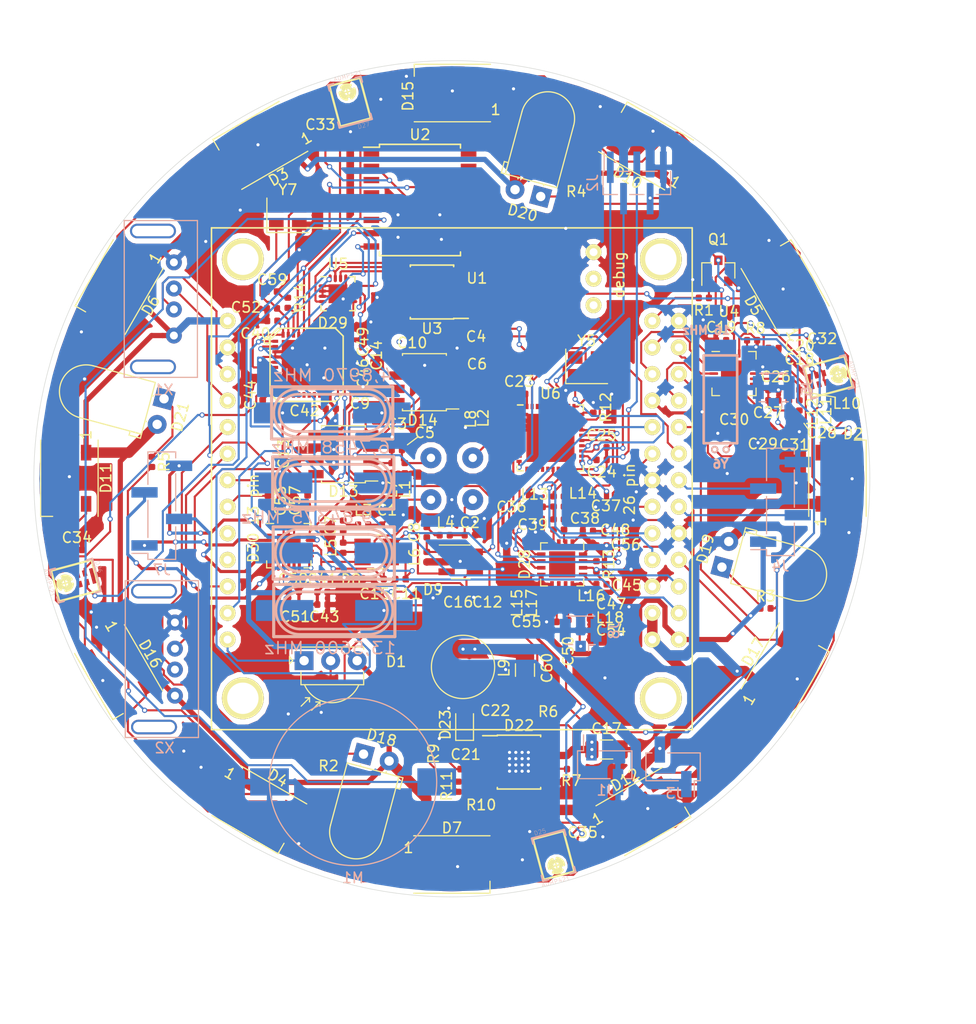
<source format=kicad_pcb>
(kicad_pcb (version 20171130) (host pcbnew 6.0.0-rc1-unknown-15e0771~66~ubuntu16.04.1)
  (layers (0 F.Cu signal) (31 B.Cu signal) (34 B.Paste user hide) (35 F.Paste user hide) (36 B.SilkS user) (37 F.SilkS user) (38 B.Mask user hide) (39 F.Mask user hide) (44 Edge.Cuts user))
  (net 0 "")
  (net 1 "Net-(AE1-Pad1)")
  (net 2 "Net-(AE2-Pad1)")
  (net 3 "Net-(AE3-Pad1)")
  (net 4 "Net-(AE4-Pad1)")
  (net 5 GND)
  (net 6 "Net-(C5-Pad1)")
  (net 7 "Net-(C6-Pad1)")
  (net 8 "Net-(C7-Pad1)")
  (net 9 "Net-(C7-Pad2)")
  (net 10 "Net-(C8-Pad1)")
  (net 11 "Net-(C8-Pad2)")
  (net 12 "Net-(C9-Pad1)")
  (net 13 "Net-(C10-Pad1)")
  (net 14 "Net-(C11-Pad2)")
  (net 15 "Net-(C12-Pad2)")
  (net 16 "Net-(C13-Pad2)")
  (net 17 "Net-(C14-Pad2)")
  (net 18 "Net-(C15-Pad2)")
  (net 19 "Net-(C16-Pad2)")
  (net 20 +24V)
  (net 21 3,3V)
  (net 22 "Net-(C19-Pad1)")
  (net 23 "Net-(C21-Pad1)")
  (net 24 "Net-(C21-Pad2)")
  (net 25 "Net-(C22-Pad1)")
  (net 26 "Net-(C22-Pad2)")
  (net 27 "Net-(C23-Pad1)")
  (net 28 "Net-(C24-Pad2)")
  (net 29 "Net-(C25-Pad1)")
  (net 30 "Net-(C26-Pad2)")
  (net 31 "Net-(C28-Pad1)")
  (net 32 "Net-(C28-Pad2)")
  (net 33 "Net-(C29-Pad2)")
  (net 34 "Net-(C30-Pad2)")
  (net 35 "Net-(C36-Pad1)")
  (net 36 "Net-(C37-Pad1)")
  (net 37 "Net-(C38-Pad1)")
  (net 38 "Net-(C39-Pad1)")
  (net 39 "Net-(C47-Pad2)")
  (net 40 "Net-(C49-Pad2)")
  (net 41 "Net-(C50-Pad1)")
  (net 42 5V)
  (net 43 "Net-(C52-Pad2)")
  (net 44 "Net-(C53-Pad2)")
  (net 45 LL)
  (net 46 "Net-(C55-Pad2)")
  (net 47 LR)
  (net 48 "Net-(C57-Pad2)")
  (net 49 "Net-(C59-Pad2)")
  (net 50 "Net-(D1-Pad1)")
  (net 51 "Net-(D2-Pad4)")
  (net 52 "Net-(D3-Pad4)")
  (net 53 DIO1)
  (net 54 "Net-(D4-Pad4)")
  (net 55 DIO2)
  (net 56 "Net-(D10-Pad2)")
  (net 57 "Net-(D11-Pad2)")
  (net 58 "Net-(D12-Pad2)")
  (net 59 1RF315)
  (net 60 1RF433)
  (net 61 "Net-(D10-Pad4)")
  (net 62 "Net-(D11-Pad4)")
  (net 63 "Net-(D12-Pad4)")
  (net 64 2RF315)
  (net 65 "Net-(D13-Pad8)")
  (net 66 "Net-(D14-Pad8)")
  (net 67 2RF433)
  (net 68 WS2812)
  (net 69 "Net-(D18-Pad1)")
  (net 70 "Net-(D19-Pad1)")
  (net 71 "Net-(D20-Pad1)")
  (net 72 "Net-(D21-Pad1)")
  (net 73 "Net-(D22-Pad6)")
  (net 74 "Net-(D22-Pad4)")
  (net 75 "Net-(D22-Pad2)")
  (net 76 CLKD)
  (net 77 "Net-(D24-Pad5)")
  (net 78 "Net-(D26-Pad5)")
  (net 79 "Net-(D28-Pad5)")
  (net 80 "Net-(D28-Pad6)")
  (net 81 "Net-(D28-Pad7)")
  (net 82 "Net-(D28-Pad10)")
  (net 83 "Net-(D28-Pad11)")
  (net 84 "Net-(D28-Pad15)")
  (net 85 P1)
  (net 86 P2)
  (net 87 P3)
  (net 88 P4)
  (net 89 "Net-(D29-Pad38)")
  (net 90 SDA)
  (net 91 SCL)
  (net 92 MIC1N)
  (net 93 MIC1P)
  (net 94 P7)
  (net 95 "Net-(D30-Pad2)")
  (net 96 "Net-(D30-Pad5)")
  (net 97 P5)
  (net 98 "Net-(D30-Pad11)")
  (net 99 "Net-(D30-Pad14)")
  (net 100 P6)
  (net 101 DEBUG_DC)
  (net 102 RESET)
  (net 103 DEBUG_DD)
  (net 104 UART2_RX)
  (net 105 UART2_TX)
  (net 106 "Net-(L10-Pad1)")
  (net 107 "Net-(L10-Pad2)")
  (net 108 "Net-(L13-Pad1)")
  (net 109 "Net-(L14-Pad1)")
  (net 110 "Net-(Q1-Pad1)")
  (net 111 "Net-(Q1-Pad3)")
  (net 112 "Net-(R1-Pad2)")
  (net 113 "Net-(R8-Pad1)")
  (net 114 "Net-(R12-Pad1)")
  (net 115 "Net-(U1-Pad3)")
  (net 116 "Net-(U1-Pad4)")
  (net 117 "Net-(U1-Pad5)")
  (net 118 "Net-(U1-Pad6)")
  (net 119 UART_RX)
  (net 120 UART_TX)
  (net 121 MOSI)
  (net 122 MISO)
  (net 123 CE)
  (net 124 SCK)
  (net 125 CSN)
  (net 126 P0)
  (net 127 "Net-(C60-Pad2)")
  (net 128 "Net-(M1-Pad2)")
  (net 129 "Net-(U1-Pad9)")
  (net 130 "Net-(U1-Pad10)")
  (net 131 "Net-(U1-Pad202)")
  (net 132 "Net-(U1-Pad203)")
  (module imm:OPiZero4 (layer F.Cu) (at 77 124)
    (fp_text reference U1 (at 25.4 -43.18) (layer F.SilkS))
    (fp_text value OPiZero)
    (fp_text user debug (at 39 -43.5 90) (layer F.SilkS))
    (fp_text user "26 pin" (at 40 -23 90) (layer F.SilkS))
    (fp_text user "13 pin" (at 4 -22 90) (layer F.SilkS))
    (pad "" thru_hole circle (at 43 -45) (size 4 4) (drill 3) (layers *.Cu *.Mask F.SilkS))
    (pad 1 thru_hole circle (at 1.54 -39.1) (size 1.524 1.524) (drill 0.762) (layers *.Cu *.Mask F.SilkS) (net 42 5V))
    (pad 2 thru_hole circle (at 1.54 -36.56) (size 1.524 1.524) (drill 0.762) (layers *.Cu *.Mask F.SilkS) (net 5 GND))
    (pad 3 thru_hole circle (at 1.54 -34.02) (size 1.524 1.524) (drill 0.762) (layers *.Cu *.Mask F.SilkS) (net 115 "Net-(U1-Pad3)"))
    (pad 4 thru_hole circle (at 1.54 -31.48) (size 1.524 1.524) (drill 0.762) (layers *.Cu *.Mask F.SilkS) (net 116 "Net-(U1-Pad4)"))
    (pad 5 thru_hole circle (at 1.54 -28.94) (size 1.524 1.524) (drill 0.762) (layers *.Cu *.Mask F.SilkS) (net 117 "Net-(U1-Pad5)"))
    (pad 6 thru_hole circle (at 1.54 -26.4) (size 1.524 1.524) (drill 0.762) (layers *.Cu *.Mask F.SilkS) (net 118 "Net-(U1-Pad6)"))
    (pad 7 thru_hole circle (at 1.54 -23.86) (size 1.524 1.524) (drill 0.762) (layers *.Cu *.Mask F.SilkS) (net 47 LR))
    (pad 8 thru_hole circle (at 1.54 -21.32) (size 1.524 1.524) (drill 0.762) (layers *.Cu *.Mask F.SilkS) (net 45 LL))
    (pad 9 thru_hole circle (at 1.54 -18.78) (size 1.524 1.524) (drill 0.762) (layers *.Cu *.Mask F.SilkS) (net 129 "Net-(U1-Pad9)"))
    (pad 10 thru_hole circle (at 1.54 -16.24) (size 1.524 1.524) (drill 0.762) (layers *.Cu *.Mask F.SilkS) (net 130 "Net-(U1-Pad10)"))
    (pad 11 thru_hole circle (at 1.54 -13.7) (size 1.524 1.524) (drill 0.762) (layers *.Cu *.Mask F.SilkS) (net 93 MIC1P))
    (pad 12 thru_hole circle (at 1.54 -11.16) (size 1.524 1.524) (drill 0.762) (layers *.Cu *.Mask F.SilkS) (net 92 MIC1N))
    (pad 13 thru_hole circle (at 1.54 -8.62) (size 1.524 1.524) (drill 0.762) (layers *.Cu *.Mask F.SilkS) (net 50 "Net-(D1-Pad1)"))
    (pad 101 thru_hole circle (at 44.72 -8.62) (size 1.524 1.524) (drill 0.762) (layers *.Cu *.Mask F.SilkS) (net 21 3,3V))
    (pad 102 thru_hole circle (at 42.18 -8.62) (size 1.524 1.524) (drill 0.762) (layers *.Cu *.Mask F.SilkS) (net 42 5V))
    (pad 103 thru_hole circle (at 44.72 -11.16) (size 1.524 1.524) (drill 0.762) (layers *.Cu *.Mask F.SilkS) (net 90 SDA))
    (pad 104 thru_hole circle (at 42.18 -11.16) (size 1.524 1.524) (drill 0.762) (layers *.Cu *.Mask F.SilkS) (net 42 5V))
    (pad 105 thru_hole circle (at 44.72 -13.7) (size 1.524 1.524) (drill 0.762) (layers *.Cu *.Mask F.SilkS) (net 91 SCL))
    (pad 106 thru_hole circle (at 42.18 -13.7) (size 1.524 1.524) (drill 0.762) (layers *.Cu *.Mask F.SilkS) (net 5 GND))
    (pad 107 thru_hole circle (at 44.72 -16.24) (size 1.524 1.524) (drill 0.762) (layers *.Cu *.Mask F.SilkS) (net 68 WS2812))
    (pad 108 thru_hole circle (at 42.18 -16.24) (size 1.524 1.524) (drill 0.762) (layers *.Cu *.Mask F.SilkS) (net 119 UART_RX))
    (pad 109 thru_hole circle (at 44.72 -18.78) (size 1.524 1.524) (drill 0.762) (layers *.Cu *.Mask F.SilkS) (net 5 GND))
    (pad 110 thru_hole circle (at 42.18 -18.78) (size 1.524 1.524) (drill 0.762) (layers *.Cu *.Mask F.SilkS) (net 120 UART_TX))
    (pad 111 thru_hole circle (at 44.72 -21.32) (size 1.524 1.524) (drill 0.762) (layers *.Cu *.Mask F.SilkS) (net 104 UART2_RX))
    (pad 112 thru_hole circle (at 42.18 -21.32) (size 1.524 1.524) (drill 0.762) (layers *.Cu *.Mask F.SilkS) (net 64 2RF315))
    (pad 113 thru_hole circle (at 44.72 -23.86) (size 1.524 1.524) (drill 0.762) (layers *.Cu *.Mask F.SilkS) (net 105 UART2_TX))
    (pad 114 thru_hole circle (at 42.18 -23.86) (size 1.524 1.524) (drill 0.762) (layers *.Cu *.Mask F.SilkS) (net 5 GND))
    (pad 115 thru_hole circle (at 44.72 -26.4) (size 1.524 1.524) (drill 0.762) (layers *.Cu *.Mask F.SilkS) (net 67 2RF433))
    (pad 116 thru_hole circle (at 42.18 -26.4) (size 1.524 1.524) (drill 0.762) (layers *.Cu *.Mask F.SilkS) (net 59 1RF315))
    (pad 117 thru_hole circle (at 44.72 -28.94) (size 1.524 1.524) (drill 0.762) (layers *.Cu *.Mask F.SilkS) (net 21 3,3V))
    (pad 118 thru_hole circle (at 42.18 -28.94) (size 1.524 1.524) (drill 0.762) (layers *.Cu *.Mask F.SilkS) (net 60 1RF433))
    (pad 119 thru_hole circle (at 44.72 -31.48) (size 1.524 1.524) (drill 0.762) (layers *.Cu *.Mask F.SilkS) (net 121 MOSI))
    (pad 120 thru_hole circle (at 42.18 -31.48) (size 1.524 1.524) (drill 0.762) (layers *.Cu *.Mask F.SilkS) (net 5 GND))
    (pad 121 thru_hole circle (at 44.72 -34.02) (size 1.524 1.524) (drill 0.762) (layers *.Cu *.Mask F.SilkS) (net 122 MISO))
    (pad 122 thru_hole circle (at 42.18 -34.02) (size 1.524 1.524) (drill 0.762) (layers *.Cu *.Mask F.SilkS) (net 123 CE))
    (pad 123 thru_hole circle (at 44.72 -36.56) (size 1.524 1.524) (drill 0.762) (layers *.Cu *.Mask F.SilkS) (net 124 SCK))
    (pad 124 thru_hole circle (at 42.18 -36.56) (size 1.524 1.524) (drill 0.762) (layers *.Cu *.Mask F.SilkS) (net 125 CSN))
    (pad 125 thru_hole circle (at 44.72 -39.1) (size 1.524 1.524) (drill 0.762) (layers *.Cu *.Mask F.SilkS) (net 5 GND))
    (pad 126 thru_hole circle (at 42.18 -39.1) (size 1.524 1.524) (drill 0.762) (layers *.Cu *.Mask F.SilkS) (net 112 "Net-(R1-Pad2)"))
    (pad 201 thru_hole circle (at 36.56 -45.68) (size 1.524 1.524) (drill 0.762) (layers *.Cu *.Mask F.SilkS) (net 5 GND))
    (pad 202 thru_hole circle (at 36.56 -43.14) (size 1.524 1.524) (drill 0.762) (layers *.Cu *.Mask F.SilkS) (net 131 "Net-(U1-Pad202)"))
    (pad 203 thru_hole circle (at 36.56 -40.6) (size 1.524 1.524) (drill 0.762) (layers *.Cu *.Mask F.SilkS) (net 132 "Net-(U1-Pad203)"))
    (pad "" thru_hole circle (at 3 -45) (size 4 4) (drill 3) (layers *.Cu *.Mask F.SilkS))
    (pad "" thru_hole circle (at 3 -3) (size 4 4) (drill 3) (layers *.Cu *.Mask F.SilkS))
    (pad "" thru_hole circle (at 43 -3) (size 4 4) (drill 3) (layers *.Cu *.Mask F.SilkS))
  )
  (module imm:cr1220_smd (layer B.Cu) (at 90.55 135)
    (fp_text reference M1 (at -0.0254 3.175) (layer B.SilkS) (effects (justify mirror)))
    (fp_text value CR1220SMD)
    (pad 2 smd rect (at 8 -6) (size 3.7 2.6) (layers B.Cu B.Paste B.Mask) (net 128 "Net-(M1-Pad2)"))
    (pad 1 smd rect (at -8 -6) (size 3.7 2.6) (layers B.Cu B.Paste B.Mask) (net 5 GND))
  )
  (module Capacitor_SMD:C_1206_3216Metric (layer F.Cu) (at 107 118.3 90)
    (fp_text reference C60 (at 0.2 2.1 90) (layer F.SilkS))
    (fp_text value "22µF 6,3V")
    (pad 1 smd roundrect (at -1.4 0 90) (size 1.25 1.75) (layers F.Cu F.Paste F.Mask) (roundrect_rratio 0.2) (net 5 GND))
    (pad 2 smd roundrect (at 1.4 0 90) (size 1.25 1.75) (layers F.Cu F.Paste F.Mask) (roundrect_rratio 0.2) (net 127 "Net-(C60-Pad2)"))
  )
  (module Package_SO:SOIC-8-1EP_3.9x4.9mm_P1.27mm_EP2.35x2.35mm (layer F.Cu) (at 106.424834 127.10401)
    (fp_text reference D22 (at 0 -3.5) (layer F.SilkS))
    (fp_text value MP1584)
    (pad 1 smd rect (at -2.7 -1.905) (size 1.55 0.6) (layers F.Cu F.Paste F.Mask) (net 25 "Net-(C22-Pad1)"))
    (pad 2 smd rect (at -2.7 -0.635) (size 1.55 0.6) (layers F.Cu F.Paste F.Mask) (net 75 "Net-(D22-Pad2)"))
    (pad 3 smd rect (at -2.7 0.635) (size 1.55 0.6) (layers F.Cu F.Paste F.Mask) (net 23 "Net-(C21-Pad1)"))
    (pad 4 smd rect (at -2.7 1.905) (size 1.55 0.6) (layers F.Cu F.Paste F.Mask) (net 74 "Net-(D22-Pad4)"))
    (pad 5 smd rect (at 2.7 1.905) (size 1.55 0.6) (layers F.Cu F.Paste F.Mask) (net 5 GND))
    (pad 6 smd rect (at 2.7 0.635) (size 1.55 0.6) (layers F.Cu F.Paste F.Mask) (net 73 "Net-(D22-Pad6)"))
    (pad 7 smd rect (at 2.7 -0.635) (size 1.55 0.6) (layers F.Cu F.Paste F.Mask) (net 20 +24V))
    (pad 8 smd rect (at 2.7 -1.905) (size 1.55 0.6) (layers F.Cu F.Paste F.Mask) (net 26 "Net-(C22-Pad2)"))
    (pad 9 smd rect (at 0 0) (size 2.35 2.35) (layers F.Cu F.Mask) (net 5 GND))
  )
  (module Crystal:Crystal_SMD_3225-4Pin_3.2x2.5mm (layer F.Cu) (at 112.9 89.25)
    (fp_text reference Y5 (at 0 -2.45) (layer F.SilkS))
    (fp_text value "32 MHz")
    (pad 1 smd rect (at -1.1 0.85) (size 1.4 1.2) (layers F.Cu F.Paste F.Mask) (net 29 "Net-(C25-Pad1)"))
    (pad 2 smd rect (at 1.1 0.85) (size 1.4 1.2) (layers F.Cu F.Paste F.Mask) (net 5 GND))
    (pad 3 smd rect (at 1.1 -0.85) (size 1.4 1.2) (layers F.Cu F.Paste F.Mask) (net 28 "Net-(C24-Pad2)"))
    (pad 4 smd rect (at -1.1 -0.85) (size 1.4 1.2) (layers F.Cu F.Paste F.Mask) (net 5 GND))
  )
  (module Crystal:Crystal_SMD_3225-4Pin_3.2x2.5mm (layer F.Cu) (at 84.3 74.8)
    (fp_text reference Y7 (at 0 -2.45) (layer F.SilkS))
    (fp_text value "32 MHz")
    (pad 1 smd rect (at -1.1 0.85) (size 1.4 1.2) (layers F.Cu F.Paste F.Mask) (net 43 "Net-(C52-Pad2)"))
    (pad 2 smd rect (at 1.1 0.85) (size 1.4 1.2) (layers F.Cu F.Paste F.Mask) (net 5 GND))
    (pad 3 smd rect (at 1.1 -0.85) (size 1.4 1.2) (layers F.Cu F.Paste F.Mask) (net 49 "Net-(C59-Pad2)"))
    (pad 4 smd rect (at -1.1 -0.85) (size 1.4 1.2) (layers F.Cu F.Paste F.Mask) (net 5 GND))
  )
  (module w_crystal:crystal_tc-38_horiz (layer B.Cu) (at 125.7 92.8)
    (fp_text reference Y6 (at 0 5.8) (layer B.SilkS) (effects (font (size 0.8 0.8) (thickness 0.2)) (justify mirror)))
    (fp_text value "16 MHz" (at -1.35 -7) (layer B.SilkS) (effects (font (size 0.8 0.8) (thickness 0.2)) (justify mirror)))
    (pad 1 thru_hole circle (at -0.55 4.4) (size 0.7 0.7) (drill 0.35) (layers *.Cu *.Mask B.SilkS) (net 33 "Net-(C29-Pad2)"))
    (pad 2 thru_hole circle (at 0.55 4.4) (size 0.7 0.7) (drill 0.35) (layers *.Cu *.Mask B.SilkS) (net 34 "Net-(C30-Pad2)"))
    (pad "" smd rect (at 0 -4.6) (size 3 3) (layers B.Cu B.Paste B.Mask))
  )
  (module w_crystal:hc-49_smd (layer B.Cu) (at 88.7 107.1 180)
    (fp_text reference Y1 hide)
    (fp_text value "9,84375 MHz" (at 2.5498 3.4 180) (layer B.SilkS) (effects (font (size 1.143 1.27) (thickness 0.1524)) (justify mirror)))
    (pad 2 smd rect (at 4.7498 0 180) (size 5.4991 1.99898) (layers B.Cu B.Paste B.Mask) (net 18 "Net-(C15-Pad2)"))
    (pad 1 smd rect (at -4.7498 0 180) (size 5.4991 1.99898) (layers B.Cu B.Paste B.Mask) (net 14 "Net-(C11-Pad2)"))
  )
  (module w_crystal:hc-49_smd (layer B.Cu) (at 88.7498 112.6 180)
    (fp_text reference Y2 hide)
    (fp_text value "13,5600 MHz" (at 0.4 -3.6 180) (layer B.SilkS) (effects (font (size 1.143 1.27) (thickness 0.1524)) (justify mirror)))
    (pad 1 smd rect (at -4.7498 0 180) (size 5.4991 1.99898) (layers B.Cu B.Paste B.Mask) (net 15 "Net-(C12-Pad2)"))
    (pad 2 smd rect (at 4.7498 0 180) (size 5.4991 1.99898) (layers B.Cu B.Paste B.Mask) (net 19 "Net-(C16-Pad2)"))
  )
  (module w_crystal:hc-49_smd (layer B.Cu) (at 88.5502 93.7)
    (fp_text reference Y3 hide)
    (fp_text value "4,8970 MHz" (at 0.0502 -3.6) (layer B.SilkS) (effects (font (size 1.143 1.27) (thickness 0.1524)) (justify mirror)))
    (pad 2 smd rect (at 4.7498 0) (size 5.4991 1.99898) (layers B.Cu B.Paste B.Mask) (net 5 GND))
    (pad 1 smd rect (at -4.7498 0) (size 5.4991 1.99898) (layers B.Cu B.Paste B.Mask) (net 65 "Net-(D13-Pad8)"))
  )
  (module w_crystal:hc-49_smd (layer B.Cu) (at 88.6502 100.4 180)
    (fp_text reference Y4 hide)
    (fp_text value "6,7458 MHz" (at 0.2502 3.4 180) (layer B.SilkS) (effects (font (size 1.143 1.27) (thickness 0.1524)) (justify mirror)))
    (pad 1 smd rect (at -4.7498 0 180) (size 5.4991 1.99898) (layers B.Cu B.Paste B.Mask) (net 66 "Net-(D14-Pad8)"))
    (pad 2 smd rect (at 4.7498 0 180) (size 5.4991 1.99898) (layers B.Cu B.Paste B.Mask) (net 5 GND))
  )
  (module imm:rf_antenna_0.8mm (layer F.Cu) (at 98 98)
    (fp_text reference AE1 hide)
    (fp_text value Antenna)
    (pad 1 thru_hole circle (at 0 0) (size 1.99898 1.99898) (drill 0.8001) (layers *.Cu *.Mask) (net 1 "Net-(AE1-Pad1)"))
  )
  (module imm:rf_antenna_0.8mm (layer F.Cu) (at 102 98)
    (fp_text reference AE2 hide)
    (fp_text value Antenna)
    (pad 1 thru_hole circle (at 0 0) (size 1.99898 1.99898) (drill 0.8001) (layers *.Cu *.Mask) (net 2 "Net-(AE2-Pad1)"))
  )
  (module imm:rf_antenna_0.8mm (layer F.Cu) (at 98 102)
    (fp_text reference AE3 hide)
    (fp_text value Antenna)
    (pad 1 thru_hole circle (at 0 0) (size 1.99898 1.99898) (drill 0.8001) (layers *.Cu *.Mask) (net 3 "Net-(AE3-Pad1)"))
  )
  (module imm:rf_antenna_0.8mm (layer F.Cu) (at 102 102)
    (fp_text reference AE4 hide)
    (fp_text value Antenna)
    (pad 1 thru_hole circle (at 0 0) (size 1.99898 1.99898) (drill 0.8001) (layers *.Cu *.Mask) (net 4 "Net-(AE4-Pad1)"))
  )
  (module Capacitor_SMD:C_0402_1005Metric (layer F.Cu) (at 93.8 104.4 180)
    (fp_text reference C1 (at 0 1.4 180) (layer F.SilkS))
    (fp_text value "6,8 pF")
    (pad 2 smd roundrect (at 0.485 0 180) (size 0.59 0.64) (layers F.Cu F.Paste F.Mask) (net 3 "Net-(AE3-Pad1)"))
    (pad 1 smd roundrect (at -0.485 0 180) (size 0.59 0.64) (layers F.Cu F.Paste F.Mask) (net 5 GND))
  )
  (module Capacitor_SMD:C_0402_1005Metric (layer F.Cu) (at 101.715 105.4 180)
    (fp_text reference C2 (at 0 1.2 180) (layer F.SilkS))
    (fp_text value "4,7 pF")
    (pad 2 smd roundrect (at 0.485 0 180) (size 0.59 0.64) (layers F.Cu F.Paste F.Mask) (net 4 "Net-(AE4-Pad1)"))
    (pad 1 smd roundrect (at -0.485 0 180) (size 0.59 0.64) (layers F.Cu F.Paste F.Mask) (net 5 GND))
  )
  (module Capacitor_SMD:C_0402_1005Metric (layer F.Cu) (at 94.765 96 180)
    (fp_text reference C3 (at 0.015 1.25 180) (layer F.SilkS))
    (fp_text value "6,8 pF")
    (pad 1 smd roundrect (at -0.485 0 180) (size 0.59 0.64) (layers F.Cu F.Paste F.Mask) (net 1 "Net-(AE1-Pad1)"))
    (pad 2 smd roundrect (at 0.485 0 180) (size 0.59 0.64) (layers F.Cu F.Paste F.Mask) (net 5 GND))
  )
  (module Capacitor_SMD:C_0402_1005Metric (layer F.Cu) (at 102.315 87.6 180)
    (fp_text reference C4 (at 0 1.2 180) (layer F.SilkS))
    (fp_text value "6,8 pF")
    (pad 1 smd roundrect (at -0.485 0 180) (size 0.59 0.64) (layers F.Cu F.Paste F.Mask) (net 2 "Net-(AE2-Pad1)"))
    (pad 2 smd roundrect (at 0.485 0 180) (size 0.59 0.64) (layers F.Cu F.Paste F.Mask) (net 5 GND))
  )
  (module Capacitor_SMD:C_0402_1005Metric (layer F.Cu) (at 94.735 97.25)
    (fp_text reference C5 (at 2.665 -1.65) (layer F.SilkS))
    (fp_text value "1,5 pF")
    (pad 2 smd roundrect (at 0.485 0) (size 0.59 0.64) (layers F.Cu F.Paste F.Mask) (net 1 "Net-(AE1-Pad1)"))
    (pad 1 smd roundrect (at -0.485 0) (size 0.59 0.64) (layers F.Cu F.Paste F.Mask) (net 6 "Net-(C5-Pad1)"))
  )
  (module Capacitor_SMD:C_0402_1005Metric (layer F.Cu) (at 102.4 90.2)
    (fp_text reference C6 (at 0 -1.17) (layer F.SilkS))
    (fp_text value "1,5 pF")
    (pad 2 smd roundrect (at 0.485 0) (size 0.59 0.64) (layers F.Cu F.Paste F.Mask) (net 2 "Net-(AE2-Pad1)"))
    (pad 1 smd roundrect (at -0.485 0) (size 0.59 0.64) (layers F.Cu F.Paste F.Mask) (net 7 "Net-(C6-Pad1)"))
  )
  (module Capacitor_SMD:C_0402_1005Metric (layer F.Cu) (at 89.6 104.485 90)
    (fp_text reference C7 (at 0 -1.2 90) (layer F.SilkS))
    (fp_text value "10 pF")
    (pad 1 smd roundrect (at -0.485 0 90) (size 0.59 0.64) (layers F.Cu F.Paste F.Mask) (net 8 "Net-(C7-Pad1)"))
    (pad 2 smd roundrect (at 0.485 0 90) (size 0.59 0.64) (layers F.Cu F.Paste F.Mask) (net 9 "Net-(C7-Pad2)"))
  )
  (module Capacitor_SMD:C_0402_1005Metric (layer F.Cu) (at 97.6 105.115 90)
    (fp_text reference C8 (at 0 -1.17 90) (layer F.SilkS))
    (fp_text value "12 pF")
    (pad 1 smd roundrect (at -0.485 0 90) (size 0.59 0.64) (layers F.Cu F.Paste F.Mask) (net 10 "Net-(C8-Pad1)"))
    (pad 2 smd roundrect (at 0.485 0 90) (size 0.59 0.64) (layers F.Cu F.Paste F.Mask) (net 11 "Net-(C8-Pad2)"))
  )
  (module Capacitor_SMD:C_0402_1005Metric (layer F.Cu) (at 91.265 94 180)
    (fp_text reference C9 (at 0.065 1.2 180) (layer F.SilkS))
    (fp_text value "0,047 µF")
    (pad 2 smd roundrect (at 0.485 0 180) (size 0.59 0.64) (layers F.Cu F.Paste F.Mask) (net 5 GND))
    (pad 1 smd roundrect (at -0.485 0 180) (size 0.59 0.64) (layers F.Cu F.Paste F.Mask) (net 12 "Net-(C9-Pad1)"))
  )
  (module Capacitor_SMD:C_0402_1005Metric (layer F.Cu) (at 98.715 87 180)
    (fp_text reference C10 (at 2.515 0 180) (layer F.SilkS))
    (fp_text value "0,047 µF")
    (pad 2 smd roundrect (at 0.485 0 180) (size 0.59 0.64) (layers F.Cu F.Paste F.Mask) (net 5 GND))
    (pad 1 smd roundrect (at -0.485 0 180) (size 0.59 0.64) (layers F.Cu F.Paste F.Mask) (net 13 "Net-(C10-Pad1)"))
  )
  (module Capacitor_SMD:C_0402_1005Metric (layer F.Cu) (at 95.085 109.6)
    (fp_text reference C11 (at 0.515 1.4) (layer F.SilkS))
    (fp_text value "18 pF")
    (pad 2 smd roundrect (at 0.485 0) (size 0.59 0.64) (layers F.Cu F.Paste F.Mask) (net 14 "Net-(C11-Pad2)"))
    (pad 1 smd roundrect (at -0.485 0) (size 0.59 0.64) (layers F.Cu F.Paste F.Mask) (net 5 GND))
  )
  (module Capacitor_SMD:C_0402_1005Metric (layer F.Cu) (at 103.115 110.6)
    (fp_text reference C12 (at 0.285 1.2) (layer F.SilkS))
    (fp_text value "18 pF")
    (pad 2 smd roundrect (at 0.485 0) (size 0.59 0.64) (layers F.Cu F.Paste F.Mask) (net 15 "Net-(C12-Pad2)"))
    (pad 1 smd roundrect (at -0.485 0) (size 0.59 0.64) (layers F.Cu F.Paste F.Mask) (net 5 GND))
  )
  (module Capacitor_SMD:C_0402_1005Metric (layer F.Cu) (at 85.25 97.735 270)
    (fp_text reference C13 (at -0.135 1.35 270) (layer F.SilkS))
    (fp_text value "4,7 µF")
    (pad 1 smd roundrect (at -0.485 0 270) (size 0.59 0.64) (layers F.Cu F.Paste F.Mask) (net 5 GND))
    (pad 2 smd roundrect (at 0.485 0 270) (size 0.59 0.64) (layers F.Cu F.Paste F.Mask) (net 16 "Net-(C13-Pad2)"))
  )
  (module Capacitor_SMD:C_0402_1005Metric (layer F.Cu) (at 92.8 90.885 270)
    (fp_text reference C14 (at -2.685 0 270) (layer F.SilkS))
    (fp_text value "4,7 µF")
    (pad 1 smd roundrect (at -0.485 0 270) (size 0.59 0.64) (layers F.Cu F.Paste F.Mask) (net 5 GND))
    (pad 2 smd roundrect (at 0.485 0 270) (size 0.59 0.64) (layers F.Cu F.Paste F.Mask) (net 17 "Net-(C14-Pad2)"))
  )
  (module Capacitor_SMD:C_0402_1005Metric (layer F.Cu) (at 93 109.6)
    (fp_text reference C15 (at -0.4 1.4) (layer F.SilkS))
    (fp_text value "18 pF")
    (pad 1 smd roundrect (at -0.485 0) (size 0.59 0.64) (layers F.Cu F.Paste F.Mask) (net 5 GND))
    (pad 2 smd roundrect (at 0.485 0) (size 0.59 0.64) (layers F.Cu F.Paste F.Mask) (net 18 "Net-(C15-Pad2)"))
  )
  (module Capacitor_SMD:C_0402_1005Metric (layer F.Cu) (at 100.915 110.6)
    (fp_text reference C16 (at -0.315 1.2) (layer F.SilkS))
    (fp_text value "18 pF")
    (pad 1 smd roundrect (at -0.485 0) (size 0.59 0.64) (layers F.Cu F.Paste F.Mask) (net 5 GND))
    (pad 2 smd roundrect (at 0.485 0) (size 0.59 0.64) (layers F.Cu F.Paste F.Mask) (net 19 "Net-(C16-Pad2)"))
  )
  (module Capacitor_SMD:C_1206_3216Metric (layer F.Cu) (at 114.8 125.9 180)
    (fp_text reference C17 (at 0 2 180) (layer F.SilkS))
    (fp_text value "10µF 50V")
    (pad 1 smd roundrect (at -1.4 0 180) (size 1.25 1.75) (layers F.Cu F.Paste F.Mask) (roundrect_rratio 0.2) (net 5 GND))
    (pad 2 smd roundrect (at 1.4 0 180) (size 1.25 1.75) (layers F.Cu F.Paste F.Mask) (roundrect_rratio 0.2) (net 20 +24V))
  )
  (module Capacitor_SMD:C_0402_1005Metric (layer F.Cu) (at 130.785 88.55)
    (fp_text reference C18 (at 2.485 0) (layer F.SilkS))
    (fp_text value "10 nF")
    (pad 2 smd roundrect (at 0.485 0) (size 0.59 0.64) (layers F.Cu F.Paste F.Mask) (net 5 GND))
    (pad 1 smd roundrect (at -0.485 0) (size 0.59 0.64) (layers F.Cu F.Paste F.Mask) (net 21 3,3V))
  )
  (module Capacitor_SMD:C_0402_1005Metric (layer F.Cu) (at 125.765 86.75 180)
    (fp_text reference C19 (at 0 1.25 180) (layer F.SilkS))
    (fp_text value "33 nF")
    (pad 1 smd roundrect (at -0.485 0 180) (size 0.59 0.64) (layers F.Cu F.Paste F.Mask) (net 22 "Net-(C19-Pad1)"))
    (pad 2 smd roundrect (at 0.485 0 180) (size 0.59 0.64) (layers F.Cu F.Paste F.Mask) (net 5 GND))
  )
  (module Capacitor_SMD:C_0402_1005Metric (layer F.Cu) (at 130.785 87.5)
    (fp_text reference C20 (at 2.5 -0.25) (layer F.SilkS))
    (fp_text value "1 nF")
    (pad 1 smd roundrect (at -0.485 0) (size 0.59 0.64) (layers F.Cu F.Paste F.Mask) (net 21 3,3V))
    (pad 2 smd roundrect (at 0.485 0) (size 0.59 0.64) (layers F.Cu F.Paste F.Mask) (net 5 GND))
  )
  (module Capacitor_SMD:C_0402_1005Metric (layer F.Cu) (at 101.30535 127.775692 180)
    (fp_text reference C21 (at -0.015 1.4 180) (layer F.SilkS))
    (fp_text value "150 pF")
    (pad 1 smd roundrect (at -0.485 0 180) (size 0.59 0.64) (layers F.Cu F.Paste F.Mask) (net 23 "Net-(C21-Pad1)"))
    (pad 2 smd roundrect (at 0.485 0 180) (size 0.59 0.64) (layers F.Cu F.Paste F.Mask) (net 24 "Net-(C21-Pad2)"))
  )
  (module Capacitor_SMD:C_0402_1005Metric (layer F.Cu) (at 104.13535 123.475692)
    (fp_text reference C22 (at 0.015 -1.3) (layer F.SilkS))
    (fp_text value "100 nF")
    (pad 1 smd roundrect (at -0.485 0) (size 0.59 0.64) (layers F.Cu F.Paste F.Mask) (net 25 "Net-(C22-Pad1)"))
    (pad 2 smd roundrect (at 0.485 0) (size 0.59 0.64) (layers F.Cu F.Paste F.Mask) (net 26 "Net-(C22-Pad2)"))
  )
  (module Capacitor_SMD:C_0402_1005Metric (layer F.Cu) (at 106.547993 91.890125 180)
    (fp_text reference C23 (at 0.115 1.2 180) (layer F.SilkS))
    (fp_text value "1 µF")
    (pad 2 smd roundrect (at 0.485 0 180) (size 0.59 0.64) (layers F.Cu F.Paste F.Mask) (net 5 GND))
    (pad 1 smd roundrect (at -0.485 0 180) (size 0.59 0.64) (layers F.Cu F.Paste F.Mask) (net 27 "Net-(C23-Pad1)"))
  )
  (module Capacitor_SMD:C_0402_1005Metric (layer F.Cu) (at 114.332993 98.190125 180)
    (fp_text reference C24 (at 0 -1.17 180) (layer F.SilkS))
    (fp_text value "27 pF")
    (pad 1 smd roundrect (at -0.485 0 180) (size 0.59 0.64) (layers F.Cu F.Paste F.Mask) (net 5 GND))
    (pad 2 smd roundrect (at 0.485 0 180) (size 0.59 0.64) (layers F.Cu F.Paste F.Mask) (net 28 "Net-(C24-Pad2)"))
  )
  (module Capacitor_SMD:C_0402_1005Metric (layer F.Cu) (at 114.317993 96.990125)
    (fp_text reference C25 (at 0 -1.17) (layer F.SilkS))
    (fp_text value "27 pF")
    (pad 2 smd roundrect (at 0.485 0) (size 0.59 0.64) (layers F.Cu F.Paste F.Mask) (net 5 GND))
    (pad 1 smd roundrect (at -0.485 0) (size 0.59 0.64) (layers F.Cu F.Paste F.Mask) (net 29 "Net-(C25-Pad1)"))
  )
  (module Capacitor_SMD:C_0402_1005Metric (layer F.Cu) (at 130.765 91.5 180)
    (fp_text reference C26 (at -0.235 1.25 180) (layer F.SilkS))
    (fp_text value "2,2 nF")
    (pad 2 smd roundrect (at 0.485 0 180) (size 0.59 0.64) (layers F.Cu F.Paste F.Mask) (net 30 "Net-(C26-Pad2)"))
    (pad 1 smd roundrect (at -0.485 0 180) (size 0.59 0.64) (layers F.Cu F.Paste F.Mask) (net 5 GND))
  )
  (module Capacitor_SMD:C_0402_1005Metric (layer F.Cu) (at 130.765 92.5 180)
    (fp_text reference C27 (at 0.515 -1.17 180) (layer F.SilkS))
    (fp_text value "4,7 pF")
    (pad 1 smd roundrect (at -0.485 0 180) (size 0.59 0.64) (layers F.Cu F.Paste F.Mask) (net 5 GND))
    (pad 2 smd roundrect (at 0.485 0 180) (size 0.59 0.64) (layers F.Cu F.Paste F.Mask) (net 30 "Net-(C26-Pad2)"))
  )
  (module Capacitor_SMD:C_0402_1005Metric (layer F.Cu) (at 132.765 94.5)
    (fp_text reference C28 (at 2.635 1.1) (layer F.SilkS))
    (fp_text value "1,5 pF")
    (pad 1 smd roundrect (at -0.485 0) (size 0.59 0.64) (layers F.Cu F.Paste F.Mask) (net 31 "Net-(C28-Pad1)"))
    (pad 2 smd roundrect (at 0.485 0) (size 0.59 0.64) (layers F.Cu F.Paste F.Mask) (net 32 "Net-(C28-Pad2)"))
  )
  (module Capacitor_SMD:C_0402_1005Metric (layer F.Cu) (at 129.75 95.5 180)
    (fp_text reference C29 (at 0 -1.17 180) (layer F.SilkS))
    (fp_text value "22 pF")
    (pad 1 smd roundrect (at -0.485 0 180) (size 0.59 0.64) (layers F.Cu F.Paste F.Mask) (net 5 GND))
    (pad 2 smd roundrect (at 0.485 0 180) (size 0.59 0.64) (layers F.Cu F.Paste F.Mask) (net 33 "Net-(C29-Pad2)"))
  )
  (module Capacitor_SMD:C_0402_1005Metric (layer F.Cu) (at 127.015 95.5)
    (fp_text reference C30 (at 0 -1.17) (layer F.SilkS))
    (fp_text value "22 pF")
    (pad 2 smd roundrect (at 0.485 0) (size 0.59 0.64) (layers F.Cu F.Paste F.Mask) (net 34 "Net-(C30-Pad2)"))
    (pad 1 smd roundrect (at -0.485 0) (size 0.59 0.64) (layers F.Cu F.Paste F.Mask) (net 5 GND))
  )
  (module Capacitor_SMD:C_0402_1005Metric (layer F.Cu) (at 132.765 95.5 180)
    (fp_text reference C31 (at 0.015 -1.25 180) (layer F.SilkS))
    (fp_text value "1 pF")
    (pad 2 smd roundrect (at 0.485 0 180) (size 0.59 0.64) (layers F.Cu F.Paste F.Mask) (net 31 "Net-(C28-Pad1)"))
    (pad 1 smd roundrect (at -0.485 0 180) (size 0.59 0.64) (layers F.Cu F.Paste F.Mask) (net 5 GND))
  )
  (module Capacitor_SMD:C_0402_1005Metric (layer F.Cu) (at 135.715 87.8)
    (fp_text reference C32 (at -0.285 -1.2) (layer F.SilkS))
    (fp_text value "0,1 µF")
    (pad 2 smd roundrect (at 0.485 0) (size 0.59 0.64) (layers F.Cu F.Paste F.Mask) (net 5 GND))
    (pad 1 smd roundrect (at -0.485 0) (size 0.59 0.64) (layers F.Cu F.Paste F.Mask) (net 21 3,3V))
  )
  (module Capacitor_SMD:C_0402_1005Metric (layer F.Cu) (at 87.415 64.95 180)
    (fp_text reference C33 (at 0 -1.17 180) (layer F.SilkS))
    (fp_text value "0,1 µF")
    (pad 1 smd roundrect (at -0.485 0 180) (size 0.59 0.64) (layers F.Cu F.Paste F.Mask) (net 21 3,3V))
    (pad 2 smd roundrect (at 0.485 0 180) (size 0.59 0.64) (layers F.Cu F.Paste F.Mask) (net 5 GND))
  )
  (module Capacitor_SMD:C_0402_1005Metric (layer F.Cu) (at 64.115 106.8)
    (fp_text reference C34 (at 0 -1.17) (layer F.SilkS))
    (fp_text value "0,1 µF")
    (pad 2 smd roundrect (at 0.485 0) (size 0.59 0.64) (layers F.Cu F.Paste F.Mask) (net 5 GND))
    (pad 1 smd roundrect (at -0.485 0) (size 0.59 0.64) (layers F.Cu F.Paste F.Mask) (net 21 3,3V))
  )
  (module Capacitor_SMD:C_0402_1005Metric (layer F.Cu) (at 112.515 135)
    (fp_text reference C35 (at 0 -1.17) (layer F.SilkS))
    (fp_text value "0,1 µF")
    (pad 1 smd roundrect (at -0.485 0) (size 0.59 0.64) (layers F.Cu F.Paste F.Mask) (net 21 3,3V))
    (pad 2 smd roundrect (at 0.485 0) (size 0.59 0.64) (layers F.Cu F.Paste F.Mask) (net 5 GND))
  )
  (module Capacitor_SMD:C_0402_1005Metric (layer F.Cu) (at 108.217993 102.690125 180)
    (fp_text reference C36 (at 2.515 0 180) (layer F.SilkS))
    (fp_text value "1,8 pF")
    (pad 1 smd roundrect (at -0.485 0 180) (size 0.59 0.64) (layers F.Cu F.Paste F.Mask) (net 35 "Net-(C36-Pad1)"))
    (pad 2 smd roundrect (at 0.485 0 180) (size 0.59 0.64) (layers F.Cu F.Paste F.Mask) (net 5 GND))
  )
  (module Capacitor_SMD:C_0402_1005Metric (layer F.Cu) (at 112.332993 102.690125)
    (fp_text reference C37 (at 2.4 -0.1) (layer F.SilkS))
    (fp_text value "1,8 pF")
    (pad 2 smd roundrect (at 0.485 0) (size 0.59 0.64) (layers F.Cu F.Paste F.Mask) (net 5 GND))
    (pad 1 smd roundrect (at -0.485 0) (size 0.59 0.64) (layers F.Cu F.Paste F.Mask) (net 36 "Net-(C37-Pad1)"))
  )
  (module Capacitor_SMD:C_0402_1005Metric (layer F.Cu) (at 110.732993 104.375125 90)
    (fp_text reference C38 (at 0.585 2 -180) (layer F.SilkS))
    (fp_text value "10 nF")
    (pad 1 smd roundrect (at -0.485 0 90) (size 0.59 0.64) (layers F.Cu F.Paste F.Mask) (net 37 "Net-(C38-Pad1)"))
    (pad 2 smd roundrect (at 0.485 0 90) (size 0.59 0.64) (layers F.Cu F.Paste F.Mask) (net 36 "Net-(C37-Pad1)"))
  )
  (module Capacitor_SMD:C_0402_1005Metric (layer F.Cu) (at 109.732993 104.375125 90)
    (fp_text reference C39 (at -0.015 -2 -180) (layer F.SilkS))
    (fp_text value "10 nF")
    (pad 2 smd roundrect (at 0.485 0 90) (size 0.59 0.64) (layers F.Cu F.Paste F.Mask) (net 35 "Net-(C36-Pad1)"))
    (pad 1 smd roundrect (at -0.485 0 90) (size 0.59 0.64) (layers F.Cu F.Paste F.Mask) (net 38 "Net-(C39-Pad1)"))
  )
  (module Capacitor_SMD:C_0402_1005Metric (layer F.Cu) (at 82.815 84.9)
    (fp_text reference C40 (at -1.615 1.2) (layer F.SilkS))
    (fp_text value "0,1 µF")
    (pad 2 smd roundrect (at 0.485 0) (size 0.59 0.64) (layers F.Cu F.Paste F.Mask) (net 21 3,3V))
    (pad 1 smd roundrect (at -0.485 0) (size 0.59 0.64) (layers F.Cu F.Paste F.Mask) (net 5 GND))
  )
  (module Capacitor_SMD:C_0402_1005Metric (layer F.Cu) (at 87.612575 110.834505 180)
    (fp_text reference C41 (at 0.012575 1.234505 180) (layer F.SilkS))
    (fp_text value "10 µF")
    (pad 1 smd roundrect (at -0.485 0 180) (size 0.59 0.64) (layers F.Cu F.Paste F.Mask) (net 5 GND))
    (pad 2 smd roundrect (at 0.485 0 180) (size 0.59 0.64) (layers F.Cu F.Paste F.Mask) (net 42 5V))
  )
  (module Capacitor_SMD:C_0402_1005Metric (layer F.Cu) (at 88.415 93.3 180)
    (fp_text reference C42 (at 2.515 -0.2 180) (layer F.SilkS))
    (fp_text value "0,1 µF")
    (pad 1 smd roundrect (at -0.485 0 180) (size 0.59 0.64) (layers F.Cu F.Paste F.Mask) (net 5 GND))
    (pad 2 smd roundrect (at 0.485 0 180) (size 0.59 0.64) (layers F.Cu F.Paste F.Mask) (net 21 3,3V))
  )
  (module Capacitor_SMD:C_0402_1005Metric (layer F.Cu) (at 87.612575 112.034505)
    (fp_text reference C43 (at 0.187425 1.165495) (layer F.SilkS))
    (fp_text value "1 µF")
    (pad 2 smd roundrect (at 0.485 0) (size 0.59 0.64) (layers F.Cu F.Paste F.Mask) (net 5 GND))
    (pad 1 smd roundrect (at -0.485 0) (size 0.59 0.64) (layers F.Cu F.Paste F.Mask) (net 42 5V))
  )
  (module Capacitor_SMD:C_0402_1005Metric (layer F.Cu) (at 81.9 91.985 90)
    (fp_text reference C44 (at 0 -1.17 90) (layer F.SilkS))
    (fp_text value "0,1 µF")
    (pad 2 smd roundrect (at 0.485 0 90) (size 0.59 0.64) (layers F.Cu F.Paste F.Mask) (net 21 3,3V))
    (pad 1 smd roundrect (at -0.485 0 90) (size 0.59 0.64) (layers F.Cu F.Paste F.Mask) (net 5 GND))
  )
  (module Capacitor_SMD:C_0402_1005Metric (layer F.Cu) (at 114.317993 110.090125)
    (fp_text reference C45 (at 2.415 0.1) (layer F.SilkS))
    (fp_text value "1 nF")
    (pad 2 smd roundrect (at 0.485 0) (size 0.59 0.64) (layers F.Cu F.Paste F.Mask) (net 5 GND))
    (pad 1 smd roundrect (at -0.485 0) (size 0.59 0.64) (layers F.Cu F.Paste F.Mask) (net 21 3,3V))
  )
  (module Capacitor_SMD:C_0402_1005Metric (layer F.Cu) (at 90.3 89.5 270)
    (fp_text reference C46 (at 0.4 -1.2 270) (layer F.SilkS))
    (fp_text value "0,1 µF")
    (pad 2 smd roundrect (at 0.485 0 270) (size 0.59 0.64) (layers F.Cu F.Paste F.Mask) (net 21 3,3V))
    (pad 1 smd roundrect (at -0.485 0 270) (size 0.59 0.64) (layers F.Cu F.Paste F.Mask) (net 5 GND))
  )
  (module Capacitor_SMD:C_0402_1005Metric (layer F.Cu) (at 112.717993 112.290125 180)
    (fp_text reference C47 (at -2.515 0.3 180) (layer F.SilkS))
    (fp_text value "1,5 pF")
    (pad 2 smd roundrect (at 0.485 0 180) (size 0.59 0.64) (layers F.Cu F.Paste F.Mask) (net 39 "Net-(C47-Pad2)"))
    (pad 1 smd roundrect (at -0.485 0 180) (size 0.59 0.64) (layers F.Cu F.Paste F.Mask) (net 5 GND))
  )
  (module Capacitor_SMD:C_0402_1005Metric (layer F.Cu) (at 113.017993 104.990125)
    (fp_text reference C48 (at 2.615 -0.1) (layer F.SilkS))
    (fp_text value "1 nF")
    (pad 1 smd roundrect (at -0.485 0) (size 0.59 0.64) (layers F.Cu F.Paste F.Mask) (net 21 3,3V))
    (pad 2 smd roundrect (at 0.485 0) (size 0.59 0.64) (layers F.Cu F.Paste F.Mask) (net 5 GND))
  )
  (module Capacitor_SMD:C_0402_1005Metric (layer F.Cu) (at 90.3 87.215 270)
    (fp_text reference C49 (at -0.315 -1.2 270) (layer F.SilkS))
    (fp_text value "0,1 µF")
    (pad 1 smd roundrect (at -0.485 0 270) (size 0.59 0.64) (layers F.Cu F.Paste F.Mask) (net 5 GND))
    (pad 2 smd roundrect (at 0.485 0 270) (size 0.59 0.64) (layers F.Cu F.Paste F.Mask) (net 40 "Net-(C49-Pad2)"))
  )
  (module Capacitor_SMD:C_0402_1005Metric (layer F.Cu) (at 111.132993 114.005125 90)
    (fp_text reference C50 (at -2.485 0 90) (layer F.SilkS))
    (fp_text value "6,8 pF")
    (pad 1 smd roundrect (at -0.485 0 90) (size 0.59 0.64) (layers F.Cu F.Paste F.Mask) (net 41 "Net-(C50-Pad1)"))
    (pad 2 smd roundrect (at 0.485 0 90) (size 0.59 0.64) (layers F.Cu F.Paste F.Mask) (net 39 "Net-(C47-Pad2)"))
  )
  (module Capacitor_SMD:C_0402_1005Metric (layer F.Cu) (at 84.879899 112.006463 180)
    (fp_text reference C51 (at -0.120101 -1.193537 180) (layer F.SilkS))
    (fp_text value "1 µF")
    (pad 1 smd roundrect (at -0.485 0 180) (size 0.59 0.64) (layers F.Cu F.Paste F.Mask) (net 42 5V))
    (pad 2 smd roundrect (at 0.485 0 180) (size 0.59 0.64) (layers F.Cu F.Paste F.Mask) (net 5 GND))
  )
  (module Capacitor_SMD:C_0402_1005Metric (layer F.Cu) (at 82.785 83.7)
    (fp_text reference C52 (at -2.485 -0.1 180) (layer F.SilkS))
    (fp_text value "22 pF")
    (pad 1 smd roundrect (at -0.485 0) (size 0.59 0.64) (layers F.Cu F.Paste F.Mask) (net 5 GND))
    (pad 2 smd roundrect (at 0.485 0) (size 0.59 0.64) (layers F.Cu F.Paste F.Mask) (net 43 "Net-(C52-Pad2)"))
  )
  (module Capacitor_SMD:C_0402_1005Metric (layer F.Cu) (at 82.4 102.115 270)
    (fp_text reference C53 (at 0 -1.2 270) (layer F.SilkS))
    (fp_text value "0,22 µF")
    (pad 2 smd roundrect (at 0.485 0 270) (size 0.59 0.64) (layers F.Cu F.Paste F.Mask) (net 44 "Net-(C53-Pad2)"))
    (pad 1 smd roundrect (at -0.485 0 270) (size 0.59 0.64) (layers F.Cu F.Paste F.Mask) (net 45 LL))
  )
  (module Capacitor_SMD:C_0402_1005Metric (layer F.Cu) (at 112.717993 114.490125 180)
    (fp_text reference C54 (at -2.515 0 180) (layer F.SilkS))
    (fp_text value "2,7 pF")
    (pad 1 smd roundrect (at -0.485 0 180) (size 0.59 0.64) (layers F.Cu F.Paste F.Mask) (net 5 GND))
    (pad 2 smd roundrect (at 0.485 0 180) (size 0.59 0.64) (layers F.Cu F.Paste F.Mask) (net 41 "Net-(C50-Pad1)"))
  )
  (module Capacitor_SMD:C_0402_1005Metric (layer F.Cu) (at 109.547993 113.690125)
    (fp_text reference C55 (at -2.415 0) (layer F.SilkS))
    (fp_text value "15 pF")
    (pad 2 smd roundrect (at 0.485 0) (size 0.59 0.64) (layers F.Cu F.Paste F.Mask) (net 46 "Net-(C55-Pad2)"))
    (pad 1 smd roundrect (at -0.485 0) (size 0.59 0.64) (layers F.Cu F.Paste F.Mask) (net 5 GND))
  )
  (module Capacitor_SMD:C_0402_1005Metric (layer F.Cu) (at 114.317993 106.390125)
    (fp_text reference C56 (at 2.315 -0.1) (layer F.SilkS))
    (fp_text value "1 nF")
    (pad 2 smd roundrect (at 0.485 0) (size 0.59 0.64) (layers F.Cu F.Paste F.Mask) (net 5 GND))
    (pad 1 smd roundrect (at -0.485 0) (size 0.59 0.64) (layers F.Cu F.Paste F.Mask) (net 21 3,3V))
  )
  (module Capacitor_SMD:C_0402_1005Metric (layer F.Cu) (at 86.2 102.085 270)
    (fp_text reference C57 (at 0 1.2 270) (layer F.SilkS))
    (fp_text value "0,22 µF")
    (pad 1 smd roundrect (at -0.485 0 270) (size 0.59 0.64) (layers F.Cu F.Paste F.Mask) (net 47 LR))
    (pad 2 smd roundrect (at 0.485 0 270) (size 0.59 0.64) (layers F.Cu F.Paste F.Mask) (net 48 "Net-(C57-Pad2)"))
  )
  (module Capacitor_SMD:C_0402_1005Metric (layer F.Cu) (at 84.879899 110.806463)
    (fp_text reference C58 (at -0.079899 -1.206463) (layer F.SilkS))
    (fp_text value "10 µF")
    (pad 2 smd roundrect (at 0.485 0) (size 0.59 0.64) (layers F.Cu F.Paste F.Mask) (net 42 5V))
    (pad 1 smd roundrect (at -0.485 0) (size 0.59 0.64) (layers F.Cu F.Paste F.Mask) (net 5 GND))
  )
  (module Capacitor_SMD:C_0402_1005Metric (layer F.Cu) (at 82.765 82.1)
    (fp_text reference C59 (at 0.035 -1.15) (layer F.SilkS))
    (fp_text value "22 pF")
    (pad 2 smd roundrect (at 0.485 0) (size 0.59 0.64) (layers F.Cu F.Paste F.Mask) (net 49 "Net-(C59-Pad2)"))
    (pad 1 smd roundrect (at -0.485 0) (size 0.59 0.64) (layers F.Cu F.Paste F.Mask) (net 5 GND))
  )
  (module OptoDevice:Vishay_MOLD-3Pin (layer F.Cu) (at 85.86 117.4)
    (fp_text reference D1 (at 8.8 0.1 180) (layer F.SilkS))
    (fp_text value TSOP4838)
    (pad 1 thru_hole rect (at 0 0) (size 1.8 1.8) (drill 0.9) (layers *.Cu *.Mask) (net 50 "Net-(D1-Pad1)"))
    (pad 2 thru_hole circle (at 2.54 0) (size 1.8 1.8) (drill 0.9) (layers *.Cu *.Mask) (net 5 GND))
    (pad 3 thru_hole circle (at 5.08 0) (size 1.8 1.8) (drill 0.9) (layers *.Cu *.Mask) (net 42 5V))
  )
  (module imm:ws2812b (layer F.Cu) (at 136.9 99.95 90)
    (fp_text reference D2 (at 4.25 1.5) (layer F.SilkS))
    (fp_text value WS2812B)
    (fp_text user 1 (at -4.15 -1.6 90) (layer F.SilkS))
    (pad 3 smd rect (at 2.45 1.6 90) (size 1.5 1) (layers F.Cu F.Paste F.Mask) (net 5 GND))
    (pad 4 smd rect (at 2.45 -1.6 90) (size 1.5 1) (layers F.Cu F.Paste F.Mask) (net 51 "Net-(D2-Pad4)"))
    (pad 2 smd rect (at -2.45 1.6 90) (size 1.5 1) (layers F.Cu F.Paste F.Mask))
    (pad 1 smd rect (at -2.45 -1.6 90) (size 1.5 1) (layers F.Cu F.Paste F.Mask) (net 42 5V))
  )
  (module imm:ws2812b (layer F.Cu) (at 81.678238 68.110641 210)
    (fp_text reference D3 (at 0 -3.5 210) (layer F.SilkS))
    (fp_text value WS2812B)
    (fp_text user 1 (at -4.15 -1.6 210) (layer F.SilkS))
    (pad 3 smd rect (at 2.45 1.6 210) (size 1.5 1) (layers F.Cu F.Paste F.Mask) (net 5 GND))
    (pad 4 smd rect (at 2.45 -1.6 210) (size 1.5 1) (layers F.Cu F.Paste F.Mask) (net 52 "Net-(D3-Pad4)"))
    (pad 2 smd rect (at -2.45 1.6 210) (size 1.5 1) (layers F.Cu F.Paste F.Mask) (net 53 DIO1))
    (pad 1 smd rect (at -2.45 -1.6 210) (size 1.5 1) (layers F.Cu F.Paste F.Mask) (net 42 5V))
  )
  (module imm:ws2812b (layer F.Cu) (at 81.578238 131.660641 330)
    (fp_text reference D4 (at 0 -3.5 330) (layer F.SilkS))
    (fp_text value WS2812B)
    (fp_text user 1 (at -4.15 -1.6 330) (layer F.SilkS))
    (pad 3 smd rect (at 2.45 1.6 330) (size 1.5 1) (layers F.Cu F.Paste F.Mask) (net 5 GND))
    (pad 4 smd rect (at 2.45 -1.6 330) (size 1.5 1) (layers F.Cu F.Paste F.Mask) (net 54 "Net-(D4-Pad4)"))
    (pad 2 smd rect (at -2.45 1.6 330) (size 1.5 1) (layers F.Cu F.Paste F.Mask) (net 55 DIO2))
    (pad 1 smd rect (at -2.45 -1.6 330) (size 1.5 1) (layers F.Cu F.Paste F.Mask) (net 42 5V))
  )
  (module imm:ws2812b (layer F.Cu) (at 131.889359 81.678238 120)
    (fp_text reference D5 (at 0 -3.5 120) (layer F.SilkS))
    (fp_text value WS2812B)
    (fp_text user 1 (at -4.15 -1.6 120) (layer F.SilkS))
    (pad 1 smd rect (at -2.45 -1.6 120) (size 1.5 1) (layers F.Cu F.Paste F.Mask) (net 42 5V))
    (pad 2 smd rect (at -2.45 1.6 120) (size 1.5 1) (layers F.Cu F.Paste F.Mask) (net 51 "Net-(D2-Pad4)"))
    (pad 4 smd rect (at 2.45 -1.6 120) (size 1.5 1) (layers F.Cu F.Paste F.Mask) (net 56 "Net-(D10-Pad2)"))
    (pad 3 smd rect (at 2.45 1.6 120) (size 1.5 1) (layers F.Cu F.Paste F.Mask) (net 5 GND))
  )
  (module imm:ws2812b (layer F.Cu) (at 68.160641 81.671762 240)
    (fp_text reference D6 (at 0 -3.5 240) (layer F.SilkS))
    (fp_text value WS2812B)
    (fp_text user 1 (at -4.15 -1.6 240) (layer F.SilkS))
    (pad 1 smd rect (at -2.45 -1.6 240) (size 1.5 1) (layers F.Cu F.Paste F.Mask) (net 42 5V))
    (pad 2 smd rect (at -2.45 1.6 240) (size 1.5 1) (layers F.Cu F.Paste F.Mask) (net 52 "Net-(D3-Pad4)"))
    (pad 4 smd rect (at 2.45 -1.6 240) (size 1.5 1) (layers F.Cu F.Paste F.Mask) (net 57 "Net-(D11-Pad2)"))
    (pad 3 smd rect (at 2.45 1.6 240) (size 1.5 1) (layers F.Cu F.Paste F.Mask) (net 5 GND))
  )
  (module imm:ws2812b (layer F.Cu) (at 100 136.9)
    (fp_text reference D7 (at 0 -3.5) (layer F.SilkS))
    (fp_text value WS2812B)
    (fp_text user 1 (at -4.15 -1.6) (layer F.SilkS))
    (pad 1 smd rect (at -2.45 -1.6) (size 1.5 1) (layers F.Cu F.Paste F.Mask) (net 42 5V))
    (pad 2 smd rect (at -2.45 1.6) (size 1.5 1) (layers F.Cu F.Paste F.Mask) (net 54 "Net-(D4-Pad4)"))
    (pad 4 smd rect (at 2.45 -1.6) (size 1.5 1) (layers F.Cu F.Paste F.Mask) (net 58 "Net-(D12-Pad2)"))
    (pad 3 smd rect (at 2.45 1.6) (size 1.5 1) (layers F.Cu F.Paste F.Mask) (net 5 GND))
  )
  (module Package_TO_SOT_SMD:SOT-23-6_Handsoldering (layer F.Cu) (at 92.8 107)
    (fp_text reference D8 (at -2.45 2.65) (layer F.SilkS))
    (fp_text value syn115)
    (pad 5 smd rect (at 1.35 0) (size 1.56 0.65) (layers F.Cu F.Paste F.Mask) (net 14 "Net-(C11-Pad2)"))
    (pad 6 smd rect (at 1.35 -0.95) (size 1.56 0.65) (layers F.Cu F.Paste F.Mask) (net 59 1RF315))
    (pad 4 smd rect (at 1.35 0.95) (size 1.56 0.65) (layers F.Cu F.Paste F.Mask) (net 18 "Net-(C15-Pad2)"))
    (pad 3 smd rect (at -1.35 0.95) (size 1.56 0.65) (layers F.Cu F.Paste F.Mask) (net 42 5V))
    (pad 2 smd rect (at -1.35 0) (size 1.56 0.65) (layers F.Cu F.Paste F.Mask) (net 5 GND))
    (pad 1 smd rect (at -1.35 -0.95) (size 1.56 0.65) (layers F.Cu F.Paste F.Mask) (net 8 "Net-(C7-Pad1)"))
  )
  (module Package_TO_SOT_SMD:SOT-23-6_Handsoldering (layer F.Cu) (at 100.85 107.95)
    (fp_text reference D9 (at -2.65 2.65) (layer F.SilkS))
    (fp_text value syn115)
    (pad 1 smd rect (at -1.35 -0.95) (size 1.56 0.65) (layers F.Cu F.Paste F.Mask) (net 10 "Net-(C8-Pad1)"))
    (pad 2 smd rect (at -1.35 0) (size 1.56 0.65) (layers F.Cu F.Paste F.Mask) (net 5 GND))
    (pad 3 smd rect (at -1.35 0.95) (size 1.56 0.65) (layers F.Cu F.Paste F.Mask) (net 42 5V))
    (pad 4 smd rect (at 1.35 0.95) (size 1.56 0.65) (layers F.Cu F.Paste F.Mask) (net 19 "Net-(C16-Pad2)"))
    (pad 6 smd rect (at 1.35 -0.95) (size 1.56 0.65) (layers F.Cu F.Paste F.Mask) (net 60 1RF433))
    (pad 5 smd rect (at 1.35 0) (size 1.56 0.65) (layers F.Cu F.Paste F.Mask) (net 15 "Net-(C12-Pad2)"))
  )
  (module imm:ws2812b (layer F.Cu) (at 118.578238 68.160641 150)
    (fp_text reference D10 (at 0 -3.5 150) (layer F.SilkS))
    (fp_text value WS2812B)
    (fp_text user 1 (at -4.15 -1.6 150) (layer F.SilkS))
    (pad 3 smd rect (at 2.45 1.6 150) (size 1.5 1) (layers F.Cu F.Paste F.Mask) (net 5 GND))
    (pad 4 smd rect (at 2.45 -1.6 150) (size 1.5 1) (layers F.Cu F.Paste F.Mask) (net 61 "Net-(D10-Pad4)"))
    (pad 2 smd rect (at -2.45 1.6 150) (size 1.5 1) (layers F.Cu F.Paste F.Mask) (net 56 "Net-(D10-Pad2)"))
    (pad 1 smd rect (at -2.45 -1.6 150) (size 1.5 1) (layers F.Cu F.Paste F.Mask) (net 42 5V))
  )
  (module imm:ws2812b (layer F.Cu) (at 63.4 99.95 270)
    (fp_text reference D11 (at 0 -3.5 270) (layer F.SilkS))
    (fp_text value WS2812B)
    (fp_text user 1 (at -4.15 -1.6 270) (layer F.SilkS))
    (pad 3 smd rect (at 2.45 1.6 270) (size 1.5 1) (layers F.Cu F.Paste F.Mask) (net 5 GND))
    (pad 4 smd rect (at 2.45 -1.6 270) (size 1.5 1) (layers F.Cu F.Paste F.Mask) (net 62 "Net-(D11-Pad4)"))
    (pad 2 smd rect (at -2.45 1.6 270) (size 1.5 1) (layers F.Cu F.Paste F.Mask) (net 57 "Net-(D11-Pad2)"))
    (pad 1 smd rect (at -2.45 -1.6 270) (size 1.5 1) (layers F.Cu F.Paste F.Mask) (net 42 5V))
  )
  (module imm:ws2812b (layer F.Cu) (at 118.328238 131.839359 30)
    (fp_text reference D12 (at 0 -3.5 30) (layer F.SilkS))
    (fp_text value WS2812B)
    (fp_text user 1 (at -4.15 -1.6 30) (layer F.SilkS))
    (pad 3 smd rect (at 2.45 1.6 30) (size 1.5 1) (layers F.Cu F.Paste F.Mask) (net 5 GND))
    (pad 4 smd rect (at 2.45 -1.6 30) (size 1.5 1) (layers F.Cu F.Paste F.Mask) (net 63 "Net-(D12-Pad4)"))
    (pad 2 smd rect (at -2.45 1.6 30) (size 1.5 1) (layers F.Cu F.Paste F.Mask) (net 58 "Net-(D12-Pad2)"))
    (pad 1 smd rect (at -2.45 -1.6 30) (size 1.5 1) (layers F.Cu F.Paste F.Mask) (net 42 5V))
  )
  (module Package_SO:SSOP-8_3.95x5.21x3.27mm_P1.27mm (layer F.Cu) (at 89.625 97.655 180)
    (fp_text reference D13 (at 0 -3.55 180) (layer F.SilkS))
    (fp_text value syn470r)
    (pad 5 smd rect (at 2.625 1.905 180) (size 1.45 0.8) (layers F.Cu F.Paste F.Mask) (net 64 2RF315))
    (pad 6 smd rect (at 2.625 0.635 180) (size 1.45 0.8) (layers F.Cu F.Paste F.Mask) (net 5 GND))
    (pad 7 smd rect (at 2.625 -0.635 180) (size 1.45 0.8) (layers F.Cu F.Paste F.Mask) (net 16 "Net-(C13-Pad2)"))
    (pad 8 smd rect (at 2.625 -1.905 180) (size 1.45 0.8) (layers F.Cu F.Paste F.Mask) (net 65 "Net-(D13-Pad8)"))
    (pad 4 smd rect (at -2.625 1.905 180) (size 1.45 0.8) (layers F.Cu F.Paste F.Mask) (net 12 "Net-(C9-Pad1)"))
    (pad 3 smd rect (at -2.625 0.635 180) (size 1.45 0.8) (layers F.Cu F.Paste F.Mask) (net 42 5V))
    (pad 2 smd rect (at -2.625 -0.635 180) (size 1.45 0.8) (layers F.Cu F.Paste F.Mask) (net 6 "Net-(C5-Pad1)"))
    (pad 1 smd rect (at -2.625 -1.905 180) (size 1.45 0.8) (layers F.Cu F.Paste F.Mask) (net 5 GND))
  )
  (module Package_SO:SSOP-8_3.95x5.21x3.27mm_P1.27mm (layer F.Cu) (at 97.375 90.765 180)
    (fp_text reference D14 (at 0.175 -3.635 180) (layer F.SilkS))
    (fp_text value syn470r)
    (pad 1 smd rect (at -2.625 -1.905 180) (size 1.45 0.8) (layers F.Cu F.Paste F.Mask) (net 5 GND))
    (pad 2 smd rect (at -2.625 -0.635 180) (size 1.45 0.8) (layers F.Cu F.Paste F.Mask) (net 7 "Net-(C6-Pad1)"))
    (pad 3 smd rect (at -2.625 0.635 180) (size 1.45 0.8) (layers F.Cu F.Paste F.Mask) (net 42 5V))
    (pad 4 smd rect (at -2.625 1.905 180) (size 1.45 0.8) (layers F.Cu F.Paste F.Mask) (net 13 "Net-(C10-Pad1)"))
    (pad 8 smd rect (at 2.625 -1.905 180) (size 1.45 0.8) (layers F.Cu F.Paste F.Mask) (net 66 "Net-(D14-Pad8)"))
    (pad 7 smd rect (at 2.625 -0.635 180) (size 1.45 0.8) (layers F.Cu F.Paste F.Mask) (net 17 "Net-(C14-Pad2)"))
    (pad 6 smd rect (at 2.625 0.635 180) (size 1.45 0.8) (layers F.Cu F.Paste F.Mask) (net 5 GND))
    (pad 5 smd rect (at 2.625 1.905 180) (size 1.45 0.8) (layers F.Cu F.Paste F.Mask) (net 67 2RF433))
  )
  (module imm:ws2812b (layer F.Cu) (at 100.05 63.1 180)
    (fp_text reference D15 (at 4.25 -0.3 270) (layer F.SilkS))
    (fp_text value WS2812B)
    (fp_text user 1 (at -4.15 -1.6 180) (layer F.SilkS))
    (pad 1 smd rect (at -2.45 -1.6 180) (size 1.5 1) (layers F.Cu F.Paste F.Mask) (net 42 5V))
    (pad 2 smd rect (at -2.45 1.6 180) (size 1.5 1) (layers F.Cu F.Paste F.Mask) (net 61 "Net-(D10-Pad4)"))
    (pad 4 smd rect (at 2.45 -1.6 180) (size 1.5 1) (layers F.Cu F.Paste F.Mask) (net 53 DIO1))
    (pad 3 smd rect (at 2.45 1.6 180) (size 1.5 1) (layers F.Cu F.Paste F.Mask) (net 5 GND))
  )
  (module imm:ws2812b (layer F.Cu) (at 68.110641 118.5 300)
    (fp_text reference D16 (at 0 -3.5 300) (layer F.SilkS))
    (fp_text value WS2812B)
    (fp_text user 1 (at -4.15 -1.6 300) (layer F.SilkS))
    (pad 1 smd rect (at -2.45 -1.6 300) (size 1.5 1) (layers F.Cu F.Paste F.Mask) (net 42 5V))
    (pad 2 smd rect (at -2.45 1.6 300) (size 1.5 1) (layers F.Cu F.Paste F.Mask) (net 62 "Net-(D11-Pad4)"))
    (pad 4 smd rect (at 2.45 -1.6 300) (size 1.5 1) (layers F.Cu F.Paste F.Mask) (net 55 DIO2))
    (pad 3 smd rect (at 2.45 1.6 300) (size 1.5 1) (layers F.Cu F.Paste F.Mask) (net 5 GND))
  )
  (module imm:ws2812b (layer F.Cu) (at 131.889359 118.321762 60)
    (fp_text reference D17 (at 0 -3.5 60) (layer F.SilkS))
    (fp_text value WS2812B)
    (fp_text user 1 (at -4.15 -1.6 60) (layer F.SilkS))
    (pad 1 smd rect (at -2.45 -1.6 60) (size 1.5 1) (layers F.Cu F.Paste F.Mask) (net 42 5V))
    (pad 2 smd rect (at -2.45 1.6 60) (size 1.5 1) (layers F.Cu F.Paste F.Mask) (net 63 "Net-(D12-Pad4)"))
    (pad 4 smd rect (at 2.45 -1.6 60) (size 1.5 1) (layers F.Cu F.Paste F.Mask) (net 68 WS2812))
    (pad 3 smd rect (at 2.45 1.6 60) (size 1.5 1) (layers F.Cu F.Paste F.Mask) (net 5 GND))
  )
  (module LED_THT:LED_D5.0mm_Horizontal_O1.27mm_Z3.0mm_Clear (layer F.Cu) (at 91.546548 126.3426 345)
    (fp_text reference D18 (at 1.27 -1.96 345) (layer F.SilkS))
    (fp_text value LD271)
    (pad 2 thru_hole circle (at 2.54 0 345) (size 1.8 1.8) (drill 0.9) (layers *.Cu *.Mask) (net 42 5V))
    (pad 1 thru_hole rect (at 0 0 345) (size 1.8 1.8) (drill 0.9) (layers *.Cu *.Mask) (net 69 "Net-(D18-Pad1)"))
  )
  (module LED_THT:LED_D5.0mm_Horizontal_O1.27mm_Z3.0mm_Clear (layer F.Cu) (at 125.8426 108.453452 75)
    (fp_text reference D19 (at 1.27 -1.96 75) (layer F.SilkS))
    (fp_text value LD271)
    (pad 2 thru_hole circle (at 2.54 0 75) (size 1.8 1.8) (drill 0.9) (layers *.Cu *.Mask) (net 42 5V))
    (pad 1 thru_hole rect (at 0 0 75) (size 1.8 1.8) (drill 0.9) (layers *.Cu *.Mask) (net 70 "Net-(D19-Pad1)"))
  )
  (module LED_THT:LED_D5.0mm_Horizontal_O1.27mm_Z3.0mm_Clear (layer F.Cu) (at 108.5 73 165)
    (fp_text reference D20 (at 1.27 -1.96 165) (layer F.SilkS))
    (fp_text value LD271)
    (pad 1 thru_hole rect (at 0 0 165) (size 1.8 1.8) (drill 0.9) (layers *.Cu *.Mask) (net 71 "Net-(D20-Pad1)"))
    (pad 2 thru_hole circle (at 2.54 0 165) (size 1.8 1.8) (drill 0.9) (layers *.Cu *.Mask) (net 42 5V))
  )
  (module LED_THT:LED_D5.0mm_Horizontal_O1.27mm_Z3.0mm_Clear (layer F.Cu) (at 72.4574 92.346548 255)
    (fp_text reference D21 (at 1.27 -1.96 255) (layer F.SilkS))
    (fp_text value LD271)
    (pad 1 thru_hole rect (at 0 0 255) (size 1.8 1.8) (drill 0.9) (layers *.Cu *.Mask) (net 72 "Net-(D21-Pad1)"))
    (pad 2 thru_hole circle (at 2.54 0 255) (size 1.8 1.8) (drill 0.9) (layers *.Cu *.Mask) (net 42 5V))
  )
  (module Diode_SMD:D_SOD-323 (layer F.Cu) (at 101.22035 123.525692 90)
    (fp_text reference D23 (at 0 -1.85 90) (layer F.SilkS))
    (fp_text value 1N5817)
    (pad 1 smd rect (at -1.05 0 90) (size 0.6 0.45) (layers F.Cu F.Paste F.Mask) (net 25 "Net-(C22-Pad1)"))
    (pad 2 smd rect (at 1.05 0 90) (size 0.6 0.45) (layers F.Cu F.Paste F.Mask) (net 5 GND))
  )
  (module imm:ADMP421 (layer F.Cu) (at 137 90 105)
    (fp_text reference D24 (at -0.68326 -3.50266 105) (layer B.SilkS) (effects (font (size 0.4064 0.4064) (thickness 0.0254))))
    (fp_text value ADMP421 (at -0.44958 1.46558 105) (layer B.SilkS) (effects (font (size 0.4064 0.4064) (thickness 0.0254))))
    (fp_circle (center 0 0) (end -0.34798 0.34798) (layer B.Cu) (width 0.14986))
    (pad 1 smd rect (at -0.44958 -2.04978 105) (size 0.59944 0.39878) (layers F.Cu F.Paste F.Mask) (net 76 CLKD))
    (pad 2 smd rect (at -0.44958 -1.34874 105) (size 0.59944 0.39878) (layers F.Cu F.Paste F.Mask) (net 21 3,3V))
    (pad 3 smd rect (at 0 -2.72796 105) (size 1.4986 0.34798) (layers F.Cu F.Paste F.Mask) (net 5 GND))
    (pad 4 smd rect (at 0.44958 -1.34874 105) (size 0.59944 0.39878) (layers F.Cu F.Paste F.Mask) (net 21 3,3V))
    (pad 5 smd rect (at 0.44958 -2.04978 105) (size 0.59944 0.39878) (layers F.Cu F.Paste F.Mask) (net 77 "Net-(D24-Pad5)"))
    (pad 6 smd rect (at -1.22936 -0.05842 105) (size 0.34798 1.89992) (layers F.Cu F.Paste F.Mask))
    (pad 7 smd rect (at 1.22936 -0.05842 105) (size 0.34798 1.89992) (layers F.Cu F.Paste F.Mask))
  )
  (module imm:ADMP421 (layer F.Cu) (at 110 137 15)
    (fp_text reference D25 (at -0.68326 -3.50266 15) (layer B.SilkS) (effects (font (size 0.4064 0.4064) (thickness 0.0254))))
    (fp_text value ADMP421 (at -0.44958 1.46558 15) (layer B.SilkS) (effects (font (size 0.4064 0.4064) (thickness 0.0254))))
    (fp_circle (center 0 0) (end -0.34798 0.34798) (layer B.Cu) (width 0.14986))
    (pad 7 smd rect (at 1.22936 -0.05842 15) (size 0.34798 1.89992) (layers F.Cu F.Paste F.Mask))
    (pad 6 smd rect (at -1.22936 -0.05842 15) (size 0.34798 1.89992) (layers F.Cu F.Paste F.Mask))
    (pad 5 smd rect (at 0.44958 -2.04978 15) (size 0.59944 0.39878) (layers F.Cu F.Paste F.Mask) (net 77 "Net-(D24-Pad5)"))
    (pad 4 smd rect (at 0.44958 -1.34874 15) (size 0.59944 0.39878) (layers F.Cu F.Paste F.Mask) (net 21 3,3V))
    (pad 3 smd rect (at 0 -2.72796 15) (size 1.4986 0.34798) (layers F.Cu F.Paste F.Mask) (net 5 GND))
    (pad 2 smd rect (at -0.44958 -1.34874 15) (size 0.59944 0.39878) (layers F.Cu F.Paste F.Mask) (net 5 GND))
    (pad 1 smd rect (at -0.44958 -2.04978 15) (size 0.59944 0.39878) (layers F.Cu F.Paste F.Mask) (net 76 CLKD))
  )
  (module imm:ADMP421 (layer F.Cu) (at 63 110 285)
    (fp_text reference D26 (at -0.68326 -3.50266 285) (layer B.SilkS) (effects (font (size 0.4064 0.4064) (thickness 0.0254))))
    (fp_text value ADMP421 (at -0.44958 1.46558 285) (layer B.SilkS) (effects (font (size 0.4064 0.4064) (thickness 0.0254))))
    (fp_circle (center 0 0) (end -0.34798 0.34798) (layer B.Cu) (width 0.14986))
    (pad 1 smd rect (at -0.44958 -2.04978 285) (size 0.59944 0.39878) (layers F.Cu F.Paste F.Mask) (net 76 CLKD))
    (pad 2 smd rect (at -0.44958 -1.34874 285) (size 0.59944 0.39878) (layers F.Cu F.Paste F.Mask) (net 21 3,3V))
    (pad 3 smd rect (at 0 -2.72796 285) (size 1.4986 0.34798) (layers F.Cu F.Paste F.Mask) (net 5 GND))
    (pad 4 smd rect (at 0.44958 -1.34874 285) (size 0.59944 0.39878) (layers F.Cu F.Paste F.Mask) (net 21 3,3V))
    (pad 5 smd rect (at 0.44958 -2.04978 285) (size 0.59944 0.39878) (layers F.Cu F.Paste F.Mask) (net 78 "Net-(D26-Pad5)"))
    (pad 6 smd rect (at -1.22936 -0.05842 285) (size 0.34798 1.89992) (layers F.Cu F.Paste F.Mask))
    (pad 7 smd rect (at 1.22936 -0.05842 285) (size 0.34798 1.89992) (layers F.Cu F.Paste F.Mask))
  )
  (module imm:ADMP421 (layer F.Cu) (at 90 63 195)
    (fp_text reference D27 (at -0.68326 -3.50266 195) (layer B.SilkS) (effects (font (size 0.4064 0.4064) (thickness 0.0254))))
    (fp_text value ADMP421 (at -0.44958 1.46558 195) (layer B.SilkS) (effects (font (size 0.4064 0.4064) (thickness 0.0254))))
    (fp_circle (center 0 0) (end -0.34798 0.34798) (layer B.Cu) (width 0.14986))
    (pad 7 smd rect (at 1.22936 -0.05842 195) (size 0.34798 1.89992) (layers F.Cu F.Paste F.Mask))
    (pad 6 smd rect (at -1.22936 -0.05842 195) (size 0.34798 1.89992) (layers F.Cu F.Paste F.Mask))
    (pad 5 smd rect (at 0.44958 -2.04978 195) (size 0.59944 0.39878) (layers F.Cu F.Paste F.Mask) (net 78 "Net-(D26-Pad5)"))
    (pad 4 smd rect (at 0.44958 -1.34874 195) (size 0.59944 0.39878) (layers F.Cu F.Paste F.Mask) (net 21 3,3V))
    (pad 3 smd rect (at 0 -2.72796 195) (size 1.4986 0.34798) (layers F.Cu F.Paste F.Mask) (net 5 GND))
    (pad 2 smd rect (at -0.44958 -1.34874 195) (size 0.59944 0.39878) (layers F.Cu F.Paste F.Mask) (net 5 GND))
    (pad 1 smd rect (at -0.44958 -2.04978 195) (size 0.59944 0.39878) (layers F.Cu F.Paste F.Mask) (net 76 CLKD))
  )
  (module Package_DFN_QFN:QFN-16-1EP_4x4mm_P0.65mm_EP2.5x2.5mm (layer F.Cu) (at 110.557993 108.190125 270)
    (fp_text reference D28 (at 0 3.6 270) (layer F.SilkS))
    (fp_text value CC2591)
    (pad 1 smd rect (at -2 -0.975 270) (size 0.8 0.35) (layers F.Cu F.Paste F.Mask) (net 21 3,3V))
    (pad 2 smd rect (at -2 -0.325 270) (size 0.8 0.35) (layers F.Cu F.Paste F.Mask) (net 37 "Net-(C38-Pad1)"))
    (pad 3 smd rect (at -2 0.325 270) (size 0.8 0.35) (layers F.Cu F.Paste F.Mask))
    (pad 4 smd rect (at -2 0.975 270) (size 0.8 0.35) (layers F.Cu F.Paste F.Mask) (net 38 "Net-(C39-Pad1)"))
    (pad 5 smd rect (at -0.975 2) (size 0.8 0.35) (layers F.Cu F.Paste F.Mask) (net 79 "Net-(D28-Pad5)"))
    (pad 6 smd rect (at -0.325 2) (size 0.8 0.35) (layers F.Cu F.Paste F.Mask) (net 80 "Net-(D28-Pad6)"))
    (pad 7 smd rect (at 0.325 2) (size 0.8 0.35) (layers F.Cu F.Paste F.Mask) (net 81 "Net-(D28-Pad7)"))
    (pad 8 smd rect (at 0.975 2) (size 0.8 0.35) (layers F.Cu F.Paste F.Mask) (net 5 GND))
    (pad 9 smd rect (at 2 0.975 270) (size 0.8 0.35) (layers F.Cu F.Paste F.Mask) (net 5 GND))
    (pad 10 smd rect (at 2 0.325 270) (size 0.8 0.35) (layers F.Cu F.Paste F.Mask) (net 82 "Net-(D28-Pad10)"))
    (pad 11 smd rect (at 2 -0.325 270) (size 0.8 0.35) (layers F.Cu F.Paste F.Mask) (net 83 "Net-(D28-Pad11)"))
    (pad 12 smd rect (at 2 -0.975 270) (size 0.8 0.35) (layers F.Cu F.Paste F.Mask) (net 5 GND))
    (pad 13 smd rect (at 0.975 -2) (size 0.8 0.35) (layers F.Cu F.Paste F.Mask) (net 21 3,3V))
    (pad 14 smd rect (at 0.325 -2) (size 0.8 0.35) (layers F.Cu F.Paste F.Mask) (net 5 GND))
    (pad 15 smd rect (at -0.325 -2) (size 0.8 0.35) (layers F.Cu F.Paste F.Mask) (net 84 "Net-(D28-Pad15)"))
    (pad 16 smd rect (at -0.975 -2) (size 0.8 0.35) (layers F.Cu F.Paste F.Mask) (net 21 3,3V))
    (pad 17 smd rect (at 0 0 270) (size 2.5 2.5) (layers F.Cu F.Mask))
  )
  (module SMD_Packages:LFCSP-40-1EP (layer F.Cu) (at 86.1 89.1)
    (fp_text reference D29 (at 2.5 -4) (layer F.SilkS))
    (fp_text value ADAU1772)
    (pad 31 smd rect (at 2.25044 -2.87528) (size 0.29972 0.55118) (layers F.Cu F.Paste F.Mask) (net 88 P4))
    (pad 32 smd rect (at 1.75006 -2.87528) (size 0.29972 0.55118) (layers F.Cu F.Paste F.Mask) (net 87 P3))
    (pad 33 smd rect (at 1.24968 -2.87528) (size 0.29972 0.55118) (layers F.Cu F.Paste F.Mask) (net 86 P2))
    (pad 34 smd rect (at 0.7493 -2.87528) (size 0.29972 0.55118) (layers F.Cu F.Paste F.Mask) (net 85 P1))
    (pad 35 smd rect (at 0.25146 -2.87528) (size 0.29972 0.55118) (layers F.Cu F.Paste F.Mask) (net 76 CLKD))
    (pad 36 smd rect (at -0.24892 -2.87528) (size 0.29972 0.55118) (layers F.Cu F.Paste F.Mask) (net 78 "Net-(D26-Pad5)"))
    (pad 37 smd rect (at -0.7493 -2.87528) (size 0.29972 0.55118) (layers F.Cu F.Paste F.Mask) (net 77 "Net-(D24-Pad5)"))
    (pad 38 smd rect (at -1.24968 -2.87528) (size 0.29972 0.55118) (layers F.Cu F.Paste F.Mask) (net 89 "Net-(D29-Pad38)"))
    (pad 39 smd rect (at -1.75006 -2.87528) (size 0.29972 0.55118) (layers F.Cu F.Paste F.Mask) (net 43 "Net-(C52-Pad2)"))
    (pad 40 smd rect (at -2.25044 -2.87528) (size 0.29972 0.55118) (layers F.Cu F.Paste F.Mask) (net 21 3,3V))
    (pad 1 smd rect (at -2.99974 -2.25044 270) (size 0.29972 0.55118) (layers F.Cu F.Paste F.Mask) (net 90 SDA))
    (pad 2 smd rect (at -2.99974 -1.75006 270) (size 0.29972 0.55118) (layers F.Cu F.Paste F.Mask) (net 91 SCL))
    (pad 3 smd rect (at -2.99974 -1.24968 270) (size 0.29972 0.55118) (layers F.Cu F.Paste F.Mask) (net 5 GND))
    (pad 4 smd rect (at -2.99974 -0.7493 270) (size 0.29972 0.55118) (layers F.Cu F.Paste F.Mask) (net 5 GND))
    (pad 5 smd rect (at -2.99974 -0.24892 270) (size 0.29972 0.55118) (layers F.Cu F.Paste F.Mask) (net 21 3,3V))
    (pad 6 smd rect (at -2.99974 0.24892 270) (size 0.29972 0.55118) (layers F.Cu F.Paste F.Mask))
    (pad 7 smd rect (at -2.99974 0.7493 270) (size 0.29972 0.55118) (layers F.Cu F.Paste F.Mask))
    (pad 8 smd rect (at -2.99974 1.24968 270) (size 0.29972 0.55118) (layers F.Cu F.Paste F.Mask))
    (pad 9 smd rect (at -2.99974 1.75006 270) (size 0.29972 0.55118) (layers F.Cu F.Paste F.Mask))
    (pad 10 smd rect (at -2.99974 2.25044 270) (size 0.29972 0.55118) (layers F.Cu F.Paste F.Mask) (net 21 3,3V))
    (pad 11 smd rect (at -2.25044 2.87528) (size 0.29972 0.55118) (layers F.Cu F.Paste F.Mask) (net 5 GND))
    (pad 12 smd rect (at -1.75006 2.87528) (size 0.29972 0.55118) (layers F.Cu F.Paste F.Mask))
    (pad 13 smd rect (at -1.24968 2.87528) (size 0.29972 0.55118) (layers F.Cu F.Paste F.Mask))
    (pad 14 smd rect (at -0.7493 2.87528) (size 0.29972 0.55118) (layers F.Cu F.Paste F.Mask))
    (pad 15 smd rect (at -0.24892 2.87528) (size 0.29972 0.55118) (layers F.Cu F.Paste F.Mask))
    (pad 16 smd rect (at 0.24892 2.87528) (size 0.29972 0.55118) (layers F.Cu F.Paste F.Mask))
    (pad 17 smd rect (at 0.7493 2.87528) (size 0.29972 0.55118) (layers F.Cu F.Paste F.Mask))
    (pad 18 smd rect (at 1.24968 2.87528) (size 0.29972 0.55118) (layers F.Cu F.Paste F.Mask))
    (pad 19 smd rect (at 1.75006 2.87528) (size 0.29972 0.55118) (layers F.Cu F.Paste F.Mask) (net 21 3,3V))
    (pad 20 smd rect (at 2.25044 2.87528) (size 0.29972 0.55118) (layers F.Cu F.Paste F.Mask) (net 5 GND))
    (pad 21 smd rect (at 2.99974 2.25044 270) (size 0.29972 0.55118) (layers F.Cu F.Paste F.Mask) (net 92 MIC1N))
    (pad 22 smd rect (at 2.99974 1.75006 270) (size 0.29972 0.55118) (layers F.Cu F.Paste F.Mask) (net 93 MIC1P))
    (pad 23 smd rect (at 2.99974 1.24968 270) (size 0.29972 0.55118) (layers F.Cu F.Paste F.Mask) (net 5 GND))
    (pad 24 smd rect (at 2.99974 0.7493 270) (size 0.29972 0.55118) (layers F.Cu F.Paste F.Mask) (net 21 3,3V))
    (pad 25 smd rect (at 2.99974 0.24892 270) (size 0.29972 0.55118) (layers F.Cu F.Paste F.Mask))
    (pad 26 smd rect (at 2.99974 -0.24892 270) (size 0.29972 0.55118) (layers F.Cu F.Paste F.Mask))
    (pad 27 smd rect (at 2.99974 -0.7493 270) (size 0.29972 0.55118) (layers F.Cu F.Paste F.Mask) (net 21 3,3V))
    (pad 28 smd rect (at 2.99974 -1.24968 270) (size 0.29972 0.55118) (layers F.Cu F.Paste F.Mask) (net 40 "Net-(C49-Pad2)"))
    (pad 29 smd rect (at 2.99974 -1.75006 270) (size 0.29972 0.55118) (layers F.Cu F.Paste F.Mask) (net 40 "Net-(C49-Pad2)"))
    (pad 30 smd rect (at 2.99974 -2.25044 270) (size 0.29972 0.55118) (layers F.Cu F.Paste F.Mask) (net 5 GND))
    (pad 41 smd rect (at 0 0) (size 4.7498 4.7498) (layers F.Cu F.Paste F.Mask) (net 5 GND))
  )
  (module Package_DFN_QFN:QFN-20-1EP_4x4mm_P0.5mm_EP2.25x2.25mm (layer F.Cu) (at 84.4 106.4)
    (fp_text reference D30 (at -3.4 0.2 90) (layer F.SilkS))
    (fp_text value PAM8404)
    (pad 1 smd oval (at -2 -1) (size 0.8 0.3) (layers F.Cu F.Paste F.Mask) (net 94 P7))
    (pad 2 smd oval (at -2 -0.5) (size 0.8 0.3) (layers F.Cu F.Paste F.Mask) (net 95 "Net-(D30-Pad2)"))
    (pad 3 smd oval (at -2 0) (size 0.8 0.3) (layers F.Cu F.Paste F.Mask) (net 42 5V))
    (pad 4 smd oval (at -2 0.5) (size 0.8 0.3) (layers F.Cu F.Paste F.Mask) (net 5 GND))
    (pad 5 smd oval (at -2 1) (size 0.8 0.3) (layers F.Cu F.Paste F.Mask) (net 96 "Net-(D30-Pad5)"))
    (pad 6 smd oval (at -1 2 90) (size 0.8 0.3) (layers F.Cu F.Paste F.Mask))
    (pad 7 smd oval (at -0.5 2 90) (size 0.8 0.3) (layers F.Cu F.Paste F.Mask) (net 97 P5))
    (pad 8 smd oval (at 0 2 90) (size 0.8 0.3) (layers F.Cu F.Paste F.Mask) (net 97 P5))
    (pad 9 smd oval (at 0.5 2 90) (size 0.8 0.3) (layers F.Cu F.Paste F.Mask) (net 42 5V))
    (pad 10 smd oval (at 1 2 90) (size 0.8 0.3) (layers F.Cu F.Paste F.Mask))
    (pad 11 smd oval (at 2 1) (size 0.8 0.3) (layers F.Cu F.Paste F.Mask) (net 98 "Net-(D30-Pad11)"))
    (pad 12 smd oval (at 2 0.5) (size 0.8 0.3) (layers F.Cu F.Paste F.Mask) (net 5 GND))
    (pad 13 smd oval (at 2 0) (size 0.8 0.3) (layers F.Cu F.Paste F.Mask) (net 42 5V))
    (pad 14 smd oval (at 2 -0.5) (size 0.8 0.3) (layers F.Cu F.Paste F.Mask) (net 99 "Net-(D30-Pad14)"))
    (pad 15 smd oval (at 2 -1) (size 0.8 0.3) (layers F.Cu F.Paste F.Mask) (net 100 P6))
    (pad 16 smd oval (at 1 -2 90) (size 0.8 0.3) (layers F.Cu F.Paste F.Mask) (net 48 "Net-(C57-Pad2)"))
    (pad 17 smd oval (at 0.5 -2 90) (size 0.8 0.3) (layers F.Cu F.Paste F.Mask) (net 5 GND))
    (pad 18 smd oval (at 0 -2 90) (size 0.8 0.3) (layers F.Cu F.Paste F.Mask) (net 5 GND))
    (pad 19 smd oval (at -0.5 -2 90) (size 0.8 0.3) (layers F.Cu F.Paste F.Mask) (net 5 GND))
    (pad 20 smd oval (at -1 -2 90) (size 0.8 0.3) (layers F.Cu F.Paste F.Mask) (net 44 "Net-(C53-Pad2)"))
    (pad 21 smd rect (at 0 0) (size 2.25 2.25) (layers F.Cu F.Mask) (net 5 GND))
  )
  (module Connector_PinHeader_2.54mm:PinHeader_1x02_P2.54mm_Vertical_SMD_Pin1Left (layer B.Cu) (at 114.63 127.355 270)
    (fp_text reference J1 (at 2.445 -0.07) (layer B.SilkS) (effects (justify mirror)))
    (fp_text value 6-40V)
    (pad 1 smd rect (at -1.655 1.27 270) (size 2.51 1) (layers B.Cu B.Paste B.Mask) (net 20 +24V))
    (pad 2 smd rect (at 1.655 -1.27 270) (size 2.51 1) (layers B.Cu B.Paste B.Mask) (net 5 GND))
  )
  (module Connector_PinHeader_1.27mm:PinHeader_1x05_P1.27mm_Vertical_SMD_Pin1Left (layer B.Cu) (at 117.7 71.7 270)
    (fp_text reference J2 (at 0 4.235 270) (layer B.SilkS) (effects (justify mirror)))
    (fp_text value DEBUG)
    (pad 1 smd rect (at -1.5 2.54 270) (size 3 0.65) (layers B.Cu B.Paste B.Mask) (net 101 DEBUG_DC))
    (pad 3 smd rect (at -1.5 0 270) (size 3 0.65) (layers B.Cu B.Paste B.Mask) (net 102 RESET))
    (pad 5 smd rect (at -1.5 -2.54 270) (size 3 0.65) (layers B.Cu B.Paste B.Mask) (net 5 GND))
    (pad 2 smd rect (at 1.5 1.27 270) (size 3 0.65) (layers B.Cu B.Paste B.Mask) (net 103 DEBUG_DD))
    (pad 4 smd rect (at 1.5 -1.27 270) (size 3 0.65) (layers B.Cu B.Paste B.Mask) (net 21 3,3V))
  )
  (module Connector_PinHeader_2.54mm:PinHeader_1x02_P2.54mm_Vertical_SMD_Pin1Left (layer B.Cu) (at 121.17 127.555 90)
    (fp_text reference J3 (at -2.545 0.13 180) (layer B.SilkS) (effects (justify mirror)))
    (fp_text value 5V)
    (pad 2 smd rect (at 1.655 -1.27 90) (size 2.51 1) (layers B.Cu B.Paste B.Mask) (net 42 5V))
    (pad 1 smd rect (at -1.655 1.27 90) (size 2.51 1) (layers B.Cu B.Paste B.Mask) (net 127 "Net-(C60-Pad2)"))
  )
  (module Connector_PinHeader_2.54mm:PinHeader_1x04_P2.54mm_Vertical_SMD_Pin1Left (layer B.Cu) (at 131.445 102.21)
    (fp_text reference J4 (at 0 6.14) (layer B.SilkS) (effects (justify mirror)))
    (fp_text value UART2)
    (pad 4 smd rect (at 1.655 -3.81) (size 2.51 1) (layers B.Cu B.Paste B.Mask) (net 5 GND))
    (pad 2 smd rect (at 1.655 1.27) (size 2.51 1) (layers B.Cu B.Paste B.Mask) (net 104 UART2_RX))
    (pad 3 smd rect (at -1.655 -1.27) (size 2.51 1) (layers B.Cu B.Paste B.Mask) (net 105 UART2_TX))
    (pad 1 smd rect (at -1.655 3.81) (size 2.51 1) (layers B.Cu B.Paste B.Mask) (net 21 3,3V))
  )
  (module Connector_Coaxial:U.FL_Hirose_U.FL-R-SMT-1_Vertical (layer B.Cu) (at 130.8 91.75 90)
    (fp_text reference J5 (at 0.475 3.2 90) (layer B.SilkS) (effects (justify mirror)))
    (fp_text value U.FL)
    (pad 2 smd rect (at 0.475 1.475 90) (size 2.2 1.05) (layers B.Cu B.Paste B.Mask) (net 5 GND))
    (pad 1 smd rect (at -1.05 0 90) (size 1.05 1) (layers B.Cu B.Paste B.Mask) (net 31 "Net-(C28-Pad1)"))
    (pad 2 smd rect (at 0.475 -1.475 90) (size 2.2 1.05) (layers B.Cu B.Paste B.Mask) (net 5 GND))
  )
  (module Connector_PinHeader_2.54mm:PinHeader_1x04_P2.54mm_Vertical_SMD_Pin1Left (layer B.Cu) (at 72.245 102.57)
    (fp_text reference J7 (at 0 6.14) (layer B.SilkS) (effects (justify mirror)))
    (fp_text value SP)
    (pad 1 smd rect (at -1.655 3.81) (size 2.51 1) (layers B.Cu B.Paste B.Mask) (net 95 "Net-(D30-Pad2)"))
    (pad 3 smd rect (at -1.655 -1.27) (size 2.51 1) (layers B.Cu B.Paste B.Mask) (net 98 "Net-(D30-Pad11)"))
    (pad 2 smd rect (at 1.655 1.27) (size 2.51 1) (layers B.Cu B.Paste B.Mask) (net 96 "Net-(D30-Pad5)"))
    (pad 4 smd rect (at 1.655 -3.81) (size 2.51 1) (layers B.Cu B.Paste B.Mask) (net 99 "Net-(D30-Pad14)"))
  )
  (module Connector_Coaxial:U.FL_Hirose_U.FL-R-SMT-1_Vertical (layer B.Cu) (at 112.325 114.975 90)
    (fp_text reference J8 (at 0.475 3.2 90) (layer B.SilkS) (effects (justify mirror)))
    (fp_text value U.FL)
    (pad 2 smd rect (at 0.475 -1.475 90) (size 2.2 1.05) (layers B.Cu B.Paste B.Mask) (net 5 GND))
    (pad 1 smd rect (at -1.05 0 90) (size 1.05 1) (layers B.Cu B.Paste B.Mask) (net 41 "Net-(C50-Pad1)"))
    (pad 2 smd rect (at 0.475 1.475 90) (size 2.2 1.05) (layers B.Cu B.Paste B.Mask) (net 5 GND))
  )
  (module Inductor_SMD:L_0402_1005Metric (layer F.Cu) (at 95.5 98.985 270)
    (fp_text reference L1 (at 2.015 0 270) (layer F.SilkS))
    (fp_text value "39 nH")
    (pad 1 smd roundrect (at -0.485 0 270) (size 0.59 0.64) (layers F.Cu F.Paste F.Mask) (net 1 "Net-(AE1-Pad1)"))
    (pad 2 smd roundrect (at 0.485 0 270) (size 0.59 0.64) (layers F.Cu F.Paste F.Mask) (net 5 GND))
  )
  (module Inductor_SMD:L_0402_1005Metric (layer F.Cu) (at 103 92.085 270)
    (fp_text reference L2 (at 2.115 0 270) (layer F.SilkS))
    (fp_text value "39 nH")
    (pad 1 smd roundrect (at -0.485 0 270) (size 0.59 0.64) (layers F.Cu F.Paste F.Mask) (net 2 "Net-(AE2-Pad1)"))
    (pad 2 smd roundrect (at 0.485 0 270) (size 0.59 0.64) (layers F.Cu F.Paste F.Mask) (net 5 GND))
  )
  (module Inductor_SMD:L_0402_1005Metric (layer F.Cu) (at 91.515 104.4 180)
    (fp_text reference L3 (at 0 1.4 180) (layer F.SilkS))
    (fp_text value "150 nH")
    (pad 1 smd roundrect (at -0.485 0 180) (size 0.59 0.64) (layers F.Cu F.Paste F.Mask) (net 3 "Net-(AE3-Pad1)"))
    (pad 2 smd roundrect (at 0.485 0 180) (size 0.59 0.64) (layers F.Cu F.Paste F.Mask) (net 9 "Net-(C7-Pad2)"))
  )
  (module Inductor_SMD:L_0402_1005Metric (layer F.Cu) (at 99.315 105.4 180)
    (fp_text reference L4 (at -0.085 1.2 180) (layer F.SilkS))
    (fp_text value "68 nH")
    (pad 1 smd roundrect (at -0.485 0 180) (size 0.59 0.64) (layers F.Cu F.Paste F.Mask) (net 4 "Net-(AE4-Pad1)"))
    (pad 2 smd roundrect (at 0.485 0 180) (size 0.59 0.64) (layers F.Cu F.Paste F.Mask) (net 11 "Net-(C8-Pad2)"))
  )
  (module Inductor_SMD:L_0402_1005Metric (layer F.Cu) (at 89.6 106.6 90)
    (fp_text reference L5 (at 0 -1.17 90) (layer F.SilkS))
    (fp_text value "470 nH")
    (pad 2 smd roundrect (at 0.485 0 90) (size 0.59 0.64) (layers F.Cu F.Paste F.Mask) (net 8 "Net-(C7-Pad1)"))
    (pad 1 smd roundrect (at -0.485 0 90) (size 0.59 0.64) (layers F.Cu F.Paste F.Mask) (net 5 GND))
  )
  (module Inductor_SMD:L_0402_1005Metric (layer F.Cu) (at 97.6 107.485 90)
    (fp_text reference L6 (at 0 -1.17 90) (layer F.SilkS))
    (fp_text value "820 nH")
    (pad 1 smd roundrect (at -0.485 0 90) (size 0.59 0.64) (layers F.Cu F.Paste F.Mask) (net 5 GND))
    (pad 2 smd roundrect (at 0.485 0 90) (size 0.59 0.64) (layers F.Cu F.Paste F.Mask) (net 10 "Net-(C8-Pad1)"))
  )
  (module Inductor_SMD:L_0402_1005Metric (layer F.Cu) (at 94.25 98.985 270)
    (fp_text reference L7 (at 2.015 0 270) (layer F.SilkS))
    (fp_text value "68 nH")
    (pad 2 smd roundrect (at 0.485 0 270) (size 0.59 0.64) (layers F.Cu F.Paste F.Mask) (net 5 GND))
    (pad 1 smd roundrect (at -0.485 0 270) (size 0.59 0.64) (layers F.Cu F.Paste F.Mask) (net 6 "Net-(C5-Pad1)"))
  )
  (module Inductor_SMD:L_0402_1005Metric (layer F.Cu) (at 101.8 92.085 270)
    (fp_text reference L8 (at 2.2 0 270) (layer F.SilkS))
    (fp_text value "68 nH")
    (pad 2 smd roundrect (at 0.485 0 270) (size 0.59 0.64) (layers F.Cu F.Paste F.Mask) (net 5 GND))
    (pad 1 smd roundrect (at -0.485 0 270) (size 0.59 0.64) (layers F.Cu F.Paste F.Mask) (net 7 "Net-(C6-Pad1)"))
  )
  (module imm:CD54 (layer F.Cu) (at 99.1696 118 90)
    (fp_text reference L9 (at -0.1 5.8304 270) (layer F.SilkS))
    (fp_text value "15 µH")
    (pad 1 smd trapezoid (at -1.6 1.9304 270) (size 1.8 4) (rect_delta 1 0) (layers F.Cu F.Paste F.Mask) (net 25 "Net-(C22-Pad1)"))
    (pad 2 smd trapezoid (at 1.7 1.9 90) (size 1.8 4) (rect_delta 1 0) (layers F.Cu F.Paste F.Mask) (net 127 "Net-(C60-Pad2)"))
  )
  (module Inductor_SMD:L_0402_1005Metric (layer F.Cu) (at 132.765 91.5)
    (fp_text reference L10 (at 5.035 1.3) (layer F.SilkS))
    (fp_text value "8,2 nH")
    (pad 1 smd roundrect (at -0.485 0) (size 0.59 0.64) (layers F.Cu F.Paste F.Mask) (net 106 "Net-(L10-Pad1)"))
    (pad 2 smd roundrect (at 0.485 0) (size 0.59 0.64) (layers F.Cu F.Paste F.Mask) (net 107 "Net-(L10-Pad2)"))
  )
  (module Inductor_SMD:L_0402_1005Metric (layer F.Cu) (at 133.25 92.985 270)
    (fp_text reference L11 (at 0.515 -2.55 270) (layer F.SilkS))
    (fp_text value "3,9 nH")
    (pad 1 smd roundrect (at -0.485 0 270) (size 0.59 0.64) (layers F.Cu F.Paste F.Mask) (net 107 "Net-(L10-Pad2)"))
    (pad 2 smd roundrect (at 0.485 0 270) (size 0.59 0.64) (layers F.Cu F.Paste F.Mask) (net 32 "Net-(C28-Pad2)"))
  )
  (module Inductor_SMD:L_0402_1005Metric (layer F.Cu) (at 132.25 92.985 270)
    (fp_text reference L12 (at 0.615 -2.25 270) (layer F.SilkS))
    (fp_text value "2,7 nH")
    (pad 2 smd roundrect (at 0.485 0 270) (size 0.59 0.64) (layers F.Cu F.Paste F.Mask) (net 30 "Net-(C26-Pad2)"))
    (pad 1 smd roundrect (at -0.485 0 270) (size 0.59 0.64) (layers F.Cu F.Paste F.Mask) (net 106 "Net-(L10-Pad1)"))
  )
  (module Inductor_SMD:L_0402_1005Metric (layer F.Cu) (at 109.732993 102.175125 270)
    (fp_text reference L13 (at -0.685 1.8) (layer F.SilkS))
    (fp_text value "1 nH")
    (pad 2 smd roundrect (at 0.485 0 270) (size 0.59 0.64) (layers F.Cu F.Paste F.Mask) (net 35 "Net-(C36-Pad1)"))
    (pad 1 smd roundrect (at -0.485 0 270) (size 0.59 0.64) (layers F.Cu F.Paste F.Mask) (net 108 "Net-(L13-Pad1)"))
  )
  (module Inductor_SMD:L_0402_1005Metric (layer F.Cu) (at 110.732993 102.175125 270)
    (fp_text reference L14 (at -0.785 -1.8) (layer F.SilkS))
    (fp_text value "1 nH")
    (pad 2 smd roundrect (at 0.485 0 270) (size 0.59 0.64) (layers F.Cu F.Paste F.Mask) (net 36 "Net-(C37-Pad1)"))
    (pad 1 smd roundrect (at -0.485 0 270) (size 0.59 0.64) (layers F.Cu F.Paste F.Mask) (net 109 "Net-(L14-Pad1)"))
  )
  (module Inductor_SMD:L_0402_1005Metric (layer F.Cu) (at 108.932993 111.975125 90)
    (fp_text reference L15 (at 0.085 -2.7 90) (layer F.SilkS))
    (fp_text value "5,1 nH")
    (pad 2 smd roundrect (at 0.485 0 90) (size 0.59 0.64) (layers F.Cu F.Paste F.Mask) (net 82 "Net-(D28-Pad10)"))
    (pad 1 smd roundrect (at -0.485 0 90) (size 0.59 0.64) (layers F.Cu F.Paste F.Mask) (net 21 3,3V))
  )
  (module Inductor_SMD:L_0402_1005Metric (layer F.Cu) (at 111.132993 111.975125 270)
    (fp_text reference L16 (at -0.785 -2.2) (layer F.SilkS))
    (fp_text value "1 nH")
    (pad 1 smd roundrect (at -0.485 0 270) (size 0.59 0.64) (layers F.Cu F.Paste F.Mask) (net 83 "Net-(D28-Pad11)"))
    (pad 2 smd roundrect (at 0.485 0 270) (size 0.59 0.64) (layers F.Cu F.Paste F.Mask) (net 39 "Net-(C47-Pad2)"))
  )
  (module Inductor_SMD:L_0402_1005Metric (layer F.Cu) (at 110.032993 111.975125 270)
    (fp_text reference L17 (at -0.085 2.4 270) (layer F.SilkS))
    (fp_text value "1,1 nH")
    (pad 1 smd roundrect (at -0.485 0 270) (size 0.59 0.64) (layers F.Cu F.Paste F.Mask) (net 82 "Net-(D28-Pad10)"))
    (pad 2 smd roundrect (at 0.485 0 270) (size 0.59 0.64) (layers F.Cu F.Paste F.Mask) (net 46 "Net-(C55-Pad2)"))
  )
  (module Inductor_SMD:L_0402_1005Metric (layer F.Cu) (at 112.717993 113.390125)
    (fp_text reference L18 (at 2.415 -0.1 -180) (layer F.SilkS))
    (fp_text value "1,5 nH")
    (pad 2 smd roundrect (at 0.485 0) (size 0.59 0.64) (layers F.Cu F.Paste F.Mask) (net 5 GND))
    (pad 1 smd roundrect (at -0.485 0) (size 0.59 0.64) (layers F.Cu F.Paste F.Mask) (net 41 "Net-(C50-Pad1)"))
  )
  (module Package_TO_SOT_SMD:SOT-23 (layer F.Cu) (at 125.5 80.1 90)
    (fp_text reference Q1 (at 3 0 180) (layer F.SilkS))
    (fp_text value BC817)
    (pad 1 smd rect (at -1 -0.95 90) (size 0.9 0.8) (layers F.Cu F.Paste F.Mask) (net 110 "Net-(Q1-Pad1)"))
    (pad 2 smd rect (at -1 0.95 90) (size 0.9 0.8) (layers F.Cu F.Paste F.Mask) (net 5 GND))
    (pad 3 smd rect (at 1 0 90) (size 0.9 0.8) (layers F.Cu F.Paste F.Mask) (net 111 "Net-(Q1-Pad3)"))
  )
  (module Resistor_SMD:R_0402_1005Metric (layer F.Cu) (at 124.115 82.7 180)
    (fp_text reference R1 (at 0 -1.17 180) (layer F.SilkS))
    (fp_text value 200)
    (pad 2 smd roundrect (at 0.485 0 180) (size 0.59 0.64) (layers F.Cu F.Paste F.Mask) (net 112 "Net-(R1-Pad2)"))
    (pad 1 smd roundrect (at -0.485 0 180) (size 0.59 0.64) (layers F.Cu F.Paste F.Mask) (net 110 "Net-(Q1-Pad1)"))
  )
  (module Resistor_SMD:R_0402_1005Metric (layer F.Cu) (at 88.2 126.3 180)
    (fp_text reference R2 (at 0 -1.17 180) (layer F.SilkS))
    (fp_text value 37)
    (pad 1 smd roundrect (at -0.485 0 180) (size 0.59 0.64) (layers F.Cu F.Paste F.Mask) (net 69 "Net-(D18-Pad1)"))
    (pad 2 smd roundrect (at 0.485 0 180) (size 0.59 0.64) (layers F.Cu F.Paste F.Mask) (net 111 "Net-(Q1-Pad3)"))
  )
  (module Resistor_SMD:R_0402_1005Metric (layer F.Cu) (at 130.015 112.4)
    (fp_text reference R3 (at 0 -1.17) (layer F.SilkS))
    (fp_text value 37)
    (pad 2 smd roundrect (at 0.485 0) (size 0.59 0.64) (layers F.Cu F.Paste F.Mask) (net 111 "Net-(Q1-Pad3)"))
    (pad 1 smd roundrect (at -0.485 0) (size 0.59 0.64) (layers F.Cu F.Paste F.Mask) (net 70 "Net-(D19-Pad1)"))
  )
  (module Resistor_SMD:R_0402_1005Metric (layer F.Cu) (at 111.9 73.7)
    (fp_text reference R4 (at 0 -1.17) (layer F.SilkS))
    (fp_text value 37)
    (pad 1 smd roundrect (at -0.485 0) (size 0.59 0.64) (layers F.Cu F.Paste F.Mask) (net 71 "Net-(D20-Pad1)"))
    (pad 2 smd roundrect (at 0.485 0) (size 0.59 0.64) (layers F.Cu F.Paste F.Mask) (net 111 "Net-(Q1-Pad3)"))
  )
  (module Resistor_SMD:R_0402_1005Metric (layer F.Cu) (at 71.3 98.385 270)
    (fp_text reference R5 (at 0 -1.17 270) (layer F.SilkS))
    (fp_text value 37)
    (pad 2 smd roundrect (at 0.485 0 270) (size 0.59 0.64) (layers F.Cu F.Paste F.Mask) (net 111 "Net-(Q1-Pad3)"))
    (pad 1 smd roundrect (at -0.485 0 270) (size 0.59 0.64) (layers F.Cu F.Paste F.Mask) (net 72 "Net-(D21-Pad1)"))
  )
  (module Resistor_SMD:R_0402_1005Metric (layer F.Cu) (at 109.30535 123.575692 180)
    (fp_text reference R6 (at 0.085 1.3 180) (layer F.SilkS))
    (fp_text value "100 k")
    (pad 1 smd roundrect (at -0.485 0 180) (size 0.59 0.64) (layers F.Cu F.Paste F.Mask) (net 20 +24V))
    (pad 2 smd roundrect (at 0.485 0 180) (size 0.59 0.64) (layers F.Cu F.Paste F.Mask) (net 75 "Net-(D22-Pad2)"))
  )
  (module Resistor_SMD:R_0402_1005Metric (layer F.Cu) (at 111.50535 127.775692)
    (fp_text reference R7 (at -0.085 1.1) (layer F.SilkS))
    (fp_text value "100 k")
    (pad 2 smd roundrect (at 0.485 0) (size 0.59 0.64) (layers F.Cu F.Paste F.Mask) (net 5 GND))
    (pad 1 smd roundrect (at -0.485 0) (size 0.59 0.64) (layers F.Cu F.Paste F.Mask) (net 73 "Net-(D22-Pad6)"))
  )
  (module Resistor_SMD:R_0402_1005Metric (layer F.Cu) (at 128.735 86.75)
    (fp_text reference R8 (at 0.315 -1.15) (layer F.SilkS))
    (fp_text value "22 k")
    (pad 1 smd roundrect (at -0.485 0) (size 0.59 0.64) (layers F.Cu F.Paste F.Mask) (net 113 "Net-(R8-Pad1)"))
    (pad 2 smd roundrect (at 0.485 0) (size 0.59 0.64) (layers F.Cu F.Paste F.Mask) (net 5 GND))
  )
  (module Resistor_SMD:R_0402_1005Metric (layer F.Cu) (at 99.42035 126.290692 90)
    (fp_text reference R9 (at 0 -1.17 90) (layer F.SilkS))
    (fp_text value "100 k")
    (pad 1 smd roundrect (at -0.485 0 90) (size 0.59 0.64) (layers F.Cu F.Paste F.Mask) (net 24 "Net-(C21-Pad2)"))
    (pad 2 smd roundrect (at 0.485 0 90) (size 0.59 0.64) (layers F.Cu F.Paste F.Mask) (net 5 GND))
  )
  (module Resistor_SMD:R_0402_1005Metric (layer F.Cu) (at 101.92035 129.460692 90)
    (fp_text reference R10 (at -1.739308 0.87965 180) (layer F.SilkS))
    (fp_text value "40 k")
    (pad 2 smd roundrect (at 0.485 0 90) (size 0.59 0.64) (layers F.Cu F.Paste F.Mask) (net 74 "Net-(D22-Pad4)"))
    (pad 1 smd roundrect (at -0.485 0 90) (size 0.59 0.64) (layers F.Cu F.Paste F.Mask) (net 5 GND))
  )
  (module Resistor_SMD:R_0402_1005Metric (layer F.Cu) (at 100.62035 129.460692 270)
    (fp_text reference R11 (at -0.060692 1.12035 270) (layer F.SilkS))
    (fp_text value "210 k")
    (pad 1 smd roundrect (at -0.485 0 270) (size 0.59 0.64) (layers F.Cu F.Paste F.Mask) (net 74 "Net-(D22-Pad4)"))
    (pad 2 smd roundrect (at 0.485 0 270) (size 0.59 0.64) (layers F.Cu F.Paste F.Mask) (net 127 "Net-(C60-Pad2)"))
  )
  (module Resistor_SMD:R_0402_1005Metric (layer F.Cu) (at 113.532993 93.190125 90)
    (fp_text reference R12 (at 0.015 1.2 90) (layer F.SilkS))
    (fp_text value "56 k")
    (pad 2 smd roundrect (at 0.485 0 90) (size 0.59 0.64) (layers F.Cu F.Paste F.Mask) (net 5 GND))
    (pad 1 smd roundrect (at -0.485 0 90) (size 0.59 0.64) (layers F.Cu F.Paste F.Mask) (net 114 "Net-(R12-Pad1)"))
  )
  (module Resistor_SMD:R_0402_1005Metric (layer F.Cu) (at 113.832993 108.375125 270)
    (fp_text reference R13 (at -0.185 -1.2 270) (layer F.SilkS))
    (fp_text value "4,3 k")
    (pad 2 smd roundrect (at 0.485 0 270) (size 0.59 0.64) (layers F.Cu F.Paste F.Mask) (net 5 GND))
    (pad 1 smd roundrect (at -0.485 0 270) (size 0.59 0.64) (layers F.Cu F.Paste F.Mask) (net 84 "Net-(D28-Pad15)"))
  )
  (module Resistor_SMD:R_0402_1005Metric (layer F.Cu) (at 84.3 83.165 270)
    (fp_text reference R14 (at -0.515 -1.2 90) (layer F.SilkS))
    (fp_text value 100)
    (pad 1 smd roundrect (at -0.485 0 270) (size 0.59 0.64) (layers F.Cu F.Paste F.Mask) (net 49 "Net-(C59-Pad2)"))
    (pad 2 smd roundrect (at 0.485 0 270) (size 0.59 0.64) (layers F.Cu F.Paste F.Mask) (net 89 "Net-(D29-Pad38)"))
  )
  (module Package_SO:SOIC-16W_7.5x10.3mm_P1.27mm (layer F.Cu) (at 96.95 73.335)
    (fp_text reference U2 (at 0 -6.25) (layer F.SilkS))
    (fp_text value DS3231M)
    (pad 1 smd rect (at -4.65 -4.445) (size 1.5 0.6) (layers F.Cu F.Paste F.Mask))
    (pad 2 smd rect (at -4.65 -3.175) (size 1.5 0.6) (layers F.Cu F.Paste F.Mask) (net 21 3,3V))
    (pad 3 smd rect (at -4.65 -1.905) (size 1.5 0.6) (layers F.Cu F.Paste F.Mask))
    (pad 4 smd rect (at -4.65 -0.635) (size 1.5 0.6) (layers F.Cu F.Paste F.Mask))
    (pad 5 smd rect (at -4.65 0.635) (size 1.5 0.6) (layers F.Cu F.Paste F.Mask) (net 5 GND))
    (pad 6 smd rect (at -4.65 1.905) (size 1.5 0.6) (layers F.Cu F.Paste F.Mask) (net 128 "Net-(M1-Pad2)"))
    (pad 7 smd rect (at -4.65 3.175) (size 1.5 0.6) (layers F.Cu F.Paste F.Mask) (net 90 SDA))
    (pad 8 smd rect (at -4.65 4.445) (size 1.5 0.6) (layers F.Cu F.Paste F.Mask) (net 91 SCL))
    (pad 9 smd rect (at 4.65 4.445) (size 1.5 0.6) (layers F.Cu F.Paste F.Mask))
    (pad 10 smd rect (at 4.65 3.175) (size 1.5 0.6) (layers F.Cu F.Paste F.Mask))
    (pad 11 smd rect (at 4.65 1.905) (size 1.5 0.6) (layers F.Cu F.Paste F.Mask))
    (pad 12 smd rect (at 4.65 0.635) (size 1.5 0.6) (layers F.Cu F.Paste F.Mask))
    (pad 13 smd rect (at 4.65 -0.635) (size 1.5 0.6) (layers F.Cu F.Paste F.Mask))
    (pad 14 smd rect (at 4.65 -1.905) (size 1.5 0.6) (layers F.Cu F.Paste F.Mask))
    (pad 15 smd rect (at 4.65 -3.175) (size 1.5 0.6) (layers F.Cu F.Paste F.Mask))
    (pad 16 smd rect (at 4.65 -4.445) (size 1.5 0.6) (layers F.Cu F.Paste F.Mask))
  )
  (module Package_SO:SOIC-8_3.9x4.9mm_P1.27mm (layer F.Cu) (at 98.1 82.135 180)
    (fp_text reference U3 (at 0 -3.5 180) (layer F.SilkS))
    (fp_text value 24LC256)
    (pad 1 smd rect (at -2.7 -1.905 180) (size 1.55 0.6) (layers F.Cu F.Paste F.Mask) (net 5 GND))
    (pad 2 smd rect (at -2.7 -0.635 180) (size 1.55 0.6) (layers F.Cu F.Paste F.Mask) (net 5 GND))
    (pad 3 smd rect (at -2.7 0.635 180) (size 1.55 0.6) (layers F.Cu F.Paste F.Mask) (net 5 GND))
    (pad 4 smd rect (at -2.7 1.905 180) (size 1.55 0.6) (layers F.Cu F.Paste F.Mask) (net 5 GND))
    (pad 5 smd rect (at 2.7 1.905 180) (size 1.55 0.6) (layers F.Cu F.Paste F.Mask) (net 90 SDA))
    (pad 6 smd rect (at 2.7 0.635 180) (size 1.55 0.6) (layers F.Cu F.Paste F.Mask) (net 91 SCL))
    (pad 7 smd rect (at 2.7 -0.635 180) (size 1.55 0.6) (layers F.Cu F.Paste F.Mask) (net 126 P0))
    (pad 8 smd rect (at 2.7 -1.905 180) (size 1.55 0.6) (layers F.Cu F.Paste F.Mask) (net 21 3,3V))
  )
  (module Package_DFN_QFN:QFN-20-1EP_4x4mm_P0.5mm_EP2.5x2.5mm (layer F.Cu) (at 127 89.9375)
    (fp_text reference U4 (at -0.5 -5.9375) (layer F.SilkS))
    (fp_text value nRF24L01P)
    (pad 21 smd roundrect (at 0 0) (size 2.5 2.5) (layers F.Cu F.Mask) (roundrect_rratio 0.1))
    (pad 1 smd roundrect (at -1.9375 -1) (size 0.825 0.25) (layers F.Cu F.Paste F.Mask) (net 123 CE))
    (pad 2 smd roundrect (at -1.9375 -0.5) (size 0.825 0.25) (layers F.Cu F.Paste F.Mask) (net 125 CSN))
    (pad 3 smd roundrect (at -1.9375 0) (size 0.825 0.25) (layers F.Cu F.Paste F.Mask) (net 124 SCK))
    (pad 4 smd roundrect (at -1.9375 0.5) (size 0.825 0.25) (layers F.Cu F.Paste F.Mask) (net 121 MOSI))
    (pad 5 smd roundrect (at -1.9375 1) (size 0.825 0.25) (layers F.Cu F.Paste F.Mask) (net 122 MISO))
    (pad 6 smd roundrect (at -1 1.9375) (size 0.25 0.825) (layers F.Cu F.Paste F.Mask))
    (pad 7 smd roundrect (at -0.5 1.9375) (size 0.25 0.825) (layers F.Cu F.Paste F.Mask) (net 21 3,3V))
    (pad 8 smd roundrect (at 0 1.9375) (size 0.25 0.825) (layers F.Cu F.Paste F.Mask) (net 5 GND))
    (pad 9 smd roundrect (at 0.5 1.9375) (size 0.25 0.825) (layers F.Cu F.Paste F.Mask) (net 34 "Net-(C30-Pad2)"))
    (pad 10 smd roundrect (at 1 1.9375) (size 0.25 0.825) (layers F.Cu F.Paste F.Mask) (net 33 "Net-(C29-Pad2)"))
    (pad 11 smd roundrect (at 1.9375 1) (size 0.825 0.25) (layers F.Cu F.Paste F.Mask) (net 30 "Net-(C26-Pad2)"))
    (pad 12 smd roundrect (at 1.9375 0.5) (size 0.825 0.25) (layers F.Cu F.Paste F.Mask) (net 106 "Net-(L10-Pad1)"))
    (pad 13 smd roundrect (at 1.9375 0) (size 0.825 0.25) (layers F.Cu F.Paste F.Mask) (net 107 "Net-(L10-Pad2)"))
    (pad 14 smd roundrect (at 1.9375 -0.5) (size 0.825 0.25) (layers F.Cu F.Paste F.Mask) (net 5 GND))
    (pad 15 smd roundrect (at 1.9375 -1) (size 0.825 0.25) (layers F.Cu F.Paste F.Mask) (net 21 3,3V))
    (pad 16 smd roundrect (at 1 -1.9375) (size 0.25 0.825) (layers F.Cu F.Paste F.Mask) (net 113 "Net-(R8-Pad1)"))
    (pad 17 smd roundrect (at 0.5 -1.9375) (size 0.25 0.825) (layers F.Cu F.Paste F.Mask) (net 5 GND))
    (pad 18 smd roundrect (at 0 -1.9375) (size 0.25 0.825) (layers F.Cu F.Paste F.Mask) (net 21 3,3V))
    (pad 19 smd roundrect (at -0.5 -1.9375) (size 0.25 0.825) (layers F.Cu F.Paste F.Mask) (net 22 "Net-(C19-Pad1)"))
    (pad 20 smd roundrect (at -1 -1.9375) (size 0.25 0.825) (layers F.Cu F.Paste F.Mask) (net 5 GND))
  )
  (module Package_DFN_QFN:QFN-16-1EP_3x3mm_P0.5mm_EP1.8x1.8mm (layer F.Cu) (at 89.1 82.3)
    (fp_text reference U5 (at 0 -2.85) (layer F.SilkS))
    (fp_text value PCF8574)
    (pad 1 smd oval (at -1.475 -0.75) (size 0.75 0.3) (layers F.Cu F.Paste F.Mask) (net 5 GND))
    (pad 2 smd oval (at -1.475 -0.25) (size 0.75 0.3) (layers F.Cu F.Paste F.Mask) (net 5 GND))
    (pad 3 smd oval (at -1.475 0.25) (size 0.75 0.3) (layers F.Cu F.Paste F.Mask) (net 5 GND))
    (pad 4 smd oval (at -1.475 0.75) (size 0.75 0.3) (layers F.Cu F.Paste F.Mask) (net 126 P0))
    (pad 5 smd oval (at -0.75 1.475 90) (size 0.75 0.3) (layers F.Cu F.Paste F.Mask) (net 85 P1))
    (pad 6 smd oval (at -0.25 1.475 90) (size 0.75 0.3) (layers F.Cu F.Paste F.Mask) (net 86 P2))
    (pad 7 smd oval (at 0.25 1.475 90) (size 0.75 0.3) (layers F.Cu F.Paste F.Mask) (net 87 P3))
    (pad 8 smd oval (at 0.75 1.475 90) (size 0.75 0.3) (layers F.Cu F.Paste F.Mask) (net 5 GND))
    (pad 9 smd oval (at 1.475 0.75) (size 0.75 0.3) (layers F.Cu F.Paste F.Mask) (net 88 P4))
    (pad 10 smd oval (at 1.475 0.25) (size 0.75 0.3) (layers F.Cu F.Paste F.Mask) (net 97 P5))
    (pad 11 smd oval (at 1.475 -0.25) (size 0.75 0.3) (layers F.Cu F.Paste F.Mask) (net 100 P6))
    (pad 12 smd oval (at 1.475 -0.75) (size 0.75 0.3) (layers F.Cu F.Paste F.Mask) (net 94 P7))
    (pad 13 smd oval (at 0.75 -1.475 90) (size 0.75 0.3) (layers F.Cu F.Paste F.Mask) (net 5 GND))
    (pad 14 smd oval (at 0.25 -1.475 90) (size 0.75 0.3) (layers F.Cu F.Paste F.Mask) (net 91 SCL))
    (pad 15 smd oval (at -0.25 -1.475 90) (size 0.75 0.3) (layers F.Cu F.Paste F.Mask) (net 90 SDA))
    (pad 16 smd oval (at -0.75 -1.475 90) (size 0.75 0.3) (layers F.Cu F.Paste F.Mask) (net 21 3,3V))
    (pad 17 smd rect (at 0 0) (size 1.8 1.8) (layers F.Cu F.Mask) (net 5 GND))
  )
  (module Package_DFN_QFN:QFN-40-1EP_6x6mm_P0.5mm_EP4.6x4.6mm (layer F.Cu) (at 109.432993 96.090125)
    (fp_text reference U6 (at 0 -4.25) (layer F.SilkS))
    (fp_text value CC2530F)
    (pad 1 smd rect (at -3 -2.25) (size 0.5 0.3) (layers F.Cu F.Paste F.Mask) (net 5 GND))
    (pad 2 smd rect (at -3 -1.75) (size 0.5 0.3) (layers F.Cu F.Paste F.Mask) (net 5 GND))
    (pad 3 smd rect (at -3 -1.25) (size 0.5 0.3) (layers F.Cu F.Paste F.Mask) (net 5 GND))
    (pad 4 smd rect (at -3 -0.75) (size 0.5 0.3) (layers F.Cu F.Paste F.Mask) (net 5 GND))
    (pad 5 smd rect (at -3 -0.25) (size 0.5 0.3) (layers F.Cu F.Paste F.Mask))
    (pad 6 smd rect (at -3 0.25) (size 0.5 0.3) (layers F.Cu F.Paste F.Mask) (net 80 "Net-(D28-Pad6)"))
    (pad 7 smd rect (at -3 0.75) (size 0.5 0.3) (layers F.Cu F.Paste F.Mask))
    (pad 8 smd rect (at -3 1.25) (size 0.5 0.3) (layers F.Cu F.Paste F.Mask))
    (pad 9 smd rect (at -3 1.75) (size 0.5 0.3) (layers F.Cu F.Paste F.Mask) (net 79 "Net-(D28-Pad5)"))
    (pad 10 smd rect (at -3 2.25) (size 0.5 0.3) (layers F.Cu F.Paste F.Mask) (net 21 3,3V))
    (pad 11 smd rect (at -2.25 3 90) (size 0.5 0.3) (layers F.Cu F.Paste F.Mask))
    (pad 12 smd rect (at -1.75 3 90) (size 0.5 0.3) (layers F.Cu F.Paste F.Mask) (net 81 "Net-(D28-Pad7)"))
    (pad 13 smd rect (at -1.25 3 90) (size 0.5 0.3) (layers F.Cu F.Paste F.Mask))
    (pad 14 smd rect (at -0.75 3 90) (size 0.5 0.3) (layers F.Cu F.Paste F.Mask))
    (pad 15 smd rect (at -0.25 3 90) (size 0.5 0.3) (layers F.Cu F.Paste F.Mask))
    (pad 16 smd rect (at 0.25 3 90) (size 0.5 0.3) (layers F.Cu F.Paste F.Mask) (net 120 UART_TX))
    (pad 17 smd rect (at 0.75 3 90) (size 0.5 0.3) (layers F.Cu F.Paste F.Mask) (net 119 UART_RX))
    (pad 18 smd rect (at 1.25 3 90) (size 0.5 0.3) (layers F.Cu F.Paste F.Mask))
    (pad 19 smd rect (at 1.75 3 90) (size 0.5 0.3) (layers F.Cu F.Paste F.Mask))
    (pad 20 smd rect (at 2.25 3 90) (size 0.5 0.3) (layers F.Cu F.Paste F.Mask) (net 102 RESET))
    (pad 21 smd rect (at 3 2.25) (size 0.5 0.3) (layers F.Cu F.Paste F.Mask) (net 21 3,3V))
    (pad 22 smd rect (at 3 1.75) (size 0.5 0.3) (layers F.Cu F.Paste F.Mask) (net 28 "Net-(C24-Pad2)"))
    (pad 23 smd rect (at 3 1.25) (size 0.5 0.3) (layers F.Cu F.Paste F.Mask) (net 29 "Net-(C25-Pad1)"))
    (pad 24 smd rect (at 3 0.75) (size 0.5 0.3) (layers F.Cu F.Paste F.Mask) (net 21 3,3V))
    (pad 25 smd rect (at 3 0.25) (size 0.5 0.3) (layers F.Cu F.Paste F.Mask) (net 108 "Net-(L13-Pad1)"))
    (pad 26 smd rect (at 3 -0.25) (size 0.5 0.3) (layers F.Cu F.Paste F.Mask) (net 109 "Net-(L14-Pad1)"))
    (pad 27 smd rect (at 3 -0.75) (size 0.5 0.3) (layers F.Cu F.Paste F.Mask) (net 21 3,3V))
    (pad 28 smd rect (at 3 -1.25) (size 0.5 0.3) (layers F.Cu F.Paste F.Mask) (net 21 3,3V))
    (pad 29 smd rect (at 3 -1.75) (size 0.5 0.3) (layers F.Cu F.Paste F.Mask) (net 21 3,3V))
    (pad 30 smd rect (at 3 -2.25) (size 0.5 0.3) (layers F.Cu F.Paste F.Mask) (net 114 "Net-(R12-Pad1)"))
    (pad 31 smd rect (at 2.25 -3 90) (size 0.5 0.3) (layers F.Cu F.Paste F.Mask) (net 21 3,3V))
    (pad 32 smd rect (at 1.75 -3 90) (size 0.5 0.3) (layers F.Cu F.Paste F.Mask))
    (pad 33 smd rect (at 1.25 -3 90) (size 0.5 0.3) (layers F.Cu F.Paste F.Mask))
    (pad 34 smd rect (at 0.75 -3 90) (size 0.5 0.3) (layers F.Cu F.Paste F.Mask) (net 103 DEBUG_DD))
    (pad 35 smd rect (at 0.25 -3 90) (size 0.5 0.3) (layers F.Cu F.Paste F.Mask) (net 101 DEBUG_DC))
    (pad 36 smd rect (at -0.25 -3 90) (size 0.5 0.3) (layers F.Cu F.Paste F.Mask))
    (pad 37 smd rect (at -0.75 -3 90) (size 0.5 0.3) (layers F.Cu F.Paste F.Mask))
    (pad 38 smd rect (at -1.25 -3 90) (size 0.5 0.3) (layers F.Cu F.Paste F.Mask))
    (pad 39 smd rect (at -1.75 -3 90) (size 0.5 0.3) (layers F.Cu F.Paste F.Mask) (net 21 3,3V))
    (pad 40 smd rect (at -2.25 -3 90) (size 0.5 0.3) (layers F.Cu F.Paste F.Mask) (net 27 "Net-(C23-Pad1)"))
    (pad 41 smd rect (at 0 0) (size 4.6 4.6) (layers F.Cu F.Mask) (net 5 GND))
  )
  (module imm:usb_f2 (layer B.Cu) (at 73.4 82.8)
    (fp_text reference X1 (at -1 8.7) (layer B.SilkS) (effects (justify mirror)))
    (fp_text value USB_F1)
    (pad 1 thru_hole circle (at 0 3.5) (size 1.524 1.524) (drill 0.762) (layers *.Cu *.Mask) (net 42 5V))
    (pad 2 thru_hole circle (at 0 1) (size 1.524 1.524) (drill 0.762) (layers *.Cu *.Mask) (net 115 "Net-(U1-Pad3)"))
    (pad 3 thru_hole circle (at 0 -1) (size 1.524 1.524) (drill 0.762) (layers *.Cu *.Mask) (net 116 "Net-(U1-Pad4)"))
    (pad 4 thru_hole circle (at 0 -3.5) (size 1.524 1.524) (drill 0.762) (layers *.Cu *.Mask) (net 5 GND))
    (pad "" thru_hole oval (at -2 6.5) (size 4.4 1.4) (drill oval 4 1) (layers *.Cu *.Mask))
    (pad "" thru_hole oval (at -2 -6.5) (size 4.4 1.4) (drill oval 4 1) (layers *.Cu *.Mask))
  )
  (module imm:usb_f2 (layer B.Cu) (at 73.5 117.25)
    (fp_text reference X2 (at -1 8.5) (layer B.SilkS) (effects (justify mirror)))
    (fp_text value USB_F1)
    (pad "" thru_hole oval (at -2 -6.5) (size 4.4 1.4) (drill oval 4 1) (layers *.Cu *.Mask))
    (pad "" thru_hole oval (at -2 6.5) (size 4.4 1.4) (drill oval 4 1) (layers *.Cu *.Mask))
    (pad 4 thru_hole circle (at 0 -3.5) (size 1.524 1.524) (drill 0.762) (layers *.Cu *.Mask) (net 5 GND))
    (pad 3 thru_hole circle (at 0 -1) (size 1.524 1.524) (drill 0.762) (layers *.Cu *.Mask) (net 118 "Net-(U1-Pad6)"))
    (pad 2 thru_hole circle (at 0 1) (size 1.524 1.524) (drill 0.762) (layers *.Cu *.Mask) (net 117 "Net-(U1-Pad5)"))
    (pad 1 thru_hole circle (at 0 3.5) (size 1.524 1.524) (drill 0.762) (layers *.Cu *.Mask) (net 42 5V))
  )
  (gr_line (start 134.2 95.4) (end 133.7 94.7) (layer F.SilkS) (width 0.12))
  (gr_line (start 136.7 92.2) (end 133.7 91.7) (layer F.SilkS) (width 0.12))
  (gr_line (start 84.7 84.1) (end 85.5 83.9) (layer F.SilkS) (width 0.12))
  (gr_line (start 95.75 96.75) (end 96.75 96) (layer F.SilkS) (width 0.12))
  (gr_circle (center 100 100) (end 140 100) (layer Edge.Cuts) (width 0.05))
  (segment (start 95.15 86.85) (end 94.95 86.9) (width 0.2) (layer F.Cu) (net 0))
  (segment (start 95.1 86.85) (end 95.1 86.85) (width 0.2) (layer F.Cu) (net 0))
  (segment (start 94.95 86.9) (end 95.1 86.85) (width 0.2) (layer F.Cu) (net 0))
  (via (at 94.95 86.9) (size 0.5) (drill 0.3) (layers F.Cu B.Cu) (net 0))
  (segment (start 118.4 106.5) (end 120.25 106.5) (width 0.2) (layer F.Cu) (net 0))
  (segment (start 95.22 96.03) (end 95.25 96) (width 0.2) (layer F.Cu) (net 1))
  (segment (start 95.22 97.25) (end 95.22 96.03) (width 0.2) (layer F.Cu) (net 1))
  (segment (start 95.22 98.22) (end 95.5 98.5) (width 0.2) (layer F.Cu) (net 1))
  (segment (start 95.22 97.25) (end 95.22 98.22) (width 0.2) (layer F.Cu) (net 1))
  (segment (start 97.5 98.5) (end 98 98) (width 0.2) (layer F.Cu) (net 1))
  (segment (start 95.5 98.5) (end 97.5 98.5) (width 0.2) (layer F.Cu) (net 1))
  (segment (start 102.8 90.115) (end 102.885 90.2) (width 0.2) (layer F.Cu) (net 2))
  (segment (start 102.8 87.6) (end 102.8 90.115) (width 0.2) (layer F.Cu) (net 2))
  (segment (start 102.885 91.485) (end 103 91.6) (width 0.2) (layer F.Cu) (net 2))
  (segment (start 102.885 90.2) (end 102.885 91.485) (width 0.2) (layer F.Cu) (net 2))
  (segment (start 102.999489 97.000511) (end 102 98) (width 0.2) (layer F.Cu) (net 2))
  (segment (start 103.62001 96.37999) (end 102.999489 97.000511) (width 0.2) (layer F.Cu) (net 2))
  (segment (start 103.62001 92.22001) (end 103.62001 96.37999) (width 0.2) (layer F.Cu) (net 2))
  (segment (start 103 91.6) (end 103.62001 92.22001) (width 0.2) (layer F.Cu) (net 2))
  (segment (start 92 104.4) (end 93.315 104.4) (width 0.2) (layer F.Cu) (net 3))
  (segment (start 95.715 102) (end 98 102) (width 0.2) (layer F.Cu) (net 3))
  (segment (start 93.315 104.4) (end 95.715 102) (width 0.2) (layer F.Cu) (net 3))
  (segment (start 101.23 105.4) (end 99.8 105.4) (width 0.2) (layer F.Cu) (net 4))
  (segment (start 101.23 102.77) (end 102 102) (width 0.2) (layer F.Cu) (net 4))
  (segment (start 101.23 105.4) (end 101.23 102.77) (width 0.2) (layer F.Cu) (net 4))
  (via (at 86.15 89.1) (size 0.5) (drill 0.3) (layers F.Cu B.Cu) (net 5))
  (via (at 87.75 90.35) (size 0.5) (drill 0.3) (layers F.Cu B.Cu) (net 5))
  (via (at 84.75 87.5) (size 0.5) (drill 0.3) (layers F.Cu B.Cu) (net 5))
  (via (at 87.85 87.5) (size 0.5) (drill 0.3) (layers F.Cu B.Cu) (net 5))
  (via (at 105.52035 126.175692) (size 0.5) (drill 0.3) (layers F.Cu B.Cu) (net 5))
  (via (at 106.12035 126.175692) (size 0.5) (drill 0.3) (layers F.Cu B.Cu) (net 5))
  (via (at 106.72035 126.175692) (size 0.5) (drill 0.3) (layers F.Cu B.Cu) (net 5))
  (via (at 106.72035 126.775692) (size 0.5) (drill 0.3) (layers F.Cu B.Cu) (net 5))
  (via (at 106.12035 126.775692) (size 0.5) (drill 0.3) (layers F.Cu B.Cu) (net 5))
  (via (at 105.52035 126.775692) (size 0.5) (drill 0.3) (layers F.Cu B.Cu) (net 5))
  (via (at 105.52035 127.375692) (size 0.5) (drill 0.3) (layers F.Cu B.Cu) (net 5))
  (via (at 106.12035 127.375692) (size 0.5) (drill 0.3) (layers F.Cu B.Cu) (net 5))
  (via (at 106.72035 127.375692) (size 0.5) (drill 0.3) (layers F.Cu B.Cu) (net 5))
  (via (at 107.32035 126.175692) (size 0.5) (drill 0.3) (layers F.Cu B.Cu) (net 5))
  (via (at 107.32035 126.775692) (size 0.5) (drill 0.3) (layers F.Cu B.Cu) (net 5))
  (via (at 107.32035 127.375692) (size 0.5) (drill 0.3) (layers F.Cu B.Cu) (net 5))
  (via (at 107.32035 127.975692) (size 0.5) (drill 0.3) (layers F.Cu B.Cu) (net 5))
  (via (at 106.72035 127.975692) (size 0.5) (drill 0.3) (layers F.Cu B.Cu) (net 5))
  (via (at 106.12035 127.975692) (size 0.5) (drill 0.3) (layers F.Cu B.Cu) (net 5))
  (via (at 105.52035 127.975692) (size 0.5) (drill 0.3) (layers F.Cu B.Cu) (net 5))
  (segment (start 109.176516 129.060692) (end 109.124834 129.00901) (width 0.2) (layer F.Cu) (net 5))
  (segment (start 83.10026 87.85032) (end 83.10026 88.3507) (width 0.2) (layer F.Cu) (net 5))
  (via (at 81.65 88.65) (size 0.5) (drill 0.3) (layers F.Cu B.Cu) (net 5))
  (segment (start 81.9493 88.3507) (end 81.65 88.65) (width 0.2) (layer F.Cu) (net 5))
  (segment (start 83.10026 88.3507) (end 81.9493 88.3507) (width 0.2) (layer F.Cu) (net 5))
  (via (at 138 105.15) (size 0.5) (drill 0.3) (layers F.Cu B.Cu) (net 5))
  (via (at 132.95 100.4) (size 0.5) (drill 0.3) (layers F.Cu B.Cu) (net 5))
  (via (at 126.35 99.5) (size 0.5) (drill 0.3) (layers F.Cu B.Cu) (net 5))
  (via (at 117.65 101.25) (size 0.5) (drill 0.3) (layers F.Cu B.Cu) (net 5))
  (via (at 117.35 103.95) (size 0.5) (drill 0.3) (layers F.Cu B.Cu) (net 5))
  (via (at 113.75 102.7) (size 0.5) (drill 0.3) (layers F.Cu B.Cu) (net 5))
  (via (at 114.8515 104.53845) (size 0.5) (drill 0.3) (layers F.Cu B.Cu) (net 5))
  (segment (start 114.399825 104.990125) (end 114.8515 104.53845) (width 0.2) (layer F.Cu) (net 5))
  (segment (start 113.502993 104.990125) (end 114.399825 104.990125) (width 0.2) (layer F.Cu) (net 5))
  (via (at 114.802993 106.390125) (size 0.5) (drill 0.3) (layers F.Cu B.Cu) (net 5))
  (segment (start 117.040125 106.390125) (end 117.4 106.75) (width 0.2) (layer B.Cu) (net 5))
  (via (at 117.4 106.75) (size 0.5) (drill 0.3) (layers F.Cu B.Cu) (net 5))
  (segment (start 114.802993 106.390125) (end 117.040125 106.390125) (width 0.2) (layer B.Cu) (net 5))
  (segment (start 113.487993 108.515125) (end 113.832993 108.860125) (width 0.2) (layer F.Cu) (net 5))
  (segment (start 112.557993 108.515125) (end 113.487993 108.515125) (width 0.2) (layer F.Cu) (net 5))
  (segment (start 113.832993 109.120125) (end 114.802993 110.090125) (width 0.2) (layer F.Cu) (net 5))
  (segment (start 113.832993 108.860125) (end 113.832993 109.120125) (width 0.2) (layer F.Cu) (net 5))
  (via (at 113.832993 108.687999) (size 0.5) (drill 0.3) (layers F.Cu B.Cu) (net 5))
  (segment (start 113.832993 108.860125) (end 113.832993 108.687999) (width 0.2) (layer F.Cu) (net 5))
  (segment (start 117.112001 108.687999) (end 117.15 108.65) (width 0.2) (layer B.Cu) (net 5))
  (via (at 117.15 108.65) (size 0.5) (drill 0.3) (layers F.Cu B.Cu) (net 5))
  (segment (start 113.832993 108.687999) (end 117.112001 108.687999) (width 0.2) (layer B.Cu) (net 5))
  (via (at 112.8 110.9) (size 0.5) (drill 0.3) (layers F.Cu B.Cu) (net 5))
  (via (at 116.95 112.25) (size 0.5) (drill 0.3) (layers F.Cu B.Cu) (net 5))
  (via (at 116.2 114.9) (size 0.5) (drill 0.3) (layers F.Cu B.Cu) (net 5))
  (via (at 114.65 119.05) (size 0.5) (drill 0.3) (layers F.Cu B.Cu) (net 5))
  (via (at 99.7 121.95) (size 0.5) (drill 0.3) (layers F.Cu B.Cu) (net 5))
  (via (at 98.8 124.85) (size 0.5) (drill 0.3) (layers F.Cu B.Cu) (net 5))
  (segment (start 99.42035 125.47035) (end 98.8 124.85) (width 0.2) (layer F.Cu) (net 5))
  (segment (start 99.42035 125.805692) (end 99.42035 125.47035) (width 0.2) (layer F.Cu) (net 5))
  (via (at 87.5 122.35) (size 0.5) (drill 0.3) (layers F.Cu B.Cu) (net 5))
  (via (at 76 127.6) (size 0.5) (drill 0.3) (layers F.Cu B.Cu) (net 5))
  (via (at 74.35 126.05) (size 0.5) (drill 0.3) (layers F.Cu B.Cu) (net 5))
  (via (at 85.35 134.9) (size 0.5) (drill 0.3) (layers F.Cu B.Cu) (net 5))
  (via (at 84.35 122.5) (size 0.5) (drill 0.3) (layers F.Cu B.Cu) (net 5))
  (via (at 65.5 112.75) (size 0.5) (drill 0.3) (layers F.Cu B.Cu) (net 5))
  (via (at 66 114.2) (size 0.5) (drill 0.3) (layers F.Cu B.Cu) (net 5))
  (via (at 66.6 119.3) (size 0.5) (drill 0.3) (layers F.Cu B.Cu) (net 5))
  (via (at 63.4 99.8) (size 0.5) (drill 0.3) (layers F.Cu B.Cu) (net 5))
  (via (at 64.85 90.45) (size 0.5) (drill 0.3) (layers F.Cu B.Cu) (net 5))
  (via (at 64.55 85.95) (size 0.5) (drill 0.3) (layers F.Cu B.Cu) (net 5))
  (via (at 76.45 77.3) (size 0.5) (drill 0.3) (layers F.Cu B.Cu) (net 5))
  (via (at 79.75 74.3) (size 0.5) (drill 0.3) (layers F.Cu B.Cu) (net 5))
  (via (at 81.45 68.05) (size 0.5) (drill 0.3) (layers F.Cu B.Cu) (net 5))
  (segment (start 90.706048 66.393952) (end 90.3 66.8) (width 0.2) (layer F.Cu) (net 5))
  (via (at 90.3 66.8) (size 0.5) (drill 0.3) (layers F.Cu B.Cu) (net 5))
  (segment (start 90.706048 65.635007) (end 90.706048 66.393952) (width 0.2) (layer F.Cu) (net 5))
  (via (at 94.85 74.75) (size 0.5) (drill 0.3) (layers F.Cu B.Cu) (net 5))
  (via (at 94.85 76.9) (size 0.5) (drill 0.3) (layers F.Cu B.Cu) (net 5))
  (via (at 98.85 74.75) (size 0.5) (drill 0.3) (layers F.Cu B.Cu) (net 5))
  (via (at 99 77.1) (size 0.5) (drill 0.3) (layers F.Cu B.Cu) (net 5))
  (via (at 95.65 61.5) (size 0.5) (drill 0.3) (layers F.Cu B.Cu) (net 5))
  (via (at 100.05 62.9) (size 0.5) (drill 0.3) (layers F.Cu B.Cu) (net 5))
  (via (at 105.9 62.7) (size 0.5) (drill 0.3) (layers F.Cu B.Cu) (net 5))
  (via (at 114.2 64.4) (size 0.5) (drill 0.3) (layers F.Cu B.Cu) (net 5))
  (via (at 119.25 66.75) (size 0.5) (drill 0.3) (layers F.Cu B.Cu) (net 5))
  (via (at 131.7 81.85) (size 0.5) (drill 0.3) (layers F.Cu B.Cu) (net 5))
  (via (at 130.35 77.2) (size 0.5) (drill 0.3) (layers F.Cu B.Cu) (net 5))
  (via (at 127.45 81.75) (size 0.5) (drill 0.3) (layers F.Cu B.Cu) (net 5))
  (segment (start 126.8 81.1) (end 127.45 81.75) (width 0.2) (layer F.Cu) (net 5))
  (segment (start 126.45 81.1) (end 126.8 81.1) (width 0.2) (layer F.Cu) (net 5))
  (via (at 110.9 76.05) (size 0.5) (drill 0.3) (layers F.Cu B.Cu) (net 5))
  (via (at 123.05 80.95) (size 0.5) (drill 0.3) (layers F.Cu B.Cu) (net 5))
  (via (at 125.45 95.65) (size 0.5) (drill 0.3) (layers F.Cu B.Cu) (net 5))
  (segment (start 127 95.03) (end 126.53 95.5) (width 0.2) (layer F.Cu) (net 5))
  (segment (start 127 91.875) (end 127 95.03) (width 0.2) (layer F.Cu) (net 5))
  (via (at 129.3 96.55) (size 0.5) (drill 0.3) (layers F.Cu B.Cu) (net 5))
  (segment (start 130.235 95.615) (end 129.3 96.55) (width 0.2) (layer F.Cu) (net 5))
  (segment (start 130.235 95.5) (end 130.235 95.615) (width 0.2) (layer F.Cu) (net 5))
  (via (at 138.3 100) (size 0.5) (drill 0.3) (layers F.Cu B.Cu) (net 5))
  (via (at 133.05 119.15) (size 0.5) (drill 0.3) (layers F.Cu B.Cu) (net 5))
  (via (at 118.75 131.55) (size 0.5) (drill 0.3) (layers F.Cu B.Cu) (net 5))
  (via (at 114.45 134.25) (size 0.5) (drill 0.3) (layers F.Cu B.Cu) (net 5))
  (via (at 100.55 137.1) (size 0.5) (drill 0.3) (layers F.Cu B.Cu) (net 5))
  (via (at 108 104.2) (size 0.5) (drill 0.3) (layers F.Cu B.Cu) (net 5))
  (via (at 108 105.1) (size 0.5) (drill 0.3) (layers F.Cu B.Cu) (net 5))
  (segment (start 108 105.1) (end 108 104.2) (width 1) (layer B.Cu) (net 5))
  (segment (start 105.25 104.767114) (end 105.25 106.167115) (width 1) (layer B.Cu) (net 5))
  (segment (start 106.067113 103.950001) (end 105.25 104.767114) (width 1) (layer B.Cu) (net 5))
  (segment (start 107.750001 103.950001) (end 106.067113 103.950001) (width 1) (layer B.Cu) (net 5))
  (segment (start 108 104.2) (end 107.750001 103.950001) (width 1) (layer B.Cu) (net 5))
  (segment (start 105.25 106.167115) (end 105.25 106.167115) (width 1) (layer B.Cu) (net 5))
  (via (at 105.25 106.167115) (size 0.5) (drill 0.3) (layers F.Cu B.Cu) (net 5))
  (segment (start 105.25 106.167115) (end 105.25 107.65) (width 0.7) (layer F.Cu) (net 5))
  (segment (start 105.25 107.65) (end 105.5 107.9) (width 0.7) (layer F.Cu) (net 5))
  (segment (start 104.900011 105.463573) (end 104.900011 101.300011) (width 0.3) (layer F.Cu) (net 5))
  (segment (start 105.25 105.813562) (end 104.900011 105.463573) (width 0.3) (layer F.Cu) (net 5))
  (segment (start 105.25 106.167115) (end 105.25 105.813562) (width 0.3) (layer F.Cu) (net 5))
  (segment (start 104.900011 101.300011) (end 104.35 100.75) (width 0.3) (layer F.Cu) (net 5))
  (via (at 102.2 104.1) (size 0.5) (drill 0.3) (layers F.Cu B.Cu) (net 5))
  (via (at 103.1 103.8) (size 0.5) (drill 0.3) (layers F.Cu B.Cu) (net 5))
  (via (at 100 102) (size 0.5) (drill 0.3) (layers F.Cu B.Cu) (net 5))
  (via (at 100.05 103.6) (size 0.5) (drill 0.3) (layers F.Cu B.Cu) (net 5))
  (segment (start 97.62 107.95) (end 97.6 107.97) (width 0.7) (layer F.Cu) (net 5))
  (segment (start 99.5 107.95) (end 97.62 107.95) (width 0.7) (layer F.Cu) (net 5))
  (segment (start 94.16 99.56) (end 94.25 99.47) (width 0.7) (layer F.Cu) (net 5))
  (segment (start 92.25 99.56) (end 94.16 99.56) (width 0.7) (layer F.Cu) (net 5))
  (via (at 97.95 95.1) (size 0.5) (drill 0.3) (layers F.Cu B.Cu) (net 5))
  (via (at 101.3 95.1) (size 0.5) (drill 0.3) (layers F.Cu B.Cu) (net 5))
  (via (at 93.4 102.55) (size 0.5) (drill 0.3) (layers F.Cu B.Cu) (net 5))
  (segment (start 86.77 97.25) (end 87 97.02) (width 0.7) (layer F.Cu) (net 5))
  (segment (start 85.25 97.25) (end 86.77 97.25) (width 0.7) (layer F.Cu) (net 5))
  (via (at 88.7 97.2) (size 0.5) (drill 0.3) (layers F.Cu B.Cu) (net 5))
  (via (at 88.7 98.45) (size 0.5) (drill 0.3) (layers F.Cu B.Cu) (net 5))
  (segment (start 84.9 104.4) (end 83.9 104.4) (width 0.2) (layer F.Cu) (net 5))
  (via (at 84.25 102.7) (size 0.5) (drill 0.3) (layers F.Cu B.Cu) (net 5))
  (segment (start 83.9 103.05) (end 84.25 102.7) (width 0.2) (layer F.Cu) (net 5))
  (segment (start 83.9 104.4) (end 83.9 103.05) (width 0.2) (layer F.Cu) (net 5))
  (via (at 98.2 111.4) (size 0.5) (drill 0.3) (layers F.Cu B.Cu) (net 5))
  (segment (start 99 110.6) (end 98.85 110.75) (width 0.5) (layer F.Cu) (net 5))
  (segment (start 100.43 110.6) (end 99 110.6) (width 0.5) (layer F.Cu) (net 5))
  (segment (start 98.85 110.75) (end 98.2 111.4) (width 0.5) (layer F.Cu) (net 5))
  (via (at 98.85 110.75) (size 0.5) (drill 0.3) (layers F.Cu B.Cu) (net 5))
  (segment (start 87.75032 90.34968) (end 87.75 90.35) (width 0.2) (layer F.Cu) (net 5))
  (segment (start 89.09974 90.34968) (end 87.75032 90.34968) (width 0.2) (layer F.Cu) (net 5))
  (segment (start 88.40044 86.84956) (end 86.15 89.1) (width 0.2) (layer F.Cu) (net 5))
  (segment (start 89.09974 86.84956) (end 88.40044 86.84956) (width 0.2) (layer F.Cu) (net 5))
  (via (at 92.25 85) (size 0.5) (drill 0.3) (layers F.Cu B.Cu) (net 5))
  (via (at 92.85 82.65) (size 0.5) (drill 0.3) (layers F.Cu B.Cu) (net 5))
  (segment (start 89.85 81.55) (end 89.1 82.3) (width 0.2) (layer F.Cu) (net 5))
  (segment (start 89.85 80.825) (end 89.85 81.55) (width 0.2) (layer F.Cu) (net 5))
  (segment (start 87.625 81.55) (end 87.625 82.55) (width 0.2) (layer F.Cu) (net 5))
  (segment (start 88.35 81.55) (end 89.1 82.3) (width 0.2) (layer F.Cu) (net 5))
  (segment (start 87.625 81.55) (end 88.35 81.55) (width 0.2) (layer F.Cu) (net 5))
  (segment (start 88.85 82.05) (end 89.1 82.3) (width 0.2) (layer F.Cu) (net 5))
  (segment (start 87.625 82.05) (end 88.85 82.05) (width 0.2) (layer F.Cu) (net 5))
  (segment (start 88.85 82.55) (end 89.1 82.3) (width 0.2) (layer F.Cu) (net 5))
  (segment (start 87.625 82.55) (end 88.85 82.55) (width 0.2) (layer F.Cu) (net 5))
  (segment (start 89.85 83.05) (end 89.6 82.8) (width 0.2) (layer F.Cu) (net 5))
  (segment (start 89.85 83.775) (end 89.85 83.05) (width 0.2) (layer F.Cu) (net 5))
  (segment (start 89.6 82.8) (end 89.1 82.3) (width 0.2) (layer F.Cu) (net 5))
  (via (at 89.6 82.8) (size 0.5) (drill 0.3) (layers F.Cu B.Cu) (net 5))
  (segment (start 90.885 89.015) (end 90.95 88.95) (width 0.2) (layer F.Cu) (net 5))
  (via (at 90.95 88.95) (size 0.5) (drill 0.3) (layers F.Cu B.Cu) (net 5))
  (segment (start 90.3 89.015) (end 90.885 89.015) (width 0.2) (layer F.Cu) (net 5))
  (via (at 91.5 91.2) (size 0.5) (drill 0.3) (layers F.Cu B.Cu) (net 5))
  (segment (start 84.9 106.9) (end 84.4 106.4) (width 0.2) (layer F.Cu) (net 5))
  (segment (start 86.4 106.9) (end 84.9 106.9) (width 0.2) (layer F.Cu) (net 5))
  (segment (start 83.9 105.9) (end 84.4 106.4) (width 0.2) (layer F.Cu) (net 5))
  (segment (start 83.9 104.4) (end 83.9 105.9) (width 0.2) (layer F.Cu) (net 5))
  (segment (start 84.4 104.4) (end 84.4 106.4) (width 0.2) (layer F.Cu) (net 5))
  (segment (start 84.9 105.9) (end 84.4 106.4) (width 0.2) (layer F.Cu) (net 5))
  (segment (start 84.9 104.4) (end 84.9 105.9) (width 0.2) (layer F.Cu) (net 5))
  (segment (start 83.9 106.9) (end 84.4 106.4) (width 0.2) (layer F.Cu) (net 5))
  (segment (start 82.4 106.9) (end 83.9 106.9) (width 0.2) (layer F.Cu) (net 5))
  (via (at 110.9 91.55) (size 0.5) (drill 0.3) (layers F.Cu B.Cu) (net 5))
  (segment (start 111.8 88.4) (end 111.7 88.4) (width 0.3) (layer F.Cu) (net 5))
  (segment (start 111.7 88.4) (end 110.749999 89.350001) (width 0.3) (layer F.Cu) (net 5))
  (segment (start 110.749999 89.350001) (end 110.749999 91.399999) (width 0.3) (layer F.Cu) (net 5))
  (segment (start 110.749999 91.399999) (end 110.9 91.55) (width 0.3) (layer F.Cu) (net 5))
  (via (at 115.3 91.9) (size 0.5) (drill 0.3) (layers F.Cu B.Cu) (net 5))
  (via (at 123.95 93.6) (size 0.5) (drill 0.3) (layers F.Cu B.Cu) (net 5))
  (segment (start 123.85 93.7) (end 123.95 93.6) (width 0.3) (layer F.Cu) (net 5))
  (segment (start 120.36 93.7) (end 123.85 93.7) (width 0.3) (layer F.Cu) (net 5))
  (segment (start 119.18 92.52) (end 120.36 93.7) (width 0.3) (layer F.Cu) (net 5))
  (via (at 113.532993 92.705125) (size 0.5) (drill 0.3) (layers F.Cu B.Cu) (net 5))
  (segment (start 114.802993 98.175125) (end 114.817993 98.190125) (width 0.3) (layer F.Cu) (net 5))
  (segment (start 114.802993 96.990125) (end 114.802993 98.175125) (width 0.3) (layer F.Cu) (net 5))
  (segment (start 107.182993 93.840125) (end 109.432993 96.090125) (width 0.3) (layer F.Cu) (net 5))
  (segment (start 106.432993 93.840125) (end 107.182993 93.840125) (width 0.3) (layer F.Cu) (net 5))
  (segment (start 108.732993 96.090125) (end 109.432993 96.090125) (width 0.3) (layer F.Cu) (net 5))
  (segment (start 106.982993 94.340125) (end 108.732993 96.090125) (width 0.3) (layer F.Cu) (net 5))
  (segment (start 106.432993 94.340125) (end 106.982993 94.340125) (width 0.3) (layer F.Cu) (net 5))
  (segment (start 108.232993 96.090125) (end 109.432993 96.090125) (width 0.3) (layer F.Cu) (net 5))
  (segment (start 106.982993 94.840125) (end 108.232993 96.090125) (width 0.3) (layer F.Cu) (net 5))
  (segment (start 106.432993 94.840125) (end 106.982993 94.840125) (width 0.3) (layer F.Cu) (net 5))
  (segment (start 108.682993 95.340125) (end 109.432993 96.090125) (width 0.3) (layer F.Cu) (net 5))
  (segment (start 106.432993 95.340125) (end 108.682993 95.340125) (width 0.3) (layer F.Cu) (net 5))
  (segment (start 106.062993 93.470125) (end 106.062993 91.890125) (width 0.3) (layer F.Cu) (net 5))
  (segment (start 106.432993 93.840125) (end 106.062993 93.470125) (width 0.3) (layer F.Cu) (net 5))
  (segment (start 106.062993 93.970125) (end 106.062993 91.890125) (width 0.3) (layer F.Cu) (net 5))
  (segment (start 106.432993 94.340125) (end 106.062993 93.970125) (width 0.3) (layer F.Cu) (net 5))
  (segment (start 106.432993 94.390125) (end 105.892868 93.85) (width 0.3) (layer F.Cu) (net 5))
  (segment (start 106.432993 94.840125) (end 106.432993 94.390125) (width 0.3) (layer F.Cu) (net 5))
  (via (at 131.25 91.5) (size 0.5) (drill 0.3) (layers F.Cu B.Cu) (net 5))
  (via (at 88.85 94.45) (size 0.5) (drill 0.3) (layers F.Cu B.Cu) (net 5))
  (segment (start 88.9 94.4) (end 88.85 94.45) (width 0.3) (layer F.Cu) (net 5))
  (segment (start 88.9 93.3) (end 88.9 94.4) (width 0.3) (layer F.Cu) (net 5))
  (via (at 93.3 93.7) (size 0.5) (drill 0.3) (layers F.Cu B.Cu) (net 5))
  (segment (start 91.396424 93.32999) (end 92.92999 93.32999) (width 0.3) (layer F.Cu) (net 5))
  (segment (start 91.114168 93.612246) (end 91.396424 93.32999) (width 0.3) (layer F.Cu) (net 5))
  (segment (start 91.114168 93.665832) (end 91.114168 93.612246) (width 0.3) (layer F.Cu) (net 5))
  (segment (start 92.92999 93.32999) (end 93.3 93.7) (width 0.3) (layer F.Cu) (net 5))
  (segment (start 90.78 94) (end 91.114168 93.665832) (width 0.3) (layer F.Cu) (net 5))
  (via (at 94.28 96) (size 0.5) (drill 0.3) (layers F.Cu B.Cu) (net 5))
  (segment (start 86.15 89.1) (end 86.1 89.1) (width 0.3) (layer F.Cu) (net 5))
  (segment (start 88.35044 91.30044) (end 86.15 89.1) (width 0.3) (layer F.Cu) (net 5))
  (segment (start 88.35044 91.97528) (end 88.35044 91.30044) (width 0.3) (layer F.Cu) (net 5))
  (segment (start 86.14925 89.1) (end 86.15 89.1) (width 0.3) (layer F.Cu) (net 5))
  (segment (start 83.84956 91.39969) (end 86.14925 89.1) (width 0.3) (layer F.Cu) (net 5))
  (segment (start 83.84956 91.97528) (end 83.84956 91.39969) (width 0.3) (layer F.Cu) (net 5))
  (segment (start 84.42515 89.1) (end 86.1 89.1) (width 0.3) (layer F.Cu) (net 5))
  (segment (start 83.67585 88.3507) (end 84.42515 89.1) (width 0.3) (layer F.Cu) (net 5))
  (segment (start 83.10026 88.3507) (end 83.67585 88.3507) (width 0.3) (layer F.Cu) (net 5))
  (segment (start 84.85032 87.85032) (end 86.1 89.1) (width 0.3) (layer F.Cu) (net 5))
  (segment (start 83.10026 87.85032) (end 84.85032 87.85032) (width 0.3) (layer F.Cu) (net 5))
  (segment (start 88.565832 92.965832) (end 88.9 93.3) (width 0.3) (layer F.Cu) (net 5))
  (segment (start 88.565832 92.912246) (end 88.565832 92.965832) (width 0.3) (layer F.Cu) (net 5))
  (segment (start 88.35044 92.696854) (end 88.565832 92.912246) (width 0.3) (layer F.Cu) (net 5))
  (segment (start 88.35044 91.97528) (end 88.35044 92.696854) (width 0.3) (layer F.Cu) (net 5))
  (via (at 95.35 103.45) (size 0.5) (drill 0.3) (layers F.Cu B.Cu) (net 5))
  (segment (start 94.4 104.4) (end 95.35 103.45) (width 0.3) (layer F.Cu) (net 5))
  (segment (start 94.285 104.4) (end 94.4 104.4) (width 0.3) (layer F.Cu) (net 5))
  (segment (start 99.9 103.45) (end 100.05 103.6) (width 0.3) (layer F.Cu) (net 5))
  (segment (start 95.35 103.45) (end 99.9 103.45) (width 0.3) (layer F.Cu) (net 5))
  (segment (start 125.28 87.28) (end 125.28 86.75) (width 0.3) (layer F.Cu) (net 5))
  (segment (start 126 88) (end 125.28 87.28) (width 0.3) (layer F.Cu) (net 5))
  (via (at 129.1 87.4) (size 0.5) (drill 0.3) (layers F.Cu B.Cu) (net 5))
  (segment (start 129.22 87.28) (end 129.1 87.4) (width 0.3) (layer F.Cu) (net 5))
  (segment (start 129.22 86.75) (end 129.22 87.28) (width 0.3) (layer F.Cu) (net 5))
  (via (at 132.2 88.6) (size 0.5) (drill 0.3) (layers F.Cu B.Cu) (net 5))
  (via (at 129.75 89.3) (size 0.5) (drill 0.3) (layers F.Cu B.Cu) (net 5))
  (segment (start 129.6125 89.4375) (end 129.75 89.3) (width 0.2) (layer F.Cu) (net 5))
  (segment (start 128.9375 89.4375) (end 129.6125 89.4375) (width 0.2) (layer F.Cu) (net 5))
  (via (at 124.05 84.8) (size 0.5) (drill 0.3) (layers F.Cu B.Cu) (net 5))
  (segment (start 107.386423 135.813577) (end 106.75 136.45) (width 0.2) (layer F.Cu) (net 5))
  (via (at 106.75 136.45) (size 0.5) (drill 0.3) (layers F.Cu B.Cu) (net 5))
  (segment (start 109.216659 135.813577) (end 107.386423 135.813577) (width 0.2) (layer F.Cu) (net 5))
  (segment (start 132.258945 88.6) (end 132.2 88.6) (width 0.2) (layer F.Cu) (net 5))
  (segment (start 134.364993 90.706048) (end 132.258945 88.6) (width 0.2) (layer F.Cu) (net 5))
  (via (at 135 86.6) (size 0.5) (drill 0.3) (layers F.Cu B.Cu) (net 5))
  (segment (start 136.2 87.8) (end 135 86.6) (width 0.2) (layer F.Cu) (net 5))
  (via (at 93.2 63.7) (size 0.5) (drill 0.3) (layers F.Cu B.Cu) (net 5))
  (segment (start 92.713577 64.186423) (end 93.2 63.7) (width 0.2) (layer F.Cu) (net 5))
  (segment (start 90.783341 64.186423) (end 92.713577 64.186423) (width 0.2) (layer F.Cu) (net 5))
  (segment (start 108.064993 134.364993) (end 107.45 133.75) (width 0.2) (layer F.Cu) (net 5))
  (via (at 107.45 133.75) (size 0.5) (drill 0.3) (layers F.Cu B.Cu) (net 5))
  (segment (start 109.293952 134.364993) (end 108.064993 134.364993) (width 0.2) (layer F.Cu) (net 5))
  (segment (start 82.28 81.47) (end 82.55 81.2) (width 0.2) (layer F.Cu) (net 5))
  (via (at 82.55 81.2) (size 0.5) (drill 0.3) (layers F.Cu B.Cu) (net 5))
  (segment (start 82.28 82.1) (end 82.28 81.47) (width 0.2) (layer F.Cu) (net 5))
  (segment (start 89.685 107) (end 89.6 107.085) (width 0.2) (layer F.Cu) (net 5))
  (segment (start 91.45 107) (end 89.685 107) (width 0.2) (layer F.Cu) (net 5))
  (via (at 100.8 107.9) (size 0.5) (drill 0.3) (layers F.Cu B.Cu) (net 5))
  (segment (start 100.75 107.95) (end 100.8 107.9) (width 0.2) (layer F.Cu) (net 5))
  (segment (start 99.5 107.95) (end 100.75 107.95) (width 0.2) (layer F.Cu) (net 5))
  (via (at 104.85 108.65) (size 0.5) (drill 0.3) (layers F.Cu B.Cu) (net 5))
  (segment (start 101.55 108.65) (end 104.85 108.65) (width 0.2) (layer B.Cu) (net 5))
  (segment (start 100.8 107.9) (end 101.55 108.65) (width 0.2) (layer B.Cu) (net 5))
  (via (at 102.086091 111.336091) (size 0.5) (drill 0.3) (layers F.Cu B.Cu) (net 5))
  (segment (start 102.63 110.792182) (end 102.086091 111.336091) (width 0.2) (layer F.Cu) (net 5))
  (segment (start 102.63 110.6) (end 102.63 110.792182) (width 0.2) (layer F.Cu) (net 5))
  (via (at 109.062993 113.690125) (size 0.5) (drill 0.3) (layers F.Cu B.Cu) (net 5))
  (segment (start 82.39472 91.97528) (end 81.9 92.47) (width 0.2) (layer F.Cu) (net 5))
  (segment (start 83.84956 91.97528) (end 82.39472 91.97528) (width 0.2) (layer F.Cu) (net 5))
  (via (at 100.5 87.5) (size 0.5) (drill 0.3) (layers F.Cu B.Cu) (net 5))
  (via (at 97.4 89.15) (size 0.5) (drill 0.3) (layers F.Cu B.Cu) (net 5))
  (segment (start 89.2193 86.73) (end 89.09974 86.84956) (width 0.2) (layer F.Cu) (net 5))
  (segment (start 90.3 86.73) (end 89.2193 86.73) (width 0.2) (layer F.Cu) (net 5))
  (via (at 85.4 78.1) (size 0.5) (drill 0.3) (layers F.Cu B.Cu) (net 5))
  (segment (start 84.4 106.4) (end 82.3 108.5) (width 0.2) (layer F.Cu) (net 5))
  (via (at 88.3 107.2) (size 0.5) (drill 0.3) (layers F.Cu B.Cu) (net 5))
  (via (at 89.7 109.45) (size 0.5) (drill 0.3) (layers F.Cu B.Cu) (net 5))
  (segment (start 89.7 108.6) (end 89.7 109.45) (width 0.5) (layer B.Cu) (net 5))
  (segment (start 88.3 107.2) (end 89.7 108.6) (width 0.5) (layer B.Cu) (net 5))
  (segment (start 113.7 135) (end 114.45 134.25) (width 0.2) (layer F.Cu) (net 5))
  (segment (start 113 135) (end 113.7 135) (width 0.2) (layer F.Cu) (net 5))
  (segment (start 92.849168 109.934168) (end 92.515 109.6) (width 0.2) (layer F.Cu) (net 5))
  (segment (start 93.13501 110.22001) (end 92.849168 109.934168) (width 0.2) (layer F.Cu) (net 5))
  (segment (start 93.97999 110.22001) (end 93.13501 110.22001) (width 0.2) (layer F.Cu) (net 5))
  (segment (start 94.6 109.6) (end 93.97999 110.22001) (width 0.2) (layer F.Cu) (net 5))
  (via (at 133.25 95.5) (size 0.5) (drill 0.3) (layers F.Cu B.Cu) (net 5))
  (via (at 115 99.3) (size 0.5) (drill 0.3) (layers F.Cu B.Cu) (net 5))
  (segment (start 114.817993 99.117993) (end 115 99.3) (width 0.2) (layer F.Cu) (net 5))
  (segment (start 114.817993 98.190125) (end 114.817993 99.117993) (width 0.2) (layer F.Cu) (net 5))
  (segment (start 88.4 121.45) (end 87.5 122.35) (width 0.2) (layer F.Cu) (net 5))
  (segment (start 88.4 117.4) (end 88.4 121.45) (width 0.2) (layer F.Cu) (net 5))
  (segment (start 128.885832 86.415832) (end 129.22 86.75) (width 0.2) (layer F.Cu) (net 5))
  (segment (start 128.59999 86.12999) (end 128.885832 86.415832) (width 0.2) (layer F.Cu) (net 5))
  (segment (start 127.917134 86.12999) (end 128.59999 86.12999) (width 0.2) (layer F.Cu) (net 5))
  (segment (start 127.5 86.547124) (end 127.917134 86.12999) (width 0.2) (layer F.Cu) (net 5))
  (segment (start 127.5 88) (end 127.5 86.547124) (width 0.2) (layer F.Cu) (net 5))
  (segment (start 117.35 103.95) (end 117.703553 103.95) (width 0.2) (layer F.Cu) (net 5))
  (segment (start 117.703553 103.95) (end 120.45 103.95) (width 0.2) (layer F.Cu) (net 5))
  (via (at 125.8 81.95) (size 0.5) (drill 0.3) (layers F.Cu B.Cu) (net 5))
  (via (at 125.85 83.9) (size 0.5) (drill 0.3) (layers F.Cu B.Cu) (net 5))
  (segment (start 125.7 83.75) (end 125.85 83.9) (width 0.2) (layer F.Cu) (net 5))
  (segment (start 125.8 81.95) (end 125.8 83.75) (width 0.2) (layer F.Cu) (net 5))
  (via (at 105.15 118.25) (size 0.5) (drill 0.3) (layers F.Cu B.Cu) (net 5))
  (segment (start 92.46 98.5) (end 92.25 98.29) (width 0.2) (layer F.Cu) (net 6))
  (segment (start 94.25 98.5) (end 92.46 98.5) (width 0.2) (layer F.Cu) (net 6))
  (segment (start 94.25 98.5) (end 94.25 97.25) (width 0.2) (layer F.Cu) (net 6))
  (segment (start 101.8 90.315) (end 101.915 90.2) (width 0.2) (layer F.Cu) (net 7))
  (segment (start 101.8 91.6) (end 101.8 90.315) (width 0.2) (layer F.Cu) (net 7))
  (segment (start 100.2 91.6) (end 100 91.4) (width 0.2) (layer F.Cu) (net 7))
  (segment (start 101.8 91.6) (end 100.2 91.6) (width 0.2) (layer F.Cu) (net 7))
  (segment (start 89.6 104.97) (end 89.6 106.115) (width 0.2) (layer F.Cu) (net 8))
  (segment (start 91.385 106.115) (end 91.45 106.05) (width 0.2) (layer F.Cu) (net 8))
  (segment (start 89.6 106.115) (end 91.385 106.115) (width 0.2) (layer F.Cu) (net 8))
  (segment (start 90 104.4) (end 89.6 104) (width 0.2) (layer F.Cu) (net 9))
  (segment (start 91.03 104.4) (end 90 104.4) (width 0.2) (layer F.Cu) (net 9))
  (segment (start 97.6 105.6) (end 97.6 107) (width 0.2) (layer F.Cu) (net 10))
  (segment (start 97.6 107) (end 99.5 107) (width 0.2) (layer F.Cu) (net 10))
  (segment (start 98.37 105.4) (end 97.6 104.63) (width 0.2) (layer F.Cu) (net 11))
  (segment (start 98.83 105.4) (end 98.37 105.4) (width 0.2) (layer F.Cu) (net 11))
  (segment (start 91.75 95.25) (end 92.25 95.75) (width 0.2) (layer F.Cu) (net 12))
  (segment (start 91.75 94) (end 91.75 95.25) (width 0.2) (layer F.Cu) (net 12))
  (segment (start 99.075 88.26) (end 99.675 88.86) (width 0.2) (layer F.Cu) (net 13))
  (segment (start 99.675 88.86) (end 100 88.86) (width 0.2) (layer F.Cu) (net 13))
  (segment (start 99.075 88.185) (end 99.075 88.26) (width 0.2) (layer F.Cu) (net 13))
  (segment (start 99.2 88.06) (end 99.075 88.185) (width 0.2) (layer F.Cu) (net 13))
  (segment (start 99.2 87) (end 99.2 88.06) (width 0.2) (layer F.Cu) (net 13))
  (segment (start 95.13 107) (end 94.15 107) (width 0.2) (layer F.Cu) (net 14))
  (segment (start 95.57 107.44) (end 95.13 107) (width 0.2) (layer F.Cu) (net 14))
  (segment (start 95.57 109.6) (end 95.57 107.44) (width 0.2) (layer F.Cu) (net 14))
  (segment (start 95.8 109.83) (end 95.57 109.6) (width 0.2) (layer F.Cu) (net 14))
  (via (at 96.2 108.8) (size 0.5) (drill 0.3) (layers F.Cu B.Cu) (net 14))
  (segment (start 95.57 109.43) (end 96.2 108.8) (width 0.2) (layer F.Cu) (net 14))
  (segment (start 95.57 109.6) (end 95.57 109.43) (width 0.2) (layer F.Cu) (net 14))
  (segment (start 93.95031 108.8) (end 93.4498 108.29949) (width 0.2) (layer B.Cu) (net 14))
  (segment (start 93.4498 108.29949) (end 93.4498 107.1) (width 0.2) (layer B.Cu) (net 14))
  (segment (start 96.2 108.8) (end 93.95031 108.8) (width 0.2) (layer B.Cu) (net 14))
  (segment (start 103.18 107.95) (end 102.2 107.95) (width 0.2) (layer F.Cu) (net 15))
  (segment (start 103.6 108.37) (end 103.18 107.95) (width 0.2) (layer F.Cu) (net 15))
  (segment (start 103.6 110.6) (end 103.6 108.37) (width 0.2) (layer F.Cu) (net 15))
  (segment (start 93.9996 112.1) (end 93.4996 112.6) (width 0.2) (layer F.Cu) (net 15))
  (segment (start 102.1 112.1) (end 93.9996 112.1) (width 0.2) (layer F.Cu) (net 15))
  (via (at 93.4996 112.6) (size 0.5) (drill 0.3) (layers F.Cu B.Cu) (net 15))
  (segment (start 103.6 110.6) (end 102.1 112.1) (width 0.2) (layer F.Cu) (net 15))
  (segment (start 86.93 98.22) (end 87 98.29) (width 0.2) (layer F.Cu) (net 16))
  (segment (start 85.25 98.22) (end 86.93 98.22) (width 0.2) (layer F.Cu) (net 16))
  (segment (start 94.72 91.37) (end 94.75 91.4) (width 0.2) (layer F.Cu) (net 17))
  (segment (start 92.8 91.37) (end 94.72 91.37) (width 0.2) (layer F.Cu) (net 17))
  (segment (start 93.485 108.615) (end 94.15 107.95) (width 0.2) (layer F.Cu) (net 18))
  (segment (start 93.485 109.6) (end 93.485 108.615) (width 0.2) (layer F.Cu) (net 18))
  (segment (start 92.485 108.6) (end 88.65001 108.6) (width 0.2) (layer F.Cu) (net 18))
  (segment (start 93.485 109.6) (end 92.485 108.6) (width 0.2) (layer F.Cu) (net 18))
  (segment (start 87.15001 107.1) (end 83.9502 107.1) (width 0.2) (layer B.Cu) (net 18))
  (segment (start 87.75001 107.7) (end 87.15001 107.1) (width 0.2) (layer B.Cu) (net 18))
  (via (at 88.65001 108.6) (size 0.5) (drill 0.3) (layers F.Cu B.Cu) (net 18))
  (segment (start 87.75001 107.7) (end 88.65001 108.6) (width 0.2) (layer B.Cu) (net 18))
  (segment (start 101.745 108.9) (end 102.2 108.9) (width 0.2) (layer F.Cu) (net 19))
  (segment (start 101.22 109.425) (end 101.745 108.9) (width 0.2) (layer F.Cu) (net 19))
  (segment (start 101.22 109.52) (end 101.22 109.425) (width 0.2) (layer F.Cu) (net 19))
  (segment (start 101.4 109.7) (end 101.22 109.52) (width 0.2) (layer F.Cu) (net 19))
  (segment (start 101.4 110.6) (end 101.4 109.7) (width 0.2) (layer F.Cu) (net 19))
  (via (at 94.2 110.8) (size 0.5) (drill 0.3) (layers F.Cu B.Cu) (net 19))
  (segment (start 101.4 110.6) (end 100.77999 109.97999) (width 0.2) (layer F.Cu) (net 19))
  (segment (start 100.77999 109.97999) (end 96.215708 109.97999) (width 0.2) (layer F.Cu) (net 19))
  (segment (start 96.215708 109.97999) (end 95.395698 110.8) (width 0.2) (layer F.Cu) (net 19))
  (segment (start 95.395698 110.8) (end 94.2 110.8) (width 0.2) (layer F.Cu) (net 19))
  (segment (start 84.60051 110.8) (end 84 111.40051) (width 0.2) (layer B.Cu) (net 19))
  (segment (start 84 111.40051) (end 84 112.6) (width 0.2) (layer B.Cu) (net 19))
  (segment (start 94.2 110.8) (end 84.60051 110.8) (width 0.2) (layer B.Cu) (net 19))
  (via (at 113.4 126.6) (size 0.5) (drill 0.3) (layers F.Cu B.Cu) (net 20))
  (via (at 113.4 125.2) (size 0.5) (drill 0.3) (layers F.Cu B.Cu) (net 20))
  (segment (start 109.124834 126.46901) (end 111.027032 126.46901) (width 0.7) (layer F.Cu) (net 20))
  (segment (start 109.79035 123.575692) (end 111.12035 123.575692) (width 0.2) (layer F.Cu) (net 20))
  (segment (start 111.12035 123.575692) (end 111.62035 124.075692) (width 0.2) (layer F.Cu) (net 20))
  (segment (start 111.62035 125.875692) (end 111.027032 126.46901) (width 0.2) (layer F.Cu) (net 20))
  (segment (start 111.62035 124.075692) (end 111.62035 125.875692) (width 0.2) (layer F.Cu) (net 20))
  (segment (start 111.596042 125.9) (end 113.4 125.9) (width 0.7) (layer F.Cu) (net 20))
  (segment (start 111.027032 126.46901) (end 111.596042 125.9) (width 0.7) (layer F.Cu) (net 20))
  (segment (start 113.4 125.9) (end 113.4 125.9) (width 0.7) (layer F.Cu) (net 20))
  (via (at 113.4 125.9) (size 0.5) (drill 0.3) (layers F.Cu B.Cu) (net 20))
  (segment (start 129.125 88.75) (end 128.9375 88.9375) (width 0.2) (layer F.Cu) (net 21))
  (segment (start 130.28 88.75) (end 129.125 88.75) (width 0.2) (layer F.Cu) (net 21))
  (segment (start 130.265 88.735) (end 130.28 88.75) (width 0.2) (layer F.Cu) (net 21))
  (segment (start 130.265 87.75) (end 130.265 88.735) (width 0.2) (layer F.Cu) (net 21))
  (segment (start 87.85006 93.22006) (end 87.93 93.3) (width 0.2) (layer F.Cu) (net 21))
  (segment (start 87.85006 91.97528) (end 87.85006 93.22006) (width 0.2) (layer F.Cu) (net 21))
  (segment (start 82.04956 91.35044) (end 81.9 91.5) (width 0.2) (layer F.Cu) (net 21))
  (segment (start 83.10026 91.35044) (end 82.04956 91.35044) (width 0.2) (layer F.Cu) (net 21))
  (segment (start 90.1643 89.8493) (end 90.3 89.985) (width 0.2) (layer F.Cu) (net 21))
  (segment (start 89.09974 89.8493) (end 90.1643 89.8493) (width 0.2) (layer F.Cu) (net 21))
  (segment (start 83.84956 86.22472) (end 83.84956 85.44956) (width 0.2) (layer F.Cu) (net 21))
  (segment (start 135.580857 89.892997) (end 135.580857 89.914819) (width 0.2) (layer F.Cu) (net 21))
  (segment (start 135.23 89.54214) (end 135.580857 89.892997) (width 0.2) (layer F.Cu) (net 21))
  (segment (start 135.23 87.8) (end 135.23 89.54214) (width 0.2) (layer F.Cu) (net 21))
  (segment (start 135.580857 90.550621) (end 135.813577 90.783341) (width 0.2) (layer F.Cu) (net 21))
  (segment (start 135.580857 89.914819) (end 135.580857 90.550621) (width 0.2) (layer F.Cu) (net 21))
  (segment (start 64.186423 107.356423) (end 64.186423 109.216659) (width 0.2) (layer F.Cu) (net 21))
  (segment (start 63.63 106.8) (end 64.186423 107.356423) (width 0.2) (layer F.Cu) (net 21))
  (segment (start 64.186423 109.852461) (end 64.419143 110.085181) (width 0.2) (layer F.Cu) (net 21))
  (segment (start 64.186423 109.216659) (end 64.186423 109.852461) (width 0.2) (layer F.Cu) (net 21))
  (segment (start 111.07633 135) (end 111.635 135) (width 0.2) (layer F.Cu) (net 21))
  (segment (start 110.495473 135.580857) (end 111.07633 135) (width 0.2) (layer F.Cu) (net 21))
  (segment (start 111.635 135) (end 112.03 135) (width 0.2) (layer F.Cu) (net 21))
  (segment (start 110.085181 135.580857) (end 110.495473 135.580857) (width 0.2) (layer F.Cu) (net 21))
  (segment (start 112.532993 105.190125) (end 111.532993 106.190125) (width 0.2) (layer F.Cu) (net 21))
  (segment (start 112.532993 104.990125) (end 112.532993 105.190125) (width 0.2) (layer F.Cu) (net 21))
  (segment (start 113.382993 106.390125) (end 112.557993 107.215125) (width 0.2) (layer F.Cu) (net 21))
  (segment (start 113.832993 106.390125) (end 113.382993 106.390125) (width 0.2) (layer F.Cu) (net 21))
  (segment (start 113.482993 110.090125) (end 112.557993 109.165125) (width 0.2) (layer F.Cu) (net 21))
  (segment (start 113.832993 110.090125) (end 113.482993 110.090125) (width 0.2) (layer F.Cu) (net 21))
  (segment (start 117.967999 114.645131) (end 113.832993 110.510125) (width 0.5) (layer F.Cu) (net 21))
  (segment (start 117.967999 115.961761) (end 117.967999 114.645131) (width 0.5) (layer F.Cu) (net 21))
  (segment (start 114.603003 108.725127) (end 114.603003 107.355143) (width 0.5) (layer F.Cu) (net 21))
  (segment (start 115.548003 109.670127) (end 114.603003 108.725127) (width 0.5) (layer F.Cu) (net 21))
  (segment (start 113.832993 106.585133) (end 113.832993 106.390125) (width 0.5) (layer F.Cu) (net 21))
  (segment (start 115.548003 110.510123) (end 115.548003 109.670127) (width 0.5) (layer F.Cu) (net 21))
  (segment (start 114.603003 107.355143) (end 113.832993 106.585133) (width 0.5) (layer F.Cu) (net 21))
  (segment (start 115.197991 110.860135) (end 115.548003 110.510123) (width 0.5) (layer F.Cu) (net 21))
  (segment (start 114.183003 110.860135) (end 115.197991 110.860135) (width 0.5) (layer F.Cu) (net 21))
  (segment (start 113.832993 110.510125) (end 114.183003 110.860135) (width 0.5) (layer F.Cu) (net 21))
  (segment (start 113.832993 110.090125) (end 113.832993 110.510125) (width 0.5) (layer F.Cu) (net 21))
  (segment (start 113.178825 106.055957) (end 112.532993 105.410125) (width 0.5) (layer F.Cu) (net 21))
  (segment (start 112.532993 105.410125) (end 112.532993 104.990125) (width 0.5) (layer F.Cu) (net 21))
  (segment (start 113.498825 106.055957) (end 113.178825 106.055957) (width 0.5) (layer F.Cu) (net 21))
  (segment (start 113.832993 106.390125) (end 113.498825 106.055957) (width 0.5) (layer F.Cu) (net 21))
  (segment (start 108.598825 112.794293) (end 108.932993 112.460125) (width 0.5) (layer F.Cu) (net 21))
  (segment (start 108.317983 113.075135) (end 108.598825 112.794293) (width 0.5) (layer F.Cu) (net 21))
  (segment (start 108.317983 114.110123) (end 108.317983 113.075135) (width 0.5) (layer F.Cu) (net 21))
  (segment (start 110.932861 116.725001) (end 108.317983 114.110123) (width 0.5) (layer F.Cu) (net 21))
  (segment (start 112.532993 104.570125) (end 112.903118 104.2) (width 0.5) (layer F.Cu) (net 21))
  (segment (start 112.532993 104.990125) (end 112.532993 104.570125) (width 0.5) (layer F.Cu) (net 21))
  (segment (start 112.903118 104.2) (end 114.2 104.2) (width 0.5) (layer F.Cu) (net 21))
  (via (at 114.8 101.2) (size 0.5) (drill 0.3) (layers F.Cu B.Cu) (net 21))
  (segment (start 114.8 103.6) (end 114.8 101.2) (width 0.5) (layer F.Cu) (net 21))
  (segment (start 114.2 104.2) (end 114.8 103.6) (width 0.5) (layer F.Cu) (net 21))
  (via (at 112.5 98.540125) (size 0.5) (drill 0.3) (layers F.Cu B.Cu) (net 21))
  (segment (start 112.432993 98.473118) (end 112.5 98.540125) (width 0.2) (layer F.Cu) (net 21))
  (segment (start 112.432993 98.340125) (end 112.432993 98.473118) (width 0.2) (layer F.Cu) (net 21))
  (segment (start 112.5 98.9) (end 114.8 101.2) (width 0.2) (layer B.Cu) (net 21))
  (segment (start 112.5 98.540125) (end 112.5 98.9) (width 0.2) (layer B.Cu) (net 21))
  (segment (start 112.432993 95.340125) (end 112.432993 94.340125) (width 0.2) (layer F.Cu) (net 21))
  (segment (start 113.013003 92.110115) (end 112.032993 93.090125) (width 0.2) (layer F.Cu) (net 21))
  (segment (start 113.890859 92.110115) (end 113.013003 92.110115) (width 0.2) (layer F.Cu) (net 21))
  (segment (start 114.153003 92.372259) (end 113.890859 92.110115) (width 0.2) (layer F.Cu) (net 21))
  (segment (start 114.153003 94.007991) (end 114.153003 92.372259) (width 0.2) (layer F.Cu) (net 21))
  (segment (start 113.820869 94.340125) (end 114.153003 94.007991) (width 0.2) (layer F.Cu) (net 21))
  (segment (start 112.432993 94.340125) (end 113.820869 94.340125) (width 0.2) (layer F.Cu) (net 21))
  (segment (start 110.859999 87.499999) (end 107.682993 90.677005) (width 0.2) (layer F.Cu) (net 21))
  (segment (start 107.682993 92.640125) (end 107.682993 93.090125) (width 0.2) (layer F.Cu) (net 21))
  (segment (start 112.800001 87.559999) (end 112.740001 87.499999) (width 0.2) (layer F.Cu) (net 21))
  (segment (start 112.800001 92.323117) (end 112.800001 87.559999) (width 0.2) (layer F.Cu) (net 21))
  (segment (start 112.032993 93.090125) (end 112.800001 92.323117) (width 0.2) (layer F.Cu) (net 21))
  (segment (start 112.740001 87.499999) (end 110.859999 87.499999) (width 0.2) (layer F.Cu) (net 21))
  (segment (start 111.682993 93.090125) (end 112.032993 93.090125) (width 0.2) (layer F.Cu) (net 21))
  (segment (start 112.432993 96.840125) (end 112.432993 96.790126) (width 0.2) (layer F.Cu) (net 21))
  (via (at 113.021465 96.85) (size 0.5) (drill 0.3) (layers F.Cu B.Cu) (net 21))
  (segment (start 112.840125 96.840125) (end 112.9 96.9) (width 0.2) (layer F.Cu) (net 21))
  (segment (start 112.432993 96.840125) (end 112.840125 96.840125) (width 0.2) (layer F.Cu) (net 21))
  (segment (start 112.5 97.415046) (end 112.5 98.540125) (width 0.2) (layer B.Cu) (net 21))
  (segment (start 113.021465 96.893581) (end 112.5 97.415046) (width 0.2) (layer B.Cu) (net 21))
  (via (at 115.789811 95.669125) (size 0.5) (drill 0.3) (layers F.Cu B.Cu) (net 21))
  (segment (start 115.460811 95.340125) (end 115.789811 95.669125) (width 0.2) (layer F.Cu) (net 21))
  (segment (start 112.432993 95.340125) (end 115.460811 95.340125) (width 0.2) (layer F.Cu) (net 21))
  (segment (start 114.20234 95.669125) (end 113.021465 96.85) (width 0.2) (layer B.Cu) (net 21))
  (segment (start 115.789811 95.669125) (end 114.20234 95.669125) (width 0.2) (layer B.Cu) (net 21))
  (via (at 106.432992 98.9) (size 0.5) (drill 0.3) (layers F.Cu B.Cu) (net 21))
  (segment (start 106.432993 98.899999) (end 106.432992 98.9) (width 0.2) (layer F.Cu) (net 21))
  (segment (start 106.432993 98.340125) (end 106.432993 98.899999) (width 0.2) (layer F.Cu) (net 21))
  (via (at 107.682993 90.8) (size 0.5) (drill 0.3) (layers F.Cu B.Cu) (net 21))
  (segment (start 107.682993 90.8) (end 107.682993 92.640125) (width 0.2) (layer F.Cu) (net 21))
  (segment (start 107.682993 97.649999) (end 107.682993 90.8) (width 0.2) (layer B.Cu) (net 21))
  (segment (start 107.682993 90.677005) (end 107.682993 90.8) (width 0.2) (layer F.Cu) (net 21))
  (segment (start 106.432992 98.9) (end 107.682993 97.649999) (width 0.2) (layer B.Cu) (net 21))
  (segment (start 122.79763 95.06) (end 121.72 95.06) (width 0.2) (layer F.Cu) (net 21))
  (segment (start 123.8275 95.06) (end 122.79763 95.06) (width 0.2) (layer F.Cu) (net 21))
  (segment (start 126.5 92.3875) (end 123.8275 95.06) (width 0.2) (layer F.Cu) (net 21))
  (segment (start 131.906008 96.12001) (end 133.582866 96.12001) (width 0.2) (layer F.Cu) (net 21))
  (segment (start 129.66501 93.977134) (end 129.66501 93.879012) (width 0.2) (layer F.Cu) (net 21))
  (segment (start 130.83001 95.142134) (end 129.66501 93.977134) (width 0.2) (layer F.Cu) (net 21))
  (segment (start 128.437865 98.250011) (end 130.83001 95.857866) (width 0.2) (layer F.Cu) (net 21))
  (segment (start 133.87001 95.832866) (end 133.87001 91.134311) (width 0.2) (layer F.Cu) (net 21))
  (segment (start 125.238009 98.250011) (end 128.437865 98.250011) (width 0.2) (layer F.Cu) (net 21))
  (segment (start 133.582866 96.12001) (end 133.87001 95.832866) (width 0.2) (layer F.Cu) (net 21))
  (segment (start 124.499999 97.512001) (end 125.238009 98.250011) (width 0.2) (layer F.Cu) (net 21))
  (segment (start 133.87001 91.134311) (end 132.273189 89.53749) (width 0.2) (layer F.Cu) (net 21))
  (segment (start 129.66501 93.879012) (end 131.906008 96.12001) (width 0.2) (layer F.Cu) (net 21))
  (segment (start 124.499999 94.387501) (end 124.499999 97.512001) (width 0.2) (layer F.Cu) (net 21))
  (segment (start 126.5 92.3875) (end 124.499999 94.387501) (width 0.2) (layer F.Cu) (net 21))
  (segment (start 130.83001 95.857866) (end 130.83001 95.142134) (width 0.2) (layer F.Cu) (net 21))
  (segment (start 126.5 91.875) (end 126.5 92.3875) (width 0.2) (layer F.Cu) (net 21))
  (segment (start 127 87.4875) (end 127 88) (width 0.2) (layer F.Cu) (net 21))
  (segment (start 127 86.237144) (end 127 87.4875) (width 0.2) (layer F.Cu) (net 21))
  (segment (start 128.9375 88.9375) (end 129.81501 88.05999) (width 0.2) (layer F.Cu) (net 21))
  (segment (start 126.200001 78.409999) (end 120.940002 73.15) (width 0.2) (layer F.Cu) (net 21))
  (segment (start 126.200001 79.790001) (end 126.200001 78.409999) (width 0.2) (layer F.Cu) (net 21))
  (segment (start 120.940002 73.15) (end 118.97 73.15) (width 0.2) (layer F.Cu) (net 21))
  (segment (start 125.250001 80.740001) (end 126.200001 79.790001) (width 0.2) (layer F.Cu) (net 21))
  (via (at 118.97 73.15) (size 0.5) (drill 0.3) (layers F.Cu B.Cu) (net 21))
  (segment (start 125.250001 84.487145) (end 125.250001 80.740001) (width 0.2) (layer F.Cu) (net 21))
  (segment (start 127 86.237144) (end 125.250001 84.487145) (width 0.2) (layer F.Cu) (net 21))
  (via (at 106.45 87.15) (size 0.5) (drill 0.3) (layers F.Cu B.Cu) (net 21))
  (segment (start 107.682993 88.382993) (end 106.45 87.15) (width 0.2) (layer F.Cu) (net 21))
  (segment (start 107.682993 90.8) (end 107.682993 88.382993) (width 0.2) (layer F.Cu) (net 21))
  (via (at 106.45 85.65) (size 0.5) (drill 0.3) (layers F.Cu B.Cu) (net 21))
  (segment (start 106.45 87.15) (end 106.45 85.65) (width 0.2) (layer B.Cu) (net 21))
  (segment (start 96.51 85.65) (end 95.4 84.54) (width 0.2) (layer F.Cu) (net 21))
  (segment (start 106.45 85.65) (end 96.51 85.65) (width 0.2) (layer F.Cu) (net 21))
  (segment (start 92.75 70.16) (end 92.3 70.16) (width 0.2) (layer F.Cu) (net 21))
  (segment (start 96.875011 83.539989) (end 96.875011 74.285011) (width 0.2) (layer F.Cu) (net 21))
  (segment (start 96.375 84.04) (end 96.875011 83.539989) (width 0.2) (layer F.Cu) (net 21))
  (segment (start 95.4 84.04) (end 96.375 84.04) (width 0.2) (layer F.Cu) (net 21))
  (segment (start 89.57533 88.3507) (end 89.09974 88.3507) (width 0.2) (layer F.Cu) (net 21))
  (segment (start 91.5893 88.3507) (end 89.57533 88.3507) (width 0.2) (layer F.Cu) (net 21))
  (segment (start 95.4 84.54) (end 91.5893 88.3507) (width 0.2) (layer F.Cu) (net 21))
  (segment (start 95.4 84.04) (end 95.4 84.54) (width 0.2) (layer F.Cu) (net 21))
  (segment (start 91.5893 89.1157) (end 91.5893 88.3507) (width 0.2) (layer F.Cu) (net 21))
  (segment (start 90.72 89.985) (end 91.5893 89.1157) (width 0.2) (layer F.Cu) (net 21))
  (segment (start 90.3 89.985) (end 90.72 89.985) (width 0.2) (layer F.Cu) (net 21))
  (segment (start 90.3 89.985) (end 90.3 92.852876) (width 0.2) (layer F.Cu) (net 21))
  (segment (start 81.565832 91.834168) (end 81.9 91.5) (width 0.2) (layer F.Cu) (net 21))
  (segment (start 81.27999 92.12001) (end 81.565832 91.834168) (width 0.2) (layer F.Cu) (net 21))
  (segment (start 81.27999 92.802866) (end 81.27999 92.12001) (width 0.2) (layer F.Cu) (net 21))
  (segment (start 87.30001 93.06501) (end 81.542134 93.06501) (width 0.2) (layer F.Cu) (net 21))
  (segment (start 87.535 93.3) (end 87.30001 93.06501) (width 0.2) (layer F.Cu) (net 21))
  (segment (start 81.542134 93.06501) (end 81.27999 92.802866) (width 0.2) (layer F.Cu) (net 21))
  (segment (start 87.93 93.3) (end 87.535 93.3) (width 0.2) (layer F.Cu) (net 21))
  (segment (start 82.62467 88.85108) (end 83.10026 88.85108) (width 0.2) (layer F.Cu) (net 21))
  (segment (start 82.524669 88.951081) (end 82.62467 88.85108) (width 0.2) (layer F.Cu) (net 21))
  (segment (start 82.524669 91.250439) (end 82.524669 88.951081) (width 0.2) (layer F.Cu) (net 21))
  (segment (start 82.62467 91.35044) (end 82.524669 91.250439) (width 0.2) (layer F.Cu) (net 21))
  (segment (start 83.10026 91.35044) (end 82.62467 91.35044) (width 0.2) (layer F.Cu) (net 21))
  (segment (start 82.62467 88.85108) (end 82.12575 89.35) (width 0.2) (layer F.Cu) (net 21))
  (segment (start 82.12575 89.35) (end 81.05 89.35) (width 0.2) (layer F.Cu) (net 21))
  (segment (start 83.4997 86.22472) (end 83.84956 86.22472) (width 0.2) (layer F.Cu) (net 21))
  (segment (start 81.361278 86.22472) (end 83.4997 86.22472) (width 0.2) (layer F.Cu) (net 21))
  (segment (start 80.949999 89.249999) (end 80.949999 86.635999) (width 0.2) (layer F.Cu) (net 21))
  (segment (start 80.949999 86.635999) (end 81.361278 86.22472) (width 0.2) (layer F.Cu) (net 21))
  (segment (start 81.05 89.35) (end 80.949999 89.249999) (width 0.2) (layer F.Cu) (net 21))
  (segment (start 88.97367 64.95) (end 88.295 64.95) (width 0.2) (layer F.Cu) (net 21))
  (segment (start 89.504527 64.419143) (end 88.97367 64.95) (width 0.2) (layer F.Cu) (net 21))
  (segment (start 88.295 64.95) (end 87.9 64.95) (width 0.2) (layer F.Cu) (net 21))
  (segment (start 89.914819 64.419143) (end 89.504527 64.419143) (width 0.2) (layer F.Cu) (net 21))
  (via (at 88.3 70.15) (size 0.5) (drill 0.3) (layers F.Cu B.Cu) (net 21))
  (segment (start 87.9 69.75) (end 88.3 70.15) (width 0.2) (layer F.Cu) (net 21))
  (segment (start 87.9 64.95) (end 87.9 69.75) (width 0.2) (layer F.Cu) (net 21))
  (via (at 94.04 71.45) (size 0.5) (drill 0.3) (layers F.Cu B.Cu) (net 21))
  (segment (start 94.04 71.45) (end 92.75 70.16) (width 0.2) (layer F.Cu) (net 21))
  (segment (start 96.875011 74.285011) (end 94.04 71.45) (width 0.2) (layer F.Cu) (net 21))
  (segment (start 88.3 70.15) (end 89.6 71.45) (width 0.2) (layer B.Cu) (net 21))
  (segment (start 89.6 71.45) (end 94.04 71.45) (width 0.2) (layer B.Cu) (net 21))
  (via (at 126.9 114.8) (size 0.5) (drill 0.3) (layers F.Cu B.Cu) (net 21))
  (segment (start 126.32 115.38) (end 126.9 114.8) (width 0.5) (layer F.Cu) (net 21))
  (segment (start 121.72 115.38) (end 126.32 115.38) (width 0.5) (layer F.Cu) (net 21))
  (segment (start 129.79 111.91) (end 129.79 106.02) (width 0.5) (layer B.Cu) (net 21))
  (segment (start 126.9 114.8) (end 128.6 113.1) (width 0.5) (layer B.Cu) (net 21))
  (segment (start 117.967999 112.258239) (end 117.967999 114.645131) (width 0.5) (layer F.Cu) (net 21))
  (segment (start 118.598239 111.627999) (end 117.967999 112.258239) (width 0.5) (layer F.Cu) (net 21))
  (segment (start 119.761761 111.627999) (end 118.598239 111.627999) (width 0.5) (layer F.Cu) (net 21))
  (segment (start 120.392001 112.258239) (end 119.761761 111.627999) (width 0.5) (layer F.Cu) (net 21))
  (segment (start 120.392001 114.052001) (end 120.392001 112.258239) (width 0.5) (layer F.Cu) (net 21))
  (segment (start 121.72 115.38) (end 120.392001 114.052001) (width 0.5) (layer F.Cu) (net 21))
  (segment (start 117.204759 116.725001) (end 110.932861 116.725001) (width 0.5) (layer F.Cu) (net 21))
  (segment (start 117.967999 115.961761) (end 117.204759 116.725001) (width 0.5) (layer F.Cu) (net 21))
  (segment (start 87.93 94.092047) (end 88.15 94.312047) (width 0.3) (layer F.Cu) (net 21))
  (segment (start 87.93 93.3) (end 87.93 94.092047) (width 0.3) (layer F.Cu) (net 21))
  (segment (start 88.15 94.312047) (end 88.15 95.05) (width 0.3) (layer F.Cu) (net 21))
  (segment (start 88.15 95.05) (end 88.35 95.25) (width 0.3) (layer F.Cu) (net 21))
  (segment (start 88.35 95.25) (end 89.4 95.25) (width 0.3) (layer F.Cu) (net 21))
  (segment (start 89.73498 93.417896) (end 90.3 92.852876) (width 0.3) (layer F.Cu) (net 21))
  (segment (start 89.73498 94.91502) (end 89.73498 93.417896) (width 0.3) (layer F.Cu) (net 21))
  (segment (start 89.4 95.25) (end 89.73498 94.91502) (width 0.3) (layer F.Cu) (net 21))
  (segment (start 129.81501 88.05999) (end 129.850365 86.356779) (width 0.2) (layer F.Cu) (net 21))
  (segment (start 129.850365 86.356779) (end 129.81501 86.392134) (width 0.2) (layer F.Cu) (net 21))
  (segment (start 127.311999 85.099999) (end 128.593585 85.099999) (width 0.2) (layer F.Cu) (net 21))
  (segment (start 128.593585 85.099999) (end 129.850365 86.356779) (width 0.2) (layer F.Cu) (net 21))
  (segment (start 127 85.411998) (end 127 86.237144) (width 0.2) (layer F.Cu) (net 21))
  (segment (start 127.311999 85.099999) (end 127 85.411998) (width 0.2) (layer F.Cu) (net 21))
  (segment (start 131.28749 89.53749) (end 132.273189 89.53749) (width 0.2) (layer F.Cu) (net 21))
  (segment (start 130.3 88.55) (end 131.28749 89.53749) (width 0.2) (layer F.Cu) (net 21))
  (via (at 88.25 80.927818) (size 0.5) (drill 0.3) (layers F.Cu B.Cu) (net 21))
  (segment (start 88.35 80.827818) (end 88.25 80.927818) (width 0.2) (layer F.Cu) (net 21))
  (segment (start 88.35 80.825) (end 88.35 80.827818) (width 0.2) (layer F.Cu) (net 21))
  (via (at 83.79994 85.44956) (size 0.5) (drill 0.3) (layers F.Cu B.Cu) (net 21))
  (segment (start 83.84956 85.44956) (end 83.79994 85.44956) (width 0.2) (layer F.Cu) (net 21))
  (segment (start 88.25 80.927818) (end 83.79994 85.377878) (width 0.2) (layer B.Cu) (net 21))
  (segment (start 83.79994 85.44956) (end 83.3 84.9) (width 0.2) (layer F.Cu) (net 21))
  (segment (start 83.79994 85.377878) (end 83.79994 85.44956) (width 0.2) (layer B.Cu) (net 21))
  (via (at 67.3 103.85) (size 0.5) (drill 0.3) (layers F.Cu B.Cu) (net 21))
  (segment (start 63.63 106.8) (end 64.25001 107.42001) (width 0.2) (layer F.Cu) (net 21))
  (segment (start 64.25001 107.42001) (end 64.932866 107.42001) (width 0.2) (layer F.Cu) (net 21))
  (segment (start 67.3 105.052876) (end 67.3 103.85) (width 0.2) (layer F.Cu) (net 21))
  (segment (start 64.932866 107.42001) (end 67.3 105.052876) (width 0.2) (layer F.Cu) (net 21))
  (via (at 76.1 93.9) (size 0.5) (drill 0.3) (layers F.Cu B.Cu) (net 21))
  (segment (start 75.694998 93.9) (end 76.1 93.9) (width 0.2) (layer B.Cu) (net 21))
  (segment (start 67.3 102.294998) (end 75.694998 93.9) (width 0.2) (layer B.Cu) (net 21))
  (segment (start 67.3 103.85) (end 67.3 102.294998) (width 0.2) (layer B.Cu) (net 21))
  (segment (start 80.182856 93.9) (end 81.27999 92.802866) (width 0.2) (layer F.Cu) (net 21))
  (segment (start 76.1 93.9) (end 80.182856 93.9) (width 0.2) (layer F.Cu) (net 21))
  (via (at 112.45 133.95) (size 0.5) (drill 0.3) (layers F.Cu B.Cu) (net 21))
  (segment (start 112.03 134.37) (end 112.45 133.95) (width 0.2) (layer F.Cu) (net 21))
  (segment (start 112.03 135) (end 112.03 134.37) (width 0.2) (layer F.Cu) (net 21))
  (segment (start 112.45 133.95) (end 110.95 132.45) (width 0.2) (layer B.Cu) (net 21))
  (segment (start 110.95 123.4) (end 112.55 121.8) (width 0.2) (layer B.Cu) (net 21))
  (via (at 112.55 121.8) (size 0.5) (drill 0.3) (layers F.Cu B.Cu) (net 21))
  (segment (start 110.95 132.45) (end 110.95 123.4) (width 0.2) (layer B.Cu) (net 21))
  (segment (start 110.932861 120.182861) (end 110.932861 116.725001) (width 0.2) (layer F.Cu) (net 21))
  (segment (start 112.55 121.8) (end 110.932861 120.182861) (width 0.2) (layer F.Cu) (net 21))
  (via (at 133.9 86.25) (size 0.5) (drill 0.3) (layers F.Cu B.Cu) (net 21))
  (segment (start 133.9 86.47) (end 133.9 86.25) (width 0.2) (layer F.Cu) (net 21))
  (segment (start 135.23 87.8) (end 133.9 86.47) (width 0.2) (layer F.Cu) (net 21))
  (via (at 128.593585 85.099999) (size 0.5) (drill 0.3) (layers F.Cu B.Cu) (net 21))
  (segment (start 129.743586 86.25) (end 128.593585 85.099999) (width 0.2) (layer B.Cu) (net 21))
  (segment (start 133.9 86.25) (end 129.743586 86.25) (width 0.2) (layer B.Cu) (net 21))
  (segment (start 128.6 113.1) (end 129.79 111.91) (width 0.5) (layer B.Cu) (net 21))
  (via (at 128.6 113.1) (size 0.5) (drill 0.3) (layers F.Cu B.Cu) (net 21))
  (segment (start 128.246447 113.1) (end 123.8275 108.681053) (width 0.2) (layer F.Cu) (net 21))
  (segment (start 123.8275 108.681053) (end 123.8275 95.06) (width 0.2) (layer F.Cu) (net 21))
  (segment (start 128.6 113.1) (end 128.246447 113.1) (width 0.2) (layer F.Cu) (net 21))
  (segment (start 126.5 87) (end 126.5 88) (width 0.2) (layer F.Cu) (net 22))
  (segment (start 126.25 86.75) (end 126.5 87) (width 0.2) (layer F.Cu) (net 22))
  (segment (start 101.827032 127.73901) (end 101.79035 127.775692) (width 0.2) (layer F.Cu) (net 23))
  (segment (start 103.724834 127.73901) (end 101.827032 127.73901) (width 0.2) (layer F.Cu) (net 23))
  (segment (start 100.42035 127.775692) (end 99.42035 126.775692) (width 0.2) (layer F.Cu) (net 24))
  (segment (start 100.82035 127.775692) (end 100.42035 127.775692) (width 0.2) (layer F.Cu) (net 24))
  (segment (start 101.22035 124.575692) (end 101.42035 124.575692) (width 0.2) (layer F.Cu) (net 25))
  (segment (start 101.37035 124.575692) (end 101.42035 124.575692) (width 0.2) (layer F.Cu) (net 25))
  (segment (start 103.724834 123.550176) (end 103.65035 123.475692) (width 0.7) (layer F.Cu) (net 25))
  (segment (start 103.724834 125.19901) (end 103.724834 123.550176) (width 0.7) (layer F.Cu) (net 25))
  (segment (start 103.65035 120.01995) (end 103.2304 119.6) (width 0.7) (layer F.Cu) (net 25))
  (segment (start 103.65035 123.475692) (end 103.65035 120.01995) (width 0.7) (layer F.Cu) (net 25))
  (segment (start 102.32035 123.475692) (end 101.22035 124.575692) (width 0.7) (layer F.Cu) (net 25))
  (segment (start 103.65035 123.475692) (end 102.32035 123.475692) (width 0.7) (layer F.Cu) (net 25))
  (segment (start 103.2304 119.6) (end 101.1 119.6) (width 0.7) (layer F.Cu) (net 25))
  (segment (start 104.62035 123.475692) (end 107.767474 123.475692) (width 0.2) (layer F.Cu) (net 26))
  (segment (start 107.767474 123.475692) (end 108.567474 124.275692) (width 0.2) (layer F.Cu) (net 26))
  (segment (start 109.124834 124.69901) (end 109.124834 125.19901) (width 0.2) (layer F.Cu) (net 26))
  (segment (start 108.701516 124.275692) (end 109.124834 124.69901) (width 0.2) (layer F.Cu) (net 26))
  (segment (start 108.567474 124.275692) (end 108.701516 124.275692) (width 0.2) (layer F.Cu) (net 26))
  (segment (start 107.182993 92.040125) (end 107.032993 91.890125) (width 0.2) (layer F.Cu) (net 27))
  (segment (start 107.182993 93.090125) (end 107.182993 92.040125) (width 0.2) (layer F.Cu) (net 27))
  (segment (start 113.409875 98.190125) (end 113.2 98.4) (width 0.2) (layer F.Cu) (net 28))
  (via (at 113.2 98.4) (size 0.5) (drill 0.3) (layers F.Cu B.Cu) (net 28))
  (segment (start 113.847993 98.190125) (end 113.409875 98.190125) (width 0.2) (layer F.Cu) (net 28))
  (via (at 116.363013 97.072011) (size 0.5) (drill 0.3) (layers F.Cu B.Cu) (net 28))
  (segment (start 114.527989 97.072011) (end 116.363013 97.072011) (width 0.2) (layer B.Cu) (net 28))
  (segment (start 113.2 98.4) (end 114.527989 97.072011) (width 0.2) (layer B.Cu) (net 28))
  (segment (start 114.9 88.4) (end 114 88.4) (width 0.2) (layer F.Cu) (net 28))
  (segment (start 116.363013 89.863013) (end 114.9 88.4) (width 0.2) (layer F.Cu) (net 28))
  (segment (start 116.363013 97.072011) (end 116.363013 89.863013) (width 0.2) (layer F.Cu) (net 28))
  (segment (start 113.2 98.046447) (end 113.2 98.4) (width 0.2) (layer F.Cu) (net 28))
  (segment (start 112.993678 97.840125) (end 113.2 98.046447) (width 0.2) (layer F.Cu) (net 28))
  (segment (start 112.432993 97.840125) (end 112.993678 97.840125) (width 0.2) (layer F.Cu) (net 28))
  (via (at 111.8 92.390123) (size 0.5) (drill 0.3) (layers F.Cu B.Cu) (net 29))
  (segment (start 113.407876 93.997999) (end 111.8 92.390123) (width 0.2) (layer B.Cu) (net 29))
  (segment (start 119.689761 93.997999) (end 113.407876 93.997999) (width 0.2) (layer B.Cu) (net 29))
  (segment (start 120.242001 94.550239) (end 119.689761 93.997999) (width 0.2) (layer B.Cu) (net 29))
  (segment (start 120.242001 95.569761) (end 120.242001 94.550239) (width 0.2) (layer B.Cu) (net 29))
  (segment (start 119.289751 96.522011) (end 120.242001 95.569761) (width 0.2) (layer B.Cu) (net 29))
  (segment (start 111.8 92.390123) (end 111.8 90.1) (width 0.2) (layer F.Cu) (net 29))
  (via (at 113.832525 96.989657) (size 0.5) (drill 0.3) (layers F.Cu B.Cu) (net 29))
  (segment (start 113.832993 96.990125) (end 113.832525 96.989657) (width 0.2) (layer F.Cu) (net 29))
  (segment (start 114.300171 96.522011) (end 119.289751 96.522011) (width 0.2) (layer B.Cu) (net 29))
  (segment (start 113.832525 96.989657) (end 114.300171 96.522011) (width 0.2) (layer B.Cu) (net 29))
  (segment (start 113.423118 97.4) (end 113.832993 96.990125) (width 0.2) (layer F.Cu) (net 29))
  (segment (start 112.85 97.4) (end 113.423118 97.4) (width 0.2) (layer F.Cu) (net 29))
  (segment (start 112.840124 97.390124) (end 112.85 97.4) (width 0.2) (layer F.Cu) (net 29))
  (segment (start 112.482992 97.390124) (end 112.840124 97.390124) (width 0.2) (layer F.Cu) (net 29))
  (segment (start 112.432993 97.340125) (end 112.482992 97.390124) (width 0.2) (layer F.Cu) (net 29))
  (segment (start 129.5 91.5) (end 128.9375 90.9375) (width 0.2) (layer F.Cu) (net 30))
  (segment (start 130.28 91.5) (end 129.5 91.5) (width 0.2) (layer F.Cu) (net 30))
  (segment (start 131.83 93.47) (end 132.25 93.47) (width 0.2) (layer F.Cu) (net 30))
  (segment (start 130.28 92.92) (end 130.83 93.47) (width 0.2) (layer F.Cu) (net 30))
  (segment (start 130.83 93.47) (end 131.83 93.47) (width 0.2) (layer F.Cu) (net 30))
  (segment (start 130.28 92.5) (end 130.28 92.92) (width 0.2) (layer F.Cu) (net 30))
  (segment (start 130.28 91.5) (end 130.28 92.5) (width 0.2) (layer F.Cu) (net 30))
  (segment (start 132.28 94.5) (end 132.28 95.5) (width 0.2) (layer F.Cu) (net 31))
  (segment (start 132.1 95.5) (end 131.2 94.6) (width 0.2) (layer F.Cu) (net 31))
  (via (at 131.2 94.6) (size 0.5) (drill 0.3) (layers F.Cu B.Cu) (net 31))
  (segment (start 132.28 95.5) (end 132.1 95.5) (width 0.2) (layer F.Cu) (net 31))
  (segment (start 131.2 93.2) (end 130.8 92.8) (width 0.2) (layer B.Cu) (net 31))
  (segment (start 131.2 94.6) (end 131.2 93.2) (width 0.2) (layer B.Cu) (net 31))
  (segment (start 133.25 93.47) (end 133.25 94.5) (width 0.2) (layer F.Cu) (net 32))
  (segment (start 129.265 93.14) (end 128 91.875) (width 0.2) (layer F.Cu) (net 33))
  (segment (start 129.265 95.5) (end 129.265 93.14) (width 0.2) (layer F.Cu) (net 33))
  (segment (start 125.499999 97.549999) (end 125.15 97.2) (width 0.2) (layer F.Cu) (net 33))
  (segment (start 125.800001 97.850001) (end 125.499999 97.549999) (width 0.2) (layer F.Cu) (net 33))
  (segment (start 126.914999 97.850001) (end 125.800001 97.850001) (width 0.2) (layer F.Cu) (net 33))
  (segment (start 129.265 95.5) (end 126.914999 97.850001) (width 0.2) (layer F.Cu) (net 33))
  (segment (start 127.5 95.08) (end 127.5 91.875) (width 0.2) (layer F.Cu) (net 34))
  (segment (start 127.5 95.5) (end 127.5 95.08) (width 0.2) (layer F.Cu) (net 34))
  (segment (start 127.5 95.95) (end 126.25 97.2) (width 0.2) (layer F.Cu) (net 34))
  (segment (start 127.5 95.5) (end 127.5 95.95) (width 0.2) (layer F.Cu) (net 34))
  (segment (start 109.732993 102.660125) (end 109.732993 103.890125) (width 0.2) (layer F.Cu) (net 35))
  (segment (start 108.732993 102.660125) (end 108.702993 102.690125) (width 0.2) (layer F.Cu) (net 35))
  (segment (start 109.732993 102.660125) (end 108.732993 102.660125) (width 0.2) (layer F.Cu) (net 35))
  (segment (start 110.732993 102.660125) (end 110.732993 103.890125) (width 0.2) (layer F.Cu) (net 36))
  (segment (start 111.817993 102.660125) (end 111.847993 102.690125) (width 0.2) (layer F.Cu) (net 36))
  (segment (start 110.732993 102.660125) (end 111.817993 102.660125) (width 0.2) (layer F.Cu) (net 36))
  (segment (start 110.732993 106.040125) (end 110.882993 106.190125) (width 0.2) (layer F.Cu) (net 37))
  (segment (start 110.732993 104.860125) (end 110.732993 106.040125) (width 0.2) (layer F.Cu) (net 37))
  (segment (start 109.732993 106.040125) (end 109.582993 106.190125) (width 0.2) (layer F.Cu) (net 38))
  (segment (start 109.732993 104.860125) (end 109.732993 106.040125) (width 0.2) (layer F.Cu) (net 38))
  (segment (start 112.062993 112.460125) (end 112.232993 112.290125) (width 0.2) (layer F.Cu) (net 39))
  (segment (start 111.132993 112.460125) (end 112.062993 112.460125) (width 0.2) (layer F.Cu) (net 39))
  (segment (start 111.132993 112.460125) (end 111.132993 113.520125) (width 0.2) (layer F.Cu) (net 39))
  (segment (start 89.25006 87.7) (end 89.09974 87.85032) (width 0.2) (layer F.Cu) (net 40))
  (segment (start 90.3 87.7) (end 89.25006 87.7) (width 0.2) (layer F.Cu) (net 40))
  (segment (start 89.09974 87.85032) (end 89.09974 87.34994) (width 0.2) (layer F.Cu) (net 40))
  (segment (start 111.132993 114.490125) (end 112.232993 114.490125) (width 0.2) (layer F.Cu) (net 41))
  (segment (start 112.232993 114.490125) (end 112.232993 113.390125) (width 0.2) (layer F.Cu) (net 41))
  (via (at 112.325 116.025) (size 0.5) (drill 0.3) (layers F.Cu B.Cu) (net 41))
  (segment (start 112.232993 115.932993) (end 112.325 116.025) (width 0.2) (layer F.Cu) (net 41))
  (segment (start 112.232993 114.490125) (end 112.232993 115.932993) (width 0.2) (layer F.Cu) (net 41))
  (segment (start 84.9 108.9) (end 84.9 108.4) (width 0.3) (layer F.Cu) (net 42))
  (segment (start 85.030731 109.030731) (end 84.9 108.9) (width 0.3) (layer F.Cu) (net 42))
  (segment (start 85.030731 110.472295) (end 85.030731 109.030731) (width 0.3) (layer F.Cu) (net 42))
  (segment (start 85.364899 110.806463) (end 85.030731 110.472295) (width 0.3) (layer F.Cu) (net 42))
  (segment (start 85.364899 110.806463) (end 85.364899 112.006463) (width 0.3) (layer F.Cu) (net 42))
  (segment (start 87.127575 112.034505) (end 87.127575 110.834505) (width 0.3) (layer F.Cu) (net 42))
  (segment (start 97.55 130.55) (end 94 127) (width 1) (layer F.Cu) (net 42))
  (segment (start 97.55 135.3) (end 97.55 130.55) (width 1) (layer F.Cu) (net 42))
  (segment (start 106.046548 68.246548) (end 106.046548 72.3426) (width 1) (layer F.Cu) (net 42))
  (segment (start 102.5 64.7) (end 106.046548 68.246548) (width 1) (layer F.Cu) (net 42))
  (segment (start 130.1 102.4) (end 126.5 106) (width 1) (layer F.Cu) (net 42))
  (segment (start 135.3 102.4) (end 130.1 102.4) (width 1) (layer F.Cu) (net 42))
  (segment (start 69.1 97.5) (end 71.8 94.8) (width 1) (layer F.Cu) (net 42))
  (segment (start 65 97.5) (end 69.1 97.5) (width 1) (layer F.Cu) (net 42))
  (segment (start 125.227208 106) (end 126.5 106) (width 1) (layer B.Cu) (net 42))
  (segment (start 123.182001 108.045207) (end 125.227208 106) (width 1) (layer B.Cu) (net 42))
  (segment (start 123.182001 116.081761) (end 123.182001 108.045207) (width 1) (layer B.Cu) (net 42))
  (segment (start 122.363762 116.9) (end 123.182001 116.081761) (width 1) (layer B.Cu) (net 42))
  (segment (start 120.7 116.9) (end 122.363762 116.9) (width 1) (layer B.Cu) (net 42))
  (segment (start 119.18 115.38) (end 120.7 116.9) (width 1) (layer B.Cu) (net 42))
  (via (at 127.3 118.4) (size 0.5) (drill 0.3) (layers F.Cu B.Cu) (net 42))
  (segment (start 124.981761 116.081761) (end 127.3 118.4) (width 1) (layer B.Cu) (net 42))
  (segment (start 123.182001 116.081761) (end 124.981761 116.081761) (width 1) (layer B.Cu) (net 42))
  (segment (start 128.035194 118.4) (end 129.278718 119.643524) (width 1) (layer F.Cu) (net 42))
  (segment (start 127.3 118.4) (end 128.035194 118.4) (width 1) (layer F.Cu) (net 42))
  (segment (start 91.95 129.05) (end 80.256476 129.05) (width 0.5) (layer F.Cu) (net 42))
  (segment (start 94 127) (end 91.95 129.05) (width 0.5) (layer F.Cu) (net 42))
  (segment (start 80.256476 127.506476) (end 73.5 120.75) (width 0.5) (layer F.Cu) (net 42))
  (segment (start 80.256476 129.05) (end 80.256476 127.506476) (width 0.5) (layer F.Cu) (net 42))
  (segment (start 68.328238 115.578238) (end 68.271282 115.578238) (width 0.5) (layer F.Cu) (net 42))
  (segment (start 73.5 120.75) (end 68.328238 115.578238) (width 0.5) (layer F.Cu) (net 42))
  (segment (start 68.271282 98.328718) (end 71.8 94.8) (width 0.5) (layer F.Cu) (net 42))
  (segment (start 68.271282 115.578238) (end 68.271282 98.328718) (width 0.5) (layer F.Cu) (net 42))
  (segment (start 71.273641 86.3) (end 72.32237 86.3) (width 0.5) (layer F.Cu) (net 42))
  (segment (start 65 92.573641) (end 71.273641 86.3) (width 0.5) (layer F.Cu) (net 42))
  (segment (start 72.32237 86.3) (end 73.4 86.3) (width 0.5) (layer F.Cu) (net 42))
  (segment (start 65 97.5) (end 65 92.573641) (width 0.5) (layer F.Cu) (net 42))
  (segment (start 70.771282 83.671282) (end 70.771282 80.35) (width 0.5) (layer F.Cu) (net 42))
  (segment (start 73.4 86.3) (end 70.771282 83.671282) (width 0.5) (layer F.Cu) (net 42))
  (segment (start 83.980252 68.89103) (end 84.6 68.271282) (width 0.5) (layer F.Cu) (net 42))
  (segment (start 80.891977 71.979305) (end 83.980252 68.89103) (width 0.5) (layer F.Cu) (net 42))
  (segment (start 78.926933 71.979305) (end 80.891977 71.979305) (width 0.5) (layer F.Cu) (net 42))
  (segment (start 71.39103 79.515208) (end 78.926933 71.979305) (width 0.5) (layer F.Cu) (net 42))
  (segment (start 71.39103 79.730252) (end 71.39103 79.515208) (width 0.5) (layer F.Cu) (net 42))
  (segment (start 70.771282 80.35) (end 71.39103 79.730252) (width 0.5) (layer F.Cu) (net 42))
  (segment (start 84.6 68.75) (end 86.2 70.35) (width 0.5) (layer F.Cu) (net 42))
  (via (at 86.2 70.35) (size 0.5) (drill 0.3) (layers F.Cu B.Cu) (net 42))
  (segment (start 84.6 68.271282) (end 84.6 68.75) (width 0.5) (layer F.Cu) (net 42))
  (segment (start 105.146549 71.442601) (end 106.046548 72.3426) (width 0.5) (layer B.Cu) (net 42))
  (segment (start 87.100001 69.449999) (end 103.153947 69.449999) (width 0.5) (layer B.Cu) (net 42))
  (segment (start 103.153947 69.449999) (end 105.146549 71.442601) (width 0.5) (layer B.Cu) (net 42))
  (segment (start 86.2 70.35) (end 87.100001 69.449999) (width 0.5) (layer B.Cu) (net 42))
  (segment (start 107.617866 70.771282) (end 119.9 70.771282) (width 0.5) (layer F.Cu) (net 42))
  (segment (start 106.046548 72.3426) (end 107.617866 70.771282) (width 0.5) (layer F.Cu) (net 42))
  (segment (start 131.10897 83.980252) (end 131.728718 84.6) (width 0.5) (layer F.Cu) (net 42))
  (segment (start 127.300001 78.171283) (end 127.300001 80.171283) (width 0.5) (layer F.Cu) (net 42))
  (segment (start 127.300001 80.171283) (end 131.10897 83.980252) (width 0.5) (layer F.Cu) (net 42))
  (segment (start 119.9 70.771282) (end 127.300001 78.171283) (width 0.5) (layer F.Cu) (net 42))
  (segment (start 114.440451 131.678718) (end 115.406476 131.678718) (width 1) (layer F.Cu) (net 42))
  (segment (start 101.421282 131.678718) (end 114.440451 131.678718) (width 1) (layer F.Cu) (net 42))
  (segment (start 97.8 135.3) (end 101.421282 131.678718) (width 1) (layer F.Cu) (net 42))
  (segment (start 97.55 135.3) (end 97.8 135.3) (width 1) (layer F.Cu) (net 42))
  (segment (start 127.15 118.55) (end 127.3 118.55) (width 1) (layer F.Cu) (net 42))
  (segment (start 115.406476 130.293524) (end 119.9 125.8) (width 1) (layer F.Cu) (net 42))
  (segment (start 115.406476 131.678718) (end 115.406476 130.293524) (width 1) (layer F.Cu) (net 42))
  (segment (start 127.3 118.55) (end 127.3 118.4) (width 0.5) (layer F.Cu) (net 42))
  (segment (start 122.2 118.4) (end 119.18 115.38) (width 1) (layer F.Cu) (net 42))
  (segment (start 127.3 118.4) (end 122.2 118.4) (width 1) (layer F.Cu) (net 42))
  (segment (start 119.18 115.38) (end 119.18 112.84) (width 1) (layer F.Cu) (net 42))
  (segment (start 94 120.46) (end 90.94 117.4) (width 0.5) (layer F.Cu) (net 42))
  (segment (start 94 127) (end 94 120.46) (width 0.5) (layer F.Cu) (net 42))
  (segment (start 87.461743 110.500337) (end 87.127575 110.834505) (width 0.2) (layer F.Cu) (net 42))
  (segment (start 87.50002 110.46206) (end 87.461743 110.500337) (width 0.2) (layer F.Cu) (net 42))
  (segment (start 87.065699 106.4) (end 87.50002 106.834321) (width 0.2) (layer F.Cu) (net 42))
  (segment (start 86.4 106.4) (end 87.065699 106.4) (width 0.2) (layer F.Cu) (net 42))
  (segment (start 87.55002 107.95) (end 87.50002 107.9) (width 0.2) (layer F.Cu) (net 42))
  (segment (start 91.45 107.95) (end 87.55002 107.95) (width 0.2) (layer F.Cu) (net 42))
  (segment (start 87.50002 107.9) (end 87.50002 110.46206) (width 0.2) (layer F.Cu) (net 42))
  (segment (start 87.50002 106.834321) (end 87.50002 107.9) (width 0.2) (layer F.Cu) (net 42))
  (segment (start 99.075 90.13) (end 100 90.13) (width 0.2) (layer F.Cu) (net 42))
  (segment (start 93.275001 96.390001) (end 93.275001 95.929999) (width 0.2) (layer F.Cu) (net 42))
  (segment (start 92.645002 97.02) (end 93.275001 96.390001) (width 0.2) (layer F.Cu) (net 42))
  (segment (start 93.275001 95.929999) (end 99.075 90.13) (width 0.2) (layer F.Cu) (net 42))
  (segment (start 92.25 97.02) (end 92.645002 97.02) (width 0.2) (layer F.Cu) (net 42))
  (segment (start 92.43 107.95) (end 91.45 107.95) (width 0.2) (layer F.Cu) (net 42))
  (segment (start 94.560999 105.424999) (end 93.129999 105.424999) (width 0.2) (layer F.Cu) (net 42))
  (segment (start 95.335999 104.649999) (end 94.560999 105.424999) (width 0.2) (layer F.Cu) (net 42))
  (segment (start 92.604997 105.950001) (end 92.604997 107.775003) (width 0.2) (layer F.Cu) (net 42))
  (segment (start 95.864001 104.649999) (end 95.335999 104.649999) (width 0.2) (layer F.Cu) (net 42))
  (segment (start 92.604997 107.775003) (end 92.43 107.95) (width 0.2) (layer F.Cu) (net 42))
  (segment (start 96.750001 109.064001) (end 96.750001 105.535999) (width 0.2) (layer F.Cu) (net 42))
  (segment (start 99.335999 109.064001) (end 96.750001 109.064001) (width 0.2) (layer F.Cu) (net 42))
  (segment (start 93.129999 105.424999) (end 92.604997 105.950001) (width 0.2) (layer F.Cu) (net 42))
  (segment (start 99.5 108.9) (end 99.335999 109.064001) (width 0.2) (layer F.Cu) (net 42))
  (segment (start 91.48 97.02) (end 90.75 97.75) (width 0.2) (layer F.Cu) (net 42))
  (via (at 90.75 97.75) (size 0.5) (drill 0.3) (layers F.Cu B.Cu) (net 42))
  (segment (start 92.25 97.02) (end 91.48 97.02) (width 0.2) (layer F.Cu) (net 42))
  (via (at 96.02154 104.641156) (size 0.5) (drill 0.3) (layers F.Cu B.Cu) (net 42))
  (segment (start 96.449551 104.213145) (end 96.02154 104.641156) (width 0.2) (layer B.Cu) (net 42))
  (segment (start 96.449551 99.160509) (end 96.449551 104.213145) (width 0.2) (layer B.Cu) (net 42))
  (segment (start 95.039042 97.75) (end 96.449551 99.160509) (width 0.2) (layer B.Cu) (net 42))
  (segment (start 90.75 97.75) (end 95.039042 97.75) (width 0.2) (layer B.Cu) (net 42))
  (segment (start 96.750001 105.535999) (end 96.02154 104.641156) (width 0.2) (layer F.Cu) (net 42))
  (segment (start 96.02154 104.641156) (end 95.864001 104.649999) (width 0.2) (layer F.Cu) (net 42))
  (segment (start 87.099533 112.006463) (end 87.127575 112.034505) (width 0.3) (layer F.Cu) (net 42))
  (segment (start 85.364899 112.006463) (end 87.099533 112.006463) (width 0.3) (layer F.Cu) (net 42))
  (via (at 80.55 106.45) (size 0.5) (drill 0.3) (layers F.Cu B.Cu) (net 42))
  (segment (start 80.6 106.4) (end 80.55 106.45) (width 0.3) (layer F.Cu) (net 42))
  (segment (start 82.4 106.4) (end 80.6 106.4) (width 0.3) (layer F.Cu) (net 42))
  (segment (start 89.689999 116.149999) (end 90.040001 116.500001) (width 0.3) (layer B.Cu) (net 42))
  (segment (start 83.170957 116.149999) (end 89.689999 116.149999) (width 0.3) (layer B.Cu) (net 42))
  (segment (start 74.8 84.9) (end 73.4 86.3) (width 0.7) (layer B.Cu) (net 42))
  (segment (start 78.54 84.9) (end 74.8 84.9) (width 0.7) (layer B.Cu) (net 42))
  (via (at 86.2 109.7) (size 0.5) (drill 0.3) (layers F.Cu B.Cu) (net 42))
  (segment (start 85.364899 110.535101) (end 86.2 109.7) (width 0.5) (layer F.Cu) (net 42))
  (segment (start 85.364899 110.806463) (end 85.364899 110.535101) (width 0.5) (layer F.Cu) (net 42))
  (segment (start 83.72268 110.9) (end 80.55 110.9) (width 0.5) (layer B.Cu) (net 42))
  (segment (start 84.92268 109.7) (end 83.72268 110.9) (width 0.5) (layer B.Cu) (net 42))
  (segment (start 86.2 109.7) (end 84.92268 109.7) (width 0.5) (layer B.Cu) (net 42))
  (segment (start 80.55 106.45) (end 80.55 110.9) (width 0.3) (layer B.Cu) (net 42))
  (segment (start 80.55 106.45) (end 80.55 113.529042) (width 0.5) (layer B.Cu) (net 42))
  (segment (start 80.609043 113.609043) (end 83.05 116.05) (width 0.5) (layer B.Cu) (net 42))
  (segment (start 89.589999 116.049999) (end 90.040001 116.500001) (width 0.5) (layer B.Cu) (net 42))
  (segment (start 83.090957 116.049999) (end 89.589999 116.049999) (width 0.5) (layer B.Cu) (net 42))
  (segment (start 90.040001 116.500001) (end 90.94 117.4) (width 0.5) (layer B.Cu) (net 42))
  (segment (start 119.9 125.8) (end 127.15 118.55) (width 1) (layer F.Cu) (net 42))
  (via (at 119.9 125.8) (size 0.5) (drill 0.3) (layers F.Cu B.Cu) (net 42))
  (segment (start 119.9 125.8) (end 119.9 125.8) (width 1) (layer F.Cu) (net 42))
  (via (at 119.9 125.8) (size 0.5) (drill 0.3) (layers F.Cu B.Cu) (net 42))
  (segment (start 84.3 86.17478) (end 84.34994 86.22472) (width 0.2) (layer F.Cu) (net 43))
  (segment (start 84.34994 84.77994) (end 83.27 83.7) (width 0.2) (layer F.Cu) (net 43))
  (segment (start 84.34994 86.22472) (end 84.34994 84.77994) (width 0.2) (layer F.Cu) (net 43))
  (segment (start 83.2 79.204002) (end 83.2 76.45) (width 0.2) (layer F.Cu) (net 43))
  (segment (start 83.2 76.45) (end 83.2 75.65) (width 0.2) (layer F.Cu) (net 43))
  (segment (start 81.68499 80.719012) (end 83.2 79.204002) (width 0.2) (layer F.Cu) (net 43))
  (segment (start 81.68499 82.457866) (end 81.68499 80.719012) (width 0.2) (layer F.Cu) (net 43))
  (segment (start 82.307114 83.07999) (end 81.68499 82.457866) (width 0.2) (layer F.Cu) (net 43))
  (segment (start 82.64999 83.07999) (end 82.307114 83.07999) (width 0.2) (layer F.Cu) (net 43))
  (segment (start 83.27 83.7) (end 82.64999 83.07999) (width 0.2) (layer F.Cu) (net 43))
  (segment (start 83.4 104.15) (end 83.4 104.4) (width 0.2) (layer F.Cu) (net 44))
  (segment (start 82.4 103.15) (end 83.4 104.15) (width 0.2) (layer F.Cu) (net 44))
  (segment (start 82.4 102.6) (end 82.4 103.15) (width 0.2) (layer F.Cu) (net 44))
  (segment (start 79.59 101.63) (end 78.54 102.68) (width 0.2) (layer F.Cu) (net 45))
  (segment (start 82.4 101.63) (end 79.59 101.63) (width 0.2) (layer F.Cu) (net 45))
  (segment (start 110.032993 112.460125) (end 110.032993 113.690125) (width 0.2) (layer F.Cu) (net 46))
  (segment (start 84.74 100.14) (end 78.54 100.14) (width 0.2) (layer F.Cu) (net 47))
  (segment (start 86.2 101.6) (end 84.74 100.14) (width 0.2) (layer F.Cu) (net 47))
  (segment (start 85.75 104.4) (end 85.4 104.4) (width 0.2) (layer F.Cu) (net 48))
  (segment (start 86.2 103.95) (end 85.75 104.4) (width 0.2) (layer F.Cu) (net 48))
  (segment (start 86.2 102.57) (end 86.2 103.95) (width 0.2) (layer F.Cu) (net 48))
  (segment (start 83.83 82.68) (end 83.25 82.1) (width 0.2) (layer F.Cu) (net 49))
  (segment (start 84.3 82.68) (end 83.83 82.68) (width 0.2) (layer F.Cu) (net 49))
  (segment (start 84.399999 74.850001) (end 85.3 73.95) (width 0.2) (layer F.Cu) (net 49))
  (segment (start 85.3 73.95) (end 85.4 73.95) (width 0.2) (layer F.Cu) (net 49))
  (segment (start 84.399999 80.950001) (end 84.399999 74.850001) (width 0.2) (layer F.Cu) (net 49))
  (segment (start 83.25 82.1) (end 84.399999 80.950001) (width 0.2) (layer F.Cu) (net 49))
  (segment (start 79.48237 117.4) (end 84.76 117.4) (width 0.2) (layer B.Cu) (net 50))
  (segment (start 84.76 117.4) (end 85.86 117.4) (width 0.2) (layer B.Cu) (net 50))
  (segment (start 78.54 116.45763) (end 79.48237 117.4) (width 0.2) (layer B.Cu) (net 50))
  (segment (start 78.54 115.38) (end 78.54 116.45763) (width 0.2) (layer B.Cu) (net 50))
  (segment (start 135.3 96.55) (end 135.3 97.5) (width 0.2) (layer F.Cu) (net 51))
  (segment (start 138.524385 93.325615) (end 135.3 96.55) (width 0.2) (layer F.Cu) (net 51))
  (segment (start 138.524385 90.754456) (end 138.524385 93.325615) (width 0.2) (layer F.Cu) (net 51))
  (segment (start 137.901171 90.131242) (end 138.524385 90.754456) (width 0.2) (layer F.Cu) (net 51))
  (segment (start 137.901171 88.269452) (end 137.901171 90.131242) (width 0.2) (layer F.Cu) (net 51))
  (segment (start 135.314385 85.682666) (end 137.901171 88.269452) (width 0.2) (layer F.Cu) (net 51))
  (segment (start 135.314385 83.814385) (end 135.314385 85.682666) (width 0.2) (layer F.Cu) (net 51))
  (segment (start 134.5 83) (end 135.314385 83.814385) (width 0.2) (layer F.Cu) (net 51))
  (segment (start 79.390451 70.721282) (end 80.356476 70.721282) (width 0.2) (layer F.Cu) (net 52))
  (segment (start 74.064491 70.721282) (end 79.390451 70.721282) (width 0.2) (layer F.Cu) (net 52))
  (segment (start 68 76.785773) (end 74.064491 70.721282) (width 0.2) (layer F.Cu) (net 52))
  (segment (start 68 78.75) (end 68 76.785773) (width 0.2) (layer F.Cu) (net 52))
  (segment (start 93.425615 61.475615) (end 96.65 64.7) (width 0.2) (layer F.Cu) (net 53))
  (segment (start 90.118093 62.111978) (end 90.754456 61.475615) (width 0.2) (layer F.Cu) (net 53))
  (segment (start 90.754456 61.475615) (end 93.425615 61.475615) (width 0.2) (layer F.Cu) (net 53))
  (segment (start 88.379515 62.111978) (end 90.118093 62.111978) (width 0.2) (layer F.Cu) (net 53))
  (segment (start 84.991493 65.5) (end 88.379515 62.111978) (width 0.2) (layer F.Cu) (net 53))
  (segment (start 96.65 64.7) (end 97.6 64.7) (width 0.2) (layer F.Cu) (net 53))
  (segment (start 83 65.5) (end 84.991493 65.5) (width 0.2) (layer F.Cu) (net 53))
  (segment (start 91.5 138.5) (end 84.5 131.5) (width 0.2) (layer F.Cu) (net 54))
  (segment (start 97.55 138.5) (end 91.5 138.5) (width 0.2) (layer F.Cu) (net 54))
  (segment (start 70.721282 120.787787) (end 70.721282 119.821762) (width 0.2) (layer F.Cu) (net 55))
  (segment (start 68.99999 124.164217) (end 68.99999 122.509079) (width 0.2) (layer F.Cu) (net 55))
  (segment (start 76.657055 131.821282) (end 68.99999 124.164217) (width 0.2) (layer F.Cu) (net 55))
  (segment (start 68.99999 122.509079) (end 70.721282 120.787787) (width 0.2) (layer F.Cu) (net 55))
  (segment (start 78.656476 131.821282) (end 76.657055 131.821282) (width 0.2) (layer F.Cu) (net 55))
  (segment (start 129.278718 75.778718) (end 129.278718 80.356476) (width 0.2) (layer F.Cu) (net 56))
  (segment (start 121.5 68) (end 129.278718 75.778718) (width 0.2) (layer F.Cu) (net 56))
  (segment (start 61.8 91.114806) (end 68.321282 84.593524) (width 0.2) (layer F.Cu) (net 57))
  (segment (start 61.8 97.5) (end 61.8 91.114806) (width 0.2) (layer F.Cu) (net 57))
  (segment (start 103.4 135.3) (end 102.45 135.3) (width 0.2) (layer F.Cu) (net 58))
  (segment (start 109.881907 137.888022) (end 109.245544 138.524385) (width 0.2) (layer F.Cu) (net 58))
  (segment (start 109.245544 138.524385) (end 106.624385 138.524385) (width 0.2) (layer F.Cu) (net 58))
  (segment (start 114.438759 135.069748) (end 111.620485 137.888022) (width 0.2) (layer F.Cu) (net 58))
  (segment (start 111.620485 137.888022) (end 109.881907 137.888022) (width 0.2) (layer F.Cu) (net 58))
  (segment (start 116.386728 135.069748) (end 114.438759 135.069748) (width 0.2) (layer F.Cu) (net 58))
  (segment (start 106.624385 138.524385) (end 103.4 135.3) (width 0.2) (layer F.Cu) (net 58))
  (segment (start 117.006476 134.45) (end 116.386728 135.069748) (width 0.2) (layer F.Cu) (net 58))
  (via (at 95.6 105.2) (size 0.5) (drill 0.3) (layers F.Cu B.Cu) (net 59))
  (segment (start 94.75 106.05) (end 95.6 105.2) (width 0.2) (layer F.Cu) (net 59))
  (segment (start 94.15 106.05) (end 94.75 106.05) (width 0.2) (layer F.Cu) (net 59))
  (via (at 115.923925 107.971776) (size 0.5) (drill 0.3) (layers F.Cu B.Cu) (net 59))
  (segment (start 104.357774 107.971776) (end 115.923925 107.971776) (width 0.2) (layer B.Cu) (net 59))
  (segment (start 101.585998 105.2) (end 104.357774 107.971776) (width 0.2) (layer B.Cu) (net 59))
  (segment (start 95.6 105.2) (end 101.585998 105.2) (width 0.2) (layer B.Cu) (net 59))
  (segment (start 115.923925 107.971776) (end 115.449999 107.49785) (width 0.2) (layer F.Cu) (net 59))
  (segment (start 115.401501 107.449352) (end 115.449999 107.49785) (width 0.2) (layer F.Cu) (net 59))
  (segment (start 115.401501 101.378499) (end 115.401501 107.449352) (width 0.2) (layer F.Cu) (net 59))
  (segment (start 119.18 97.6) (end 115.401501 101.378499) (width 0.2) (layer F.Cu) (net 59))
  (via (at 103.9 106.5) (size 0.5) (drill 0.3) (layers F.Cu B.Cu) (net 60))
  (segment (start 103.4 107) (end 103.9 106.5) (width 0.2) (layer F.Cu) (net 60))
  (segment (start 102.2 107) (end 103.4 107) (width 0.2) (layer F.Cu) (net 60))
  (segment (start 118.10237 95.06) (end 119.18 95.06) (width 0.2) (layer B.Cu) (net 60))
  (segment (start 113.349116 95.06) (end 118.10237 95.06) (width 0.2) (layer B.Cu) (net 60))
  (segment (start 103.9 104.509116) (end 113.349116 95.06) (width 0.2) (layer B.Cu) (net 60))
  (segment (start 103.9 106.5) (end 103.9 104.509116) (width 0.2) (layer B.Cu) (net 60))
  (segment (start 108.835194 61.5) (end 115.656476 68.321282) (width 0.2) (layer F.Cu) (net 61))
  (segment (start 102.5 61.5) (end 108.835194 61.5) (width 0.2) (layer F.Cu) (net 61))
  (segment (start 65 103.35) (end 65 102.4) (width 0.2) (layer F.Cu) (net 62))
  (segment (start 61.475615 106.874385) (end 65 103.35) (width 0.2) (layer F.Cu) (net 62))
  (segment (start 62.111978 109.881907) (end 61.475615 109.245544) (width 0.2) (layer F.Cu) (net 62))
  (segment (start 61.475615 109.245544) (end 61.475615 106.874385) (width 0.2) (layer F.Cu) (net 62))
  (segment (start 62.111978 111.620485) (end 62.111978 109.881907) (width 0.2) (layer F.Cu) (net 62))
  (segment (start 64.880252 116.55849) (end 64.880252 114.388759) (width 0.2) (layer F.Cu) (net 62))
  (segment (start 64.880252 114.388759) (end 62.111978 111.620485) (width 0.2) (layer F.Cu) (net 62))
  (segment (start 65.5 117.178238) (end 64.880252 116.55849) (width 0.2) (layer F.Cu) (net 62))
  (segment (start 124.064806 129.228718) (end 119.65 129.228718) (width 0.2) (layer F.Cu) (net 63))
  (segment (start 132.05 121.243524) (end 124.064806 129.228718) (width 0.2) (layer F.Cu) (net 63))
  (segment (start 104.450001 102.526753) (end 104.450001 107.149999) (width 0.2) (layer F.Cu) (net 64))
  (segment (start 102.623757 100.700509) (end 104.450001 102.526753) (width 0.2) (layer F.Cu) (net 64))
  (segment (start 93.913493 100.700509) (end 102.623757 100.700509) (width 0.2) (layer F.Cu) (net 64))
  (segment (start 93.664001 100.950001) (end 93.913493 100.700509) (width 0.2) (layer F.Cu) (net 64))
  (via (at 104.4 107.2) (size 0.5) (drill 0.3) (layers F.Cu B.Cu) (net 64))
  (segment (start 87 95.75) (end 89.78498 95.75) (width 0.2) (layer F.Cu) (net 64))
  (segment (start 89.78498 95.75) (end 89.78498 99.325681) (width 0.2) (layer F.Cu) (net 64))
  (segment (start 104.450001 107.149999) (end 104.4 107.2) (width 0.2) (layer F.Cu) (net 64))
  (segment (start 91.4093 100.950001) (end 93.664001 100.950001) (width 0.2) (layer F.Cu) (net 64))
  (segment (start 89.78498 99.325681) (end 91.4093 100.950001) (width 0.2) (layer F.Cu) (net 64))
  (via (at 116 107.2) (size 0.5) (drill 0.3) (layers F.Cu B.Cu) (net 64))
  (segment (start 104.649999 107.449999) (end 115.750001 107.449999) (width 0.2) (layer B.Cu) (net 64))
  (segment (start 115.750001 107.449999) (end 116 107.2) (width 0.2) (layer B.Cu) (net 64))
  (segment (start 104.4 107.2) (end 104.649999 107.449999) (width 0.2) (layer B.Cu) (net 64))
  (segment (start 116 107.2) (end 116 103.3) (width 0.2) (layer F.Cu) (net 64))
  (segment (start 116.62 102.68) (end 119.18 102.68) (width 0.2) (layer F.Cu) (net 64))
  (segment (start 116 103.3) (end 116.62 102.68) (width 0.2) (layer F.Cu) (net 64))
  (segment (start 87 99.56) (end 87.325 99.56) (width 0.2) (layer F.Cu) (net 65))
  (via (at 83.8004 93.7) (size 0.5) (drill 0.3) (layers F.Cu B.Cu) (net 65))
  (segment (start 83.8004 97.723276) (end 83.8004 93.7) (width 0.2) (layer F.Cu) (net 65))
  (segment (start 85.637124 99.56) (end 83.8004 97.723276) (width 0.2) (layer F.Cu) (net 65))
  (segment (start 87 99.56) (end 85.637124 99.56) (width 0.2) (layer F.Cu) (net 65))
  (segment (start 93.6 99.8996) (end 93.4996 100) (width 0.2) (layer B.Cu) (net 66))
  (segment (start 93.6 100.2) (end 93.4 100.4) (width 0.2) (layer B.Cu) (net 66))
  (via (at 93.4 100.4) (size 0.5) (drill 0.3) (layers F.Cu B.Cu) (net 66))
  (segment (start 91.424998 100.4) (end 93.4 100.4) (width 0.2) (layer F.Cu) (net 66))
  (segment (start 90.18499 99.159992) (end 91.424998 100.4) (width 0.2) (layer F.Cu) (net 66))
  (segment (start 90.18499 93.642134) (end 90.18499 99.159992) (width 0.2) (layer F.Cu) (net 66))
  (segment (start 91.157124 92.67) (end 90.18499 93.642134) (width 0.2) (layer F.Cu) (net 66))
  (segment (start 94.75 92.67) (end 91.157124 92.67) (width 0.2) (layer F.Cu) (net 66))
  (segment (start 120.657999 96.537999) (end 120.958001 96.838001) (width 0.2) (layer F.Cu) (net 67))
  (segment (start 120.657999 94.966237) (end 120.657999 96.537999) (width 0.2) (layer F.Cu) (net 67))
  (segment (start 118.117999 93.817999) (end 119.509761 93.817999) (width 0.2) (layer F.Cu) (net 67))
  (segment (start 119.509761 93.817999) (end 120.657999 94.966237) (width 0.2) (layer F.Cu) (net 67))
  (segment (start 113.819992 86.37999) (end 118.117999 90.677997) (width 0.2) (layer F.Cu) (net 67))
  (segment (start 97.55501 86.37999) (end 113.819992 86.37999) (width 0.2) (layer F.Cu) (net 67))
  (segment (start 120.958001 96.838001) (end 121.72 97.6) (width 0.2) (layer F.Cu) (net 67))
  (segment (start 118.117999 90.677997) (end 118.117999 93.817999) (width 0.2) (layer F.Cu) (net 67))
  (segment (start 95.075 88.86) (end 97.55501 86.37999) (width 0.2) (layer F.Cu) (net 67))
  (segment (start 94.75 88.86) (end 95.075 88.86) (width 0.2) (layer F.Cu) (net 67))
  (segment (start 129.36 115.4) (end 121.72 107.76) (width 0.2) (layer F.Cu) (net 68))
  (segment (start 131.728718 115.4) (end 129.36 115.4) (width 0.2) (layer F.Cu) (net 68))
  (segment (start 91.503948 126.3) (end 91.546548 126.3426) (width 0.2) (layer F.Cu) (net 69))
  (segment (start 88.685 126.3) (end 91.503948 126.3) (width 0.2) (layer F.Cu) (net 69))
  (segment (start 125.889148 108.5) (end 125.8426 108.453452) (width 0.2) (layer F.Cu) (net 70))
  (segment (start 129.53 112.140852) (end 129.53 112.4) (width 0.2) (layer F.Cu) (net 70))
  (segment (start 125.8426 108.453452) (end 129.53 112.140852) (width 0.2) (layer F.Cu) (net 70))
  (segment (start 110.715 73) (end 111.415 73.7) (width 0.2) (layer F.Cu) (net 71))
  (segment (start 108.5 73) (end 110.715 73) (width 0.2) (layer F.Cu) (net 71))
  (segment (start 73.262956 95.937044) (end 73.262956 93.152104) (width 0.2) (layer F.Cu) (net 72))
  (segment (start 73.262956 93.152104) (end 72.4574 92.346548) (width 0.2) (layer F.Cu) (net 72))
  (segment (start 71.3 97.9) (end 73.262956 95.937044) (width 0.2) (layer F.Cu) (net 72))
  (segment (start 110.983668 127.73901) (end 111.02035 127.775692) (width 0.2) (layer F.Cu) (net 73))
  (segment (start 109.124834 127.73901) (end 110.983668 127.73901) (width 0.2) (layer F.Cu) (net 73))
  (segment (start 101.953668 129.00901) (end 101.92035 128.975692) (width 0.2) (layer F.Cu) (net 74))
  (segment (start 103.724834 129.00901) (end 101.953668 129.00901) (width 0.2) (layer F.Cu) (net 74))
  (segment (start 101.92035 128.975692) (end 100.62035 128.975692) (width 0.2) (layer F.Cu) (net 74))
  (segment (start 104.199834 126.46901) (end 104.206516 126.475692) (width 0.2) (layer F.Cu) (net 75))
  (segment (start 103.724834 126.46901) (end 104.199834 126.46901) (width 0.2) (layer F.Cu) (net 75))
  (segment (start 102.749834 126.46901) (end 103.724834 126.46901) (width 0.2) (layer F.Cu) (net 75))
  (segment (start 98.29999 118.57573) (end 98.29999 122.720334) (width 0.2) (layer F.Cu) (net 75))
  (segment (start 98.47573 118.39999) (end 98.29999 118.57573) (width 0.2) (layer F.Cu) (net 75))
  (segment (start 103.72427 118.39999) (end 98.47573 118.39999) (width 0.2) (layer F.Cu) (net 75))
  (segment (start 106.544658 121.220378) (end 103.72427 118.39999) (width 0.2) (layer F.Cu) (net 75))
  (segment (start 98.29999 122.720334) (end 102.048666 126.46901) (width 0.2) (layer F.Cu) (net 75))
  (segment (start 106.544658 121.3) (end 106.544658 121.220378) (width 0.2) (layer F.Cu) (net 75))
  (segment (start 102.048666 126.46901) (end 102.749834 126.46901) (width 0.2) (layer F.Cu) (net 75))
  (segment (start 108.82035 123.575692) (end 106.544658 121.3) (width 0.2) (layer F.Cu) (net 75))
  (segment (start 91.375075 64.863576) (end 90.964783 64.863576) (width 0.2) (layer F.Cu) (net 76))
  (segment (start 91.774858 65.733406) (end 91.774858 65.238806) (width 0.2) (layer F.Cu) (net 76))
  (segment (start 91.249999 66.258265) (end 91.774858 65.733406) (width 0.2) (layer F.Cu) (net 76))
  (segment (start 91.249999 75.035999) (end 91.249999 66.258265) (width 0.2) (layer F.Cu) (net 76))
  (segment (start 91.399628 64.863576) (end 91.375075 64.863576) (width 0.2) (layer F.Cu) (net 76))
  (segment (start 86.35146 79.934538) (end 91.249999 75.035999) (width 0.2) (layer F.Cu) (net 76))
  (segment (start 91.774858 65.238806) (end 91.399628 64.863576) (width 0.2) (layer F.Cu) (net 76))
  (segment (start 86.35146 86.22472) (end 86.35146 79.934538) (width 0.2) (layer F.Cu) (net 76))
  (via (at 133.55 87.65) (size 0.5) (drill 0.3) (layers F.Cu B.Cu) (net 76))
  (segment (start 133.274397 78.392585) (end 133.274397 87.374397) (width 0.2) (layer F.Cu) (net 76))
  (segment (start 133.274397 87.374397) (end 133.55 87.65) (width 0.2) (layer F.Cu) (net 76))
  (segment (start 99.909997 65.500001) (end 101.509999 63.899999) (width 0.2) (layer F.Cu) (net 76))
  (segment (start 95.973574 64.863576) (end 96.609999 65.500001) (width 0.2) (layer F.Cu) (net 76))
  (segment (start 101.509999 63.899999) (end 109.853381 63.899999) (width 0.2) (layer F.Cu) (net 76))
  (segment (start 90.964783 64.863576) (end 95.973574 64.863576) (width 0.2) (layer F.Cu) (net 76))
  (segment (start 109.853381 63.899999) (end 115.616641 69.663259) (width 0.2) (layer F.Cu) (net 76))
  (segment (start 118.204929 69.663259) (end 120.976211 66.891977) (width 0.2) (layer F.Cu) (net 76))
  (segment (start 120.976211 66.891977) (end 121.773789 66.891977) (width 0.2) (layer F.Cu) (net 76))
  (segment (start 96.609999 65.500001) (end 99.909997 65.500001) (width 0.2) (layer F.Cu) (net 76))
  (segment (start 115.616641 69.663259) (end 118.204929 69.663259) (width 0.2) (layer F.Cu) (net 76))
  (segment (start 121.773789 66.891977) (end 133.274397 78.392585) (width 0.2) (layer F.Cu) (net 76))
  (via (at 135.2 93) (size 0.5) (drill 0.3) (layers F.Cu B.Cu) (net 76))
  (segment (start 135.2 89.3) (end 135.2 93) (width 0.2) (layer B.Cu) (net 76))
  (segment (start 133.55 87.65) (end 135.2 89.3) (width 0.2) (layer B.Cu) (net 76))
  (segment (start 135.2 91.028359) (end 135.136424 90.964783) (width 0.2) (layer F.Cu) (net 76))
  (segment (start 135.2 93) (end 135.2 91.028359) (width 0.2) (layer F.Cu) (net 76))
  (segment (start 106.2 134.55) (end 106.786424 135.136424) (width 0.2) (layer F.Cu) (net 76))
  (segment (start 106.2 133.5) (end 106.2 134.55) (width 0.2) (layer F.Cu) (net 76))
  (segment (start 106.8 132.9) (end 106.2 133.5) (width 0.2) (layer F.Cu) (net 76))
  (segment (start 106.786424 135.136424) (end 109.035217 135.136424) (width 0.2) (layer F.Cu) (net 76))
  (segment (start 115.567006 132.9) (end 106.8 132.9) (width 0.2) (layer F.Cu) (net 76))
  (segment (start 116.606005 130.890901) (end 116.606005 131.861001) (width 0.2) (layer F.Cu) (net 76))
  (segment (start 116.606005 131.861001) (end 115.567006 132.9) (width 0.2) (layer F.Cu) (net 76))
  (segment (start 134.499999 93.700001) (end 134.499999 99.809997) (width 0.2) (layer F.Cu) (net 76))
  (segment (start 135.2 93) (end 134.499999 93.700001) (width 0.2) (layer F.Cu) (net 76))
  (segment (start 122.183359 128.120695) (end 119.376211 128.120695) (width 0.2) (layer F.Cu) (net 76))
  (segment (start 136.100001 114.018187) (end 130.386741 119.731447) (width 0.2) (layer F.Cu) (net 76))
  (segment (start 134.499999 99.809997) (end 136.100001 101.409999) (width 0.2) (layer F.Cu) (net 76))
  (segment (start 130.386741 119.731447) (end 130.386741 119.917313) (width 0.2) (layer F.Cu) (net 76))
  (segment (start 136.100001 101.409999) (end 136.100001 114.018187) (width 0.2) (layer F.Cu) (net 76))
  (segment (start 130.386741 119.917313) (end 122.183359 128.120695) (width 0.2) (layer F.Cu) (net 76))
  (segment (start 119.376211 128.120695) (end 116.606005 130.890901) (width 0.2) (layer F.Cu) (net 76))
  (segment (start 79.056947 127.084777) (end 74.12217 122.15) (width 0.2) (layer F.Cu) (net 76))
  (segment (start 101.459999 134.499999) (end 98.600001 137.359997) (width 0.2) (layer F.Cu) (net 76))
  (segment (start 74.12217 122.15) (end 70.6 122.15) (width 0.2) (layer F.Cu) (net 76))
  (segment (start 89.518023 130.158023) (end 79.982687 130.158023) (width 0.2) (layer F.Cu) (net 76))
  (segment (start 98.600001 137.359997) (end 98.600001 137.759999) (width 0.2) (layer F.Cu) (net 76))
  (segment (start 106.149999 134.499999) (end 101.459999 134.499999) (width 0.2) (layer F.Cu) (net 76))
  (segment (start 106.2 134.55) (end 106.149999 134.499999) (width 0.2) (layer F.Cu) (net 76))
  (segment (start 79.982687 130.158023) (end 79.056947 129.232283) (width 0.2) (layer F.Cu) (net 76))
  (segment (start 98.600001 137.759999) (end 98.540001 137.699999) (width 0.2) (layer F.Cu) (net 76))
  (segment (start 98.540001 137.699999) (end 97.059999 137.699999) (width 0.2) (layer F.Cu) (net 76))
  (via (at 70.6 122.15) (size 0.5) (drill 0.3) (layers F.Cu B.Cu) (net 76))
  (segment (start 97.059999 137.699999) (end 89.518023 130.158023) (width 0.2) (layer F.Cu) (net 76))
  (segment (start 79.056947 129.232283) (end 79.056947 127.084777) (width 0.2) (layer F.Cu) (net 76))
  (via (at 69.05 120.3) (size 0.5) (drill 0.3) (layers F.Cu B.Cu) (net 76))
  (segment (start 69.05 120.6) (end 69.05 120.3) (width 0.2) (layer B.Cu) (net 76))
  (segment (start 70.6 122.15) (end 69.05 120.6) (width 0.2) (layer B.Cu) (net 76))
  (segment (start 67.163259 117.459685) (end 67.163259 113.236741) (width 0.2) (layer F.Cu) (net 76))
  (segment (start 69.05 119.346426) (end 67.163259 117.459685) (width 0.2) (layer F.Cu) (net 76))
  (segment (start 69.05 120.3) (end 69.05 119.346426) (width 0.2) (layer F.Cu) (net 76))
  (segment (start 67.163259 113.236741) (end 67.55 112.85) (width 0.2) (layer F.Cu) (net 76))
  (segment (start 67.55 112.85) (end 67.55 107.75) (width 0.2) (layer F.Cu) (net 76))
  (segment (start 64.863576 108.600372) (end 64.863576 108.624925) (width 0.2) (layer F.Cu) (net 76))
  (segment (start 64.863576 108.624925) (end 64.863576 109.035217) (width 0.2) (layer F.Cu) (net 76))
  (segment (start 65.713948 107.75) (end 64.863576 108.600372) (width 0.2) (layer F.Cu) (net 76))
  (segment (start 67.55 107.75) (end 65.713948 107.75) (width 0.2) (layer F.Cu) (net 76))
  (segment (start 134.621125 119.377362) (end 134.813314 119.029915) (width 0.2) (layer F.Cu) (net 77))
  (segment (start 110.606927 134.903705) (end 112.210622 133.30001) (width 0.2) (layer F.Cu) (net 77))
  (segment (start 135.368692 117.976654) (end 135.546759 117.62193) (width 0.2) (layer F.Cu) (net 77))
  (segment (start 134.226513 120.066147) (end 134.425516 119.722785) (width 0.2) (layer F.Cu) (net 77))
  (segment (start 136.539972 96.610028) (end 138 95.15) (width 0.2) (layer F.Cu) (net 77))
  (segment (start 134.023981 120.407675) (end 134.226513 120.066147) (width 0.2) (layer F.Cu) (net 77))
  (segment (start 135.187011 118.329723) (end 135.368692 117.976654) (width 0.2) (layer F.Cu) (net 77))
  (via (at 138 95.15) (size 0.5) (drill 0.3) (layers F.Cu B.Cu) (net 77))
  (segment (start 134.425516 119.722785) (end 134.621125 119.377362) (width 0.2) (layer F.Cu) (net 77))
  (segment (start 133.818136 120.747005) (end 134.023981 120.407675) (width 0.2) (layer F.Cu) (net 77))
  (segment (start 121.375326 133.30001) (end 133.63804 121.037296) (width 0.2) (layer F.Cu) (net 77))
  (segment (start 136.223345 116.185604) (end 136.383474 115.822366) (width 0.2) (layer F.Cu) (net 77))
  (segment (start 109.903739 134.903705) (end 110.606927 134.903705) (width 0.2) (layer F.Cu) (net 77))
  (segment (start 112.210622 133.30001) (end 121.375326 133.30001) (width 0.2) (layer F.Cu) (net 77))
  (segment (start 134.813314 119.029915) (end 135.001934 118.680716) (width 0.2) (layer F.Cu) (net 77))
  (segment (start 135.001934 118.680716) (end 135.187011 118.329723) (width 0.2) (layer F.Cu) (net 77))
  (segment (start 135.546759 117.62193) (end 135.721317 117.265338) (width 0.2) (layer F.Cu) (net 77))
  (segment (start 136.383474 115.822366) (end 136.539972 115.457519) (width 0.2) (layer F.Cu) (net 77))
  (segment (start 135.721317 117.265338) (end 135.892243 116.907141) (width 0.2) (layer F.Cu) (net 77))
  (segment (start 133.63804 121.037296) (end 133.818136 120.747005) (width 0.2) (layer F.Cu) (net 77))
  (segment (start 135.892243 116.907141) (end 136.059608 116.547179) (width 0.2) (layer F.Cu) (net 77))
  (segment (start 136.059608 116.547179) (end 136.223345 116.185604) (width 0.2) (layer F.Cu) (net 77))
  (segment (start 136.539972 115.457519) (end 136.539972 96.610028) (width 0.2) (layer F.Cu) (net 77))
  (segment (start 136.535998 95.15) (end 134.45 93.064002) (width 0.2) (layer B.Cu) (net 77))
  (via (at 134.45 89.5) (size 0.5) (drill 0.3) (layers F.Cu B.Cu) (net 77))
  (segment (start 134.45 93.064002) (end 134.45 89.5) (width 0.2) (layer B.Cu) (net 77))
  (segment (start 138 95.15) (end 136.535998 95.15) (width 0.2) (layer B.Cu) (net 77))
  (segment (start 134.91306 89.96306) (end 134.91306 90.086906) (width 0.2) (layer F.Cu) (net 77))
  (segment (start 134.45 89.5) (end 134.91306 89.96306) (width 0.2) (layer F.Cu) (net 77))
  (via (at 126.4 82.75) (size 0.5) (drill 0.3) (layers F.Cu B.Cu) (net 77))
  (segment (start 127.7 82.75) (end 126.4 82.75) (width 0.2) (layer F.Cu) (net 77))
  (segment (start 134.45 89.5) (end 127.7 82.75) (width 0.2) (layer F.Cu) (net 77))
  (via (at 118.65 82.3) (size 0.5) (drill 0.3) (layers F.Cu B.Cu) (net 77))
  (segment (start 119.1 82.75) (end 118.65 82.3) (width 0.2) (layer B.Cu) (net 77))
  (segment (start 126.4 82.75) (end 119.1 82.75) (width 0.2) (layer B.Cu) (net 77))
  (via (at 95.7 72.15) (size 0.5) (drill 0.3) (layers F.Cu B.Cu) (net 77))
  (segment (start 118.65 82.3) (end 112.86 82.3) (width 0.2) (layer F.Cu) (net 77))
  (segment (start 112.86 82.3) (end 102.659999 72.099999) (width 0.2) (layer F.Cu) (net 77))
  (segment (start 95.750001 72.099999) (end 95.7 72.15) (width 0.2) (layer F.Cu) (net 77))
  (segment (start 102.659999 72.099999) (end 95.750001 72.099999) (width 0.2) (layer F.Cu) (net 77))
  (via (at 88.3 71.85) (size 0.5) (drill 0.3) (layers F.Cu B.Cu) (net 77))
  (segment (start 88.6 72.15) (end 88.3 71.85) (width 0.2) (layer B.Cu) (net 77))
  (segment (start 95.7 72.15) (end 88.6 72.15) (width 0.2) (layer B.Cu) (net 77))
  (segment (start 85.3507 85.594432) (end 85.3507 85.74913) (width 0.2) (layer F.Cu) (net 77))
  (segment (start 85.3507 85.74913) (end 85.3507 86.22472) (width 0.2) (layer F.Cu) (net 77))
  (segment (start 85.25033 85.494062) (end 85.3507 85.594432) (width 0.2) (layer F.Cu) (net 77))
  (segment (start 85.25033 79.34967) (end 85.25033 85.494062) (width 0.2) (layer F.Cu) (net 77))
  (segment (start 88.3 76.3) (end 85.25033 79.34967) (width 0.2) (layer F.Cu) (net 77))
  (segment (start 88.3 71.85) (end 88.3 76.3) (width 0.2) (layer F.Cu) (net 77))
  (segment (start 89.685969 65.096295) (end 90.096261 65.096295) (width 0.2) (layer F.Cu) (net 78))
  (segment (start 85.85108 86.22472) (end 85.85108 79.86922) (width 0.2) (layer F.Cu) (net 78))
  (segment (start 89.3 76.4203) (end 89.3 65.482264) (width 0.2) (layer F.Cu) (net 78))
  (segment (start 89.3 65.482264) (end 89.685969 65.096295) (width 0.2) (layer F.Cu) (net 78))
  (via (at 65.85 111.2) (size 0.5) (drill 0.3) (layers F.Cu B.Cu) (net 78))
  (segment (start 65.096295 110.446295) (end 65.85 111.2) (width 0.2) (layer F.Cu) (net 78))
  (segment (start 65.096295 109.903739) (end 65.096295 110.446295) (width 0.2) (layer F.Cu) (net 78))
  (segment (start 85.85108 79.86922) (end 85.806086 79.863347) (width 0.2) (layer F.Cu) (net 78))
  (segment (start 65.85 111.2) (end 68.065002 111.2) (width 0.2) (layer B.Cu) (net 78))
  (via (at 85.806086 79.863347) (size 0.5) (drill 0.3) (layers F.Cu B.Cu) (net 78))
  (segment (start 72.344999 106.920003) (end 72.344999 103.099999) (width 0.2) (layer B.Cu) (net 78))
  (segment (start 72.344999 103.099999) (end 76.782997 98.662001) (width 0.2) (layer B.Cu) (net 78))
  (segment (start 79.049761 98.662001) (end 79.602001 98.109761) (width 0.2) (layer B.Cu) (net 78))
  (segment (start 76.782997 98.662001) (end 79.049761 98.662001) (width 0.2) (layer B.Cu) (net 78))
  (segment (start 85.806086 79.863347) (end 89.3 76.4203) (width 0.2) (layer F.Cu) (net 78))
  (segment (start 68.065002 111.2) (end 72.344999 106.920003) (width 0.2) (layer B.Cu) (net 78))
  (segment (start 79.602001 86.067432) (end 85.806086 79.863347) (width 0.2) (layer B.Cu) (net 78))
  (segment (start 79.602001 98.109761) (end 79.602001 86.067432) (width 0.2) (layer B.Cu) (net 78))
  (segment (start 105.982993 97.840125) (end 106.432993 97.840125) (width 0.2) (layer F.Cu) (net 79))
  (segment (start 105.882992 97.940126) (end 105.982993 97.840125) (width 0.2) (layer F.Cu) (net 79))
  (segment (start 105.882992 105.140124) (end 105.882992 97.940126) (width 0.2) (layer F.Cu) (net 79))
  (segment (start 107.957993 107.215125) (end 105.882992 105.140124) (width 0.2) (layer F.Cu) (net 79))
  (segment (start 108.557993 107.215125) (end 107.957993 107.215125) (width 0.2) (layer F.Cu) (net 79))
  (segment (start 105.982993 96.340125) (end 106.432993 96.340125) (width 0.2) (layer F.Cu) (net 80))
  (segment (start 105.482982 96.840136) (end 105.982993 96.340125) (width 0.2) (layer F.Cu) (net 80))
  (segment (start 105.482982 105.305813) (end 105.482982 96.840136) (width 0.2) (layer F.Cu) (net 80))
  (segment (start 108.042295 107.865125) (end 105.482982 105.305813) (width 0.2) (layer F.Cu) (net 80))
  (segment (start 108.557993 107.865125) (end 108.042295 107.865125) (width 0.2) (layer F.Cu) (net 80))
  (via (at 106.111234 106.711883) (size 0.5) (drill 0.3) (layers F.Cu B.Cu) (net 81))
  (segment (start 106.154751 106.711883) (end 106.111234 106.711883) (width 0.2) (layer F.Cu) (net 81))
  (segment (start 107.957993 108.515125) (end 106.154751 106.711883) (width 0.2) (layer F.Cu) (net 81))
  (segment (start 108.557993 108.515125) (end 107.957993 108.515125) (width 0.2) (layer F.Cu) (net 81))
  (via (at 106.471901 104.951215) (size 0.5) (drill 0.3) (layers F.Cu B.Cu) (net 81))
  (segment (start 106.111234 105.311882) (end 106.471901 104.951215) (width 0.2) (layer B.Cu) (net 81))
  (segment (start 106.111234 106.711883) (end 106.111234 105.311882) (width 0.2) (layer B.Cu) (net 81))
  (segment (start 106.471901 104.951215) (end 106.471901 100.851217) (width 0.2) (layer F.Cu) (net 81))
  (segment (start 107.682993 99.640125) (end 107.682993 99.090125) (width 0.2) (layer F.Cu) (net 81))
  (segment (start 106.471901 100.851217) (end 107.682993 99.640125) (width 0.2) (layer F.Cu) (net 81))
  (segment (start 110.232993 111.290125) (end 110.032993 111.490125) (width 0.2) (layer F.Cu) (net 82))
  (segment (start 110.232993 110.190125) (end 110.232993 111.290125) (width 0.2) (layer F.Cu) (net 82))
  (segment (start 108.932993 111.490125) (end 110.032993 111.490125) (width 0.2) (layer F.Cu) (net 82))
  (segment (start 110.882993 111.240125) (end 111.132993 111.490125) (width 0.2) (layer F.Cu) (net 83))
  (segment (start 110.882993 110.190125) (end 110.882993 111.240125) (width 0.2) (layer F.Cu) (net 83))
  (segment (start 112.582993 107.890125) (end 112.557993 107.865125) (width 0.2) (layer F.Cu) (net 84))
  (segment (start 113.832993 107.890125) (end 112.582993 107.890125) (width 0.2) (layer F.Cu) (net 84))
  (segment (start 86.8493 85.74913) (end 86.8493 86.22472) (width 0.2) (layer F.Cu) (net 85))
  (segment (start 88 83.775) (end 86.8493 84.9257) (width 0.2) (layer F.Cu) (net 85))
  (segment (start 86.8493 84.9257) (end 86.8493 85.74913) (width 0.2) (layer F.Cu) (net 85))
  (segment (start 88.35 83.775) (end 88 83.775) (width 0.2) (layer F.Cu) (net 85))
  (segment (start 87.34968 85.74913) (end 87.34968 86.22472) (width 0.2) (layer F.Cu) (net 86))
  (segment (start 87.34968 85.05032) (end 87.34968 85.74913) (width 0.2) (layer F.Cu) (net 86))
  (segment (start 87.7 84.7) (end 87.34968 85.05032) (width 0.2) (layer F.Cu) (net 86))
  (segment (start 88.5 84.7) (end 87.7 84.7) (width 0.2) (layer F.Cu) (net 86))
  (segment (start 88.85 84.35) (end 88.5 84.7) (width 0.2) (layer F.Cu) (net 86))
  (segment (start 88.85 83.775) (end 88.85 84.35) (width 0.2) (layer F.Cu) (net 86))
  (segment (start 87.799541 86.174201) (end 87.85006 86.22472) (width 0.2) (layer F.Cu) (net 87))
  (segment (start 87.799541 85.200459) (end 87.799541 86.174201) (width 0.2) (layer F.Cu) (net 87))
  (segment (start 87.9 85.1) (end 87.799541 85.200459) (width 0.2) (layer F.Cu) (net 87))
  (segment (start 88.665699 85.1) (end 87.9 85.1) (width 0.2) (layer F.Cu) (net 87))
  (segment (start 89.35 84.415699) (end 88.665699 85.1) (width 0.2) (layer F.Cu) (net 87))
  (segment (start 89.35 83.775) (end 89.35 84.415699) (width 0.2) (layer F.Cu) (net 87))
  (segment (start 90.575 84.35002) (end 88.7003 86.22472) (width 0.2) (layer F.Cu) (net 88))
  (segment (start 88.7003 86.22472) (end 88.35044 86.22472) (width 0.2) (layer F.Cu) (net 88))
  (segment (start 90.575 83.05) (end 90.575 84.35002) (width 0.2) (layer F.Cu) (net 88))
  (segment (start 84.85032 85.74913) (end 84.85032 86.22472) (width 0.2) (layer F.Cu) (net 89))
  (segment (start 84.89501 85.70444) (end 84.85032 85.74913) (width 0.2) (layer F.Cu) (net 89))
  (segment (start 84.85032 84.05032) (end 84.5 83.7) (width 0.2) (layer F.Cu) (net 89))
  (segment (start 84.85032 86.22472) (end 84.85032 84.05032) (width 0.2) (layer F.Cu) (net 89))
  (segment (start 94.425 80.23) (end 95.4 80.23) (width 0.2) (layer F.Cu) (net 90))
  (segment (start 93.94498 79.74998) (end 94.425 80.23) (width 0.2) (layer F.Cu) (net 90))
  (segment (start 89.284321 79.74998) (end 93.94498 79.74998) (width 0.2) (layer F.Cu) (net 90))
  (segment (start 88.85 80.184301) (end 89.284321 79.74998) (width 0.2) (layer F.Cu) (net 90))
  (segment (start 88.85 80.825) (end 88.85 80.184301) (width 0.2) (layer F.Cu) (net 90))
  (segment (start 81.55044 86.84956) (end 81.5 86.9) (width 0.2) (layer F.Cu) (net 90))
  (via (at 81.5 86.9) (size 0.5) (drill 0.3) (layers F.Cu B.Cu) (net 90))
  (segment (start 83.10026 86.84956) (end 81.55044 86.84956) (width 0.2) (layer F.Cu) (net 90))
  (segment (start 81.5 86.9) (end 81.853553 86.9) (width 0.2) (layer B.Cu) (net 90))
  (via (at 88.5 79.9) (size 0.5) (drill 0.3) (layers F.Cu B.Cu) (net 90))
  (segment (start 81.5 86.9) (end 88.5 79.9) (width 0.2) (layer B.Cu) (net 90))
  (segment (start 88.85 80.25) (end 88.85 80.825) (width 0.2) (layer F.Cu) (net 90))
  (segment (start 88.5 79.9) (end 88.85 80.25) (width 0.2) (layer F.Cu) (net 90))
  (via (at 90.6 76.5) (size 0.5) (drill 0.3) (layers F.Cu B.Cu) (net 90))
  (segment (start 88.5 78.6) (end 90.6 76.5) (width 0.2) (layer B.Cu) (net 90))
  (segment (start 88.5 79.9) (end 88.5 78.6) (width 0.2) (layer B.Cu) (net 90))
  (segment (start 92.29 76.5) (end 92.3 76.51) (width 0.2) (layer F.Cu) (net 90))
  (segment (start 90.6 76.5) (end 92.29 76.5) (width 0.2) (layer F.Cu) (net 90))
  (segment (start 80.750849 87.649151) (end 81.250001 87.149999) (width 0.2) (layer B.Cu) (net 90))
  (segment (start 80.750849 94.939491) (end 80.750849 87.649151) (width 0.2) (layer B.Cu) (net 90))
  (segment (start 81.250001 87.149999) (end 81.5 86.9) (width 0.2) (layer B.Cu) (net 90))
  (segment (start 82.788933 94.999491) (end 80.810849 94.999491) (width 0.2) (layer B.Cu) (net 90))
  (segment (start 86.949951 99.160509) (end 82.788933 94.999491) (width 0.2) (layer B.Cu) (net 90))
  (segment (start 91.698767 109.638009) (end 86.949951 104.889193) (width 0.2) (layer B.Cu) (net 90))
  (segment (start 86.949951 104.889193) (end 86.949951 99.160509) (width 0.2) (layer B.Cu) (net 90))
  (segment (start 114.406247 109.638009) (end 91.698767 109.638009) (width 0.2) (layer B.Cu) (net 90))
  (segment (start 80.810849 94.999491) (end 80.750849 94.939491) (width 0.2) (layer B.Cu) (net 90))
  (segment (start 116.130239 111.362001) (end 114.406247 109.638009) (width 0.2) (layer B.Cu) (net 90))
  (segment (start 120.242001 111.362001) (end 116.130239 111.362001) (width 0.2) (layer B.Cu) (net 90))
  (segment (start 121.72 112.84) (end 120.242001 111.362001) (width 0.2) (layer B.Cu) (net 90))
  (segment (start 94.925 81.5) (end 95.4 81.5) (width 0.2) (layer F.Cu) (net 91))
  (segment (start 89.35 80.25) (end 89.45001 80.14999) (width 0.2) (layer F.Cu) (net 91))
  (segment (start 89.35 80.825) (end 89.35 80.25) (width 0.2) (layer F.Cu) (net 91))
  (via (at 81.72136 87.56408) (size 0.5) (drill 0.3) (layers F.Cu B.Cu) (net 91))
  (segment (start 81.9355 87.34994) (end 81.72136 87.56408) (width 0.2) (layer F.Cu) (net 91))
  (segment (start 83.10026 87.34994) (end 81.9355 87.34994) (width 0.2) (layer F.Cu) (net 91))
  (via (at 91.5 80.4) (size 0.5) (drill 0.3) (layers F.Cu B.Cu) (net 91))
  (segment (start 90.49998 80.4) (end 91.5 80.4) (width 0.2) (layer B.Cu) (net 91))
  (segment (start 81.72136 87.56408) (end 83.3359 87.56408) (width 0.2) (layer B.Cu) (net 91))
  (segment (start 83.3359 87.56408) (end 90.49998 80.4) (width 0.2) (layer B.Cu) (net 91))
  (segment (start 91.5 80.4) (end 91.75001 80.14999) (width 0.2) (layer F.Cu) (net 91))
  (segment (start 91.75001 80.14999) (end 91.8 80.14999) (width 0.2) (layer F.Cu) (net 91))
  (segment (start 89.45001 80.14999) (end 91.8 80.14999) (width 0.2) (layer F.Cu) (net 91))
  (segment (start 91.8 80.14999) (end 93.57499 80.14999) (width 0.2) (layer F.Cu) (net 91))
  (segment (start 93.57499 80.14999) (end 94.925 81.5) (width 0.2) (layer F.Cu) (net 91))
  (via (at 91 77.8) (size 0.5) (drill 0.3) (layers F.Cu B.Cu) (net 91))
  (segment (start 91.5 78.3) (end 91 77.8) (width 0.2) (layer B.Cu) (net 91))
  (segment (start 91.5 80.4) (end 91.5 78.3) (width 0.2) (layer B.Cu) (net 91))
  (segment (start 92.28 77.8) (end 92.3 77.78) (width 0.2) (layer F.Cu) (net 91))
  (segment (start 91 77.8) (end 92.28 77.8) (width 0.2) (layer F.Cu) (net 91))
  (segment (start 86.849951 98.138993) (end 86.849951 92.339118) (width 0.2) (layer B.Cu) (net 91))
  (segment (start 94.460959 105.750001) (end 86.849951 98.138993) (width 0.2) (layer B.Cu) (net 91))
  (segment (start 82.074913 87.56408) (end 81.72136 87.56408) (width 0.2) (layer B.Cu) (net 91))
  (segment (start 96.388843 105.750001) (end 94.460959 105.750001) (width 0.2) (layer B.Cu) (net 91))
  (segment (start 86.849951 92.339118) (end 82.074913 87.56408) (width 0.2) (layer B.Cu) (net 91))
  (segment (start 99.876841 109.237999) (end 96.388843 105.750001) (width 0.2) (layer B.Cu) (net 91))
  (segment (start 120.657999 109.237999) (end 99.876841 109.237999) (width 0.2) (layer B.Cu) (net 91))
  (segment (start 121.72 110.3) (end 120.657999 109.237999) (width 0.2) (layer B.Cu) (net 91))
  (via (at 89 92.3) (size 0.5) (drill 0.3) (layers F.Cu B.Cu) (net 92))
  (segment (start 89.09974 92.20026) (end 89 92.3) (width 0.2) (layer F.Cu) (net 92))
  (segment (start 89.09974 91.35044) (end 89.09974 92.20026) (width 0.2) (layer F.Cu) (net 92))
  (via (at 87.399951 94.45) (size 0.5) (drill 0.3) (layers F.Cu B.Cu) (net 92))
  (segment (start 89 92.849951) (end 87.399951 94.45) (width 0.2) (layer B.Cu) (net 92))
  (segment (start 89 92.3) (end 89 92.849951) (width 0.2) (layer B.Cu) (net 92))
  (via (at 84.3504 97.35) (size 0.5) (drill 0.3) (layers F.Cu B.Cu) (net 92))
  (segment (start 84.3504 96.734598) (end 84.3504 97.35) (width 0.2) (layer F.Cu) (net 92))
  (segment (start 86.634998 94.45) (end 84.3504 96.734598) (width 0.2) (layer F.Cu) (net 92))
  (segment (start 87.399951 94.45) (end 86.634998 94.45) (width 0.2) (layer F.Cu) (net 92))
  (segment (start 79.301999 112.078001) (end 78.54 112.84) (width 0.2) (layer B.Cu) (net 92))
  (segment (start 79.652001 111.727999) (end 79.301999 112.078001) (width 0.2) (layer B.Cu) (net 92))
  (segment (start 79.652001 99.793659) (end 79.652001 100.5) (width 0.2) (layer B.Cu) (net 92))
  (segment (start 82.09566 97.35) (end 79.652001 99.793659) (width 0.2) (layer B.Cu) (net 92))
  (segment (start 84.3504 97.35) (end 82.09566 97.35) (width 0.2) (layer B.Cu) (net 92))
  (segment (start 79.652001 100.397999) (end 79.652001 100.5) (width 0.2) (layer B.Cu) (net 92))
  (segment (start 79.652001 100.5) (end 79.652001 111.727999) (width 0.2) (layer B.Cu) (net 92))
  (via (at 89.75 92.3) (size 0.5) (drill 0.3) (layers F.Cu B.Cu) (net 93))
  (segment (start 89.57533 90.85006) (end 89.75 91.02473) (width 0.2) (layer F.Cu) (net 93))
  (segment (start 89.75 91.02473) (end 89.75 92.3) (width 0.2) (layer F.Cu) (net 93))
  (segment (start 89.09974 90.85006) (end 89.57533 90.85006) (width 0.2) (layer F.Cu) (net 93))
  (via (at 89.4 99.75) (size 0.5) (drill 0.3) (layers F.Cu B.Cu) (net 93))
  (segment (start 89.75 99.4) (end 89.4 99.75) (width 0.2) (layer B.Cu) (net 93))
  (segment (start 89.75 92.3) (end 89.75 99.4) (width 0.2) (layer B.Cu) (net 93))
  (segment (start 78.030239 99.077999) (end 75.4 101.708238) (width 0.2) (layer F.Cu) (net 93))
  (segment (start 88.889999 100.260001) (end 85.425699 100.260001) (width 0.2) (layer F.Cu) (net 93))
  (segment (start 89.4 99.75) (end 88.889999 100.260001) (width 0.2) (layer F.Cu) (net 93))
  (segment (start 84.243697 99.077999) (end 78.030239 99.077999) (width 0.2) (layer F.Cu) (net 93))
  (segment (start 85.425699 100.260001) (end 84.243697 99.077999) (width 0.2) (layer F.Cu) (net 93))
  (segment (start 75.4 101.708238) (end 75.4 109) (width 0.2) (layer F.Cu) (net 93))
  (segment (start 76.7 110.3) (end 78.54 110.3) (width 0.2) (layer F.Cu) (net 93))
  (segment (start 75.4 109) (end 76.7 110.3) (width 0.2) (layer F.Cu) (net 93))
  (via (at 92.7 81.35) (size 0.5) (drill 0.3) (layers F.Cu B.Cu) (net 94))
  (segment (start 92.5 81.55) (end 92.7 81.35) (width 0.2) (layer F.Cu) (net 94))
  (segment (start 90.575 81.55) (end 92.5 81.55) (width 0.2) (layer F.Cu) (net 94))
  (segment (start 78.633763 86.377999) (end 76.772001 86.377999) (width 0.2) (layer B.Cu) (net 94))
  (segment (start 81.104001 83.907761) (end 78.633763 86.377999) (width 0.2) (layer B.Cu) (net 94))
  (segment (start 81.104001 81.300001) (end 81.104001 83.907761) (width 0.2) (layer B.Cu) (net 94))
  (segment (start 91.02969 75.549989) (end 86.854013 75.549989) (width 0.2) (layer B.Cu) (net 94))
  (segment (start 92.7 81.35) (end 92.7 77.220299) (width 0.2) (layer B.Cu) (net 94))
  (segment (start 92.7 77.220299) (end 91.02969 75.549989) (width 0.2) (layer B.Cu) (net 94))
  (segment (start 86.854013 75.549989) (end 81.104001 81.300001) (width 0.2) (layer B.Cu) (net 94))
  (via (at 76.85 97.75) (size 0.5) (drill 0.3) (layers F.Cu B.Cu) (net 94))
  (segment (start 76.772001 94.863763) (end 76.85 94.941762) (width 0.2) (layer B.Cu) (net 94))
  (segment (start 76.85 94.941762) (end 76.85 97.75) (width 0.2) (layer B.Cu) (net 94))
  (segment (start 76.772001 86.377999) (end 76.772001 94.863763) (width 0.2) (layer B.Cu) (net 94))
  (via (at 82.35 98.527999) (size 0.5) (drill 0.3) (layers F.Cu B.Cu) (net 94))
  (segment (start 80.36 96.537999) (end 82.35 98.527999) (width 0.2) (layer F.Cu) (net 94))
  (segment (start 78.062001 96.537999) (end 80.36 96.537999) (width 0.2) (layer F.Cu) (net 94))
  (segment (start 76.85 97.75) (end 78.062001 96.537999) (width 0.2) (layer F.Cu) (net 94))
  (segment (start 82.35 98.527999) (end 81.483359 98.527999) (width 0.2) (layer B.Cu) (net 94))
  (segment (start 81.483359 98.527999) (end 80.850849 99.160509) (width 0.2) (layer B.Cu) (net 94))
  (segment (start 80.850849 99.160509) (end 80.850849 102.950849) (width 0.2) (layer B.Cu) (net 94))
  (via (at 81.65 103.75) (size 0.5) (drill 0.3) (layers F.Cu B.Cu) (net 94))
  (segment (start 80.850849 102.950849) (end 81.65 103.75) (width 0.2) (layer B.Cu) (net 94))
  (segment (start 82.15 105.4) (end 82.4 105.4) (width 0.2) (layer F.Cu) (net 94))
  (segment (start 81.65 104.9) (end 82.15 105.4) (width 0.2) (layer F.Cu) (net 94))
  (segment (start 81.65 103.75) (end 81.65 104.9) (width 0.2) (layer F.Cu) (net 94))
  (via (at 76.25 106.05) (size 0.5) (drill 0.3) (layers F.Cu B.Cu) (net 95))
  (segment (start 79.073761 106.332001) (end 76.532001 106.332001) (width 0.3) (layer F.Cu) (net 95))
  (segment (start 82.4 105.9) (end 80.888002 105.9) (width 0.3) (layer F.Cu) (net 95))
  (segment (start 76.532001 106.332001) (end 76.25 106.05) (width 0.3) (layer F.Cu) (net 95))
  (segment (start 80.888002 105.9) (end 80.838001 105.849999) (width 0.3) (layer F.Cu) (net 95))
  (segment (start 79.555763 105.849999) (end 79.073761 106.332001) (width 0.3) (layer F.Cu) (net 95))
  (segment (start 80.838001 105.849999) (end 79.555763 105.849999) (width 0.3) (layer F.Cu) (net 95))
  (via (at 73.55 106.05) (size 0.5) (drill 0.3) (layers F.Cu B.Cu) (net 95))
  (segment (start 76.25 106.05) (end 73.55 106.05) (width 0.3) (layer B.Cu) (net 95))
  (via (at 70.59 106.38) (size 0.5) (drill 0.3) (layers F.Cu B.Cu) (net 95))
  (segment (start 70.92 106.05) (end 70.59 106.38) (width 0.3) (layer F.Cu) (net 95))
  (segment (start 73.55 106.05) (end 70.92 106.05) (width 0.3) (layer F.Cu) (net 95))
  (via (at 76.25 107.25) (size 0.5) (drill 0.3) (layers F.Cu B.Cu) (net 96))
  (segment (start 82.4 107.4) (end 81.7 107.4) (width 0.3) (layer F.Cu) (net 96))
  (segment (start 80.227999 108.872001) (end 77.872001 108.872001) (width 0.3) (layer F.Cu) (net 96))
  (segment (start 81.7 107.4) (end 80.227999 108.872001) (width 0.3) (layer F.Cu) (net 96))
  (segment (start 77.872001 108.872001) (end 76.25 107.25) (width 0.3) (layer F.Cu) (net 96))
  (segment (start 75.455 103.84) (end 73.9 103.84) (width 0.3) (layer B.Cu) (net 96))
  (segment (start 76.850001 105.235001) (end 75.455 103.84) (width 0.3) (layer B.Cu) (net 96))
  (segment (start 76.850001 106.649999) (end 76.850001 105.235001) (width 0.3) (layer B.Cu) (net 96))
  (segment (start 76.25 107.25) (end 76.850001 106.649999) (width 0.3) (layer B.Cu) (net 96))
  (segment (start 83.9 108.4) (end 84.4 108.4) (width 0.2) (layer F.Cu) (net 97))
  (via (at 91.125 83.574495) (size 0.5) (drill 0.3) (layers F.Cu B.Cu) (net 97))
  (segment (start 91.15 82.55) (end 91.25001 82.65001) (width 0.2) (layer F.Cu) (net 97))
  (segment (start 91.25001 82.65001) (end 91.25001 83.449485) (width 0.2) (layer F.Cu) (net 97))
  (segment (start 90.575 82.55) (end 91.15 82.55) (width 0.2) (layer F.Cu) (net 97))
  (segment (start 91.25001 83.449485) (end 91.125 83.574495) (width 0.2) (layer F.Cu) (net 97))
  (segment (start 84.40001 109.14999) (end 83.7 109.85) (width 0.2) (layer B.Cu) (net 97))
  (segment (start 86.427821 109.14999) (end 84.40001 109.14999) (width 0.2) (layer B.Cu) (net 97))
  (segment (start 87.52783 110.249999) (end 86.427821 109.14999) (width 0.2) (layer B.Cu) (net 97))
  (segment (start 96.489151 113.899491) (end 96.549151 113.839491) (width 0.2) (layer B.Cu) (net 97))
  (segment (start 90.049999 76.484303) (end 80.350839 86.183463) (width 0.2) (layer B.Cu) (net 97))
  (segment (start 89.588533 113.899491) (end 96.489151 113.899491) (width 0.2) (layer B.Cu) (net 97))
  (segment (start 90.049999 76.235999) (end 90.049999 76.484303) (width 0.2) (layer B.Cu) (net 97))
  (segment (start 91.125 83.574495) (end 92.050001 82.649494) (width 0.2) (layer B.Cu) (net 97))
  (segment (start 90.335999 75.949999) (end 90.049999 76.235999) (width 0.2) (layer B.Cu) (net 97))
  (segment (start 90.864001 75.949999) (end 90.335999 75.949999) (width 0.2) (layer B.Cu) (net 97))
  (segment (start 96.549151 113.839491) (end 96.549151 111.360509) (width 0.2) (layer B.Cu) (net 97))
  (segment (start 77.477999 115.961328) (end 80.116672 118.600001) (width 0.2) (layer B.Cu) (net 97))
  (segment (start 92.050001 77.135999) (end 90.864001 75.949999) (width 0.2) (layer B.Cu) (net 97))
  (segment (start 92.050001 82.649494) (end 92.050001 77.135999) (width 0.2) (layer B.Cu) (net 97))
  (segment (start 92.140001 116.450959) (end 89.588533 113.899491) (width 0.2) (layer B.Cu) (net 97))
  (segment (start 78.030239 99.077999) (end 77.477999 99.630239) (width 0.2) (layer B.Cu) (net 97))
  (segment (start 77.477999 99.630239) (end 77.477999 115.961328) (width 0.2) (layer B.Cu) (net 97))
  (segment (start 91.516001 118.600001) (end 92.140001 117.976001) (width 0.2) (layer B.Cu) (net 97))
  (segment (start 92.140001 117.976001) (end 92.140001 116.450959) (width 0.2) (layer B.Cu) (net 97))
  (via (at 83.7 109.85) (size 0.5) (drill 0.3) (layers F.Cu B.Cu) (net 97))
  (segment (start 80.116672 118.600001) (end 91.516001 118.600001) (width 0.2) (layer B.Cu) (net 97))
  (segment (start 96.549151 111.360509) (end 95.438641 110.249999) (width 0.2) (layer B.Cu) (net 97))
  (segment (start 95.438641 110.249999) (end 87.52783 110.249999) (width 0.2) (layer B.Cu) (net 97))
  (segment (start 83.9 109.65) (end 83.9 108.4) (width 0.2) (layer F.Cu) (net 97))
  (segment (start 83.7 109.85) (end 83.9 109.65) (width 0.2) (layer F.Cu) (net 97))
  (segment (start 80.350839 97.926621) (end 80.350839 86.183463) (width 0.2) (layer B.Cu) (net 97))
  (segment (start 79.199461 99.077999) (end 80.350839 97.926621) (width 0.2) (layer B.Cu) (net 97))
  (segment (start 78.030239 99.077999) (end 79.199461 99.077999) (width 0.2) (layer B.Cu) (net 97))
  (via (at 86.5 108.549492) (size 0.5) (drill 0.3) (layers F.Cu B.Cu) (net 98))
  (segment (start 86.4 108.449492) (end 86.5 108.549492) (width 0.3) (layer F.Cu) (net 98))
  (segment (start 86.4 107.4) (end 86.4 108.449492) (width 0.3) (layer F.Cu) (net 98))
  (segment (start 83.100508 108.549492) (end 81.6 110.05) (width 0.3) (layer B.Cu) (net 98))
  (via (at 81.6 110.05) (size 0.5) (drill 0.3) (layers F.Cu B.Cu) (net 98))
  (segment (start 86.5 108.549492) (end 83.100508 108.549492) (width 0.3) (layer B.Cu) (net 98))
  (via (at 75.3 110.2) (size 0.5) (drill 0.3) (layers F.Cu B.Cu) (net 98))
  (segment (start 76.512001 111.412001) (end 75.3 110.2) (width 0.3) (layer F.Cu) (net 98))
  (segment (start 80.237999 111.412001) (end 76.512001 111.412001) (width 0.3) (layer F.Cu) (net 98))
  (segment (start 81.6 110.05) (end 80.237999 111.412001) (width 0.3) (layer F.Cu) (net 98))
  (via (at 72.1 108.6) (size 0.5) (drill 0.3) (layers F.Cu B.Cu) (net 98))
  (segment (start 73.7 108.6) (end 72.1 108.6) (width 0.3) (layer B.Cu) (net 98))
  (segment (start 75.3 110.2) (end 73.7 108.6) (width 0.3) (layer B.Cu) (net 98))
  (segment (start 70.35 108.6) (end 69.8 108.05) (width 0.3) (layer F.Cu) (net 98))
  (via (at 69.8 108.05) (size 0.5) (drill 0.3) (layers F.Cu B.Cu) (net 98))
  (segment (start 72.1 108.6) (end 70.35 108.6) (width 0.3) (layer F.Cu) (net 98))
  (segment (start 70.59 102.1) (end 70.59 101.3) (width 0.3) (layer B.Cu) (net 98))
  (segment (start 68.984999 107.234999) (end 68.984999 103.705001) (width 0.3) (layer B.Cu) (net 98))
  (segment (start 68.984999 103.705001) (end 70.59 102.1) (width 0.3) (layer B.Cu) (net 98))
  (segment (start 69.8 108.05) (end 68.984999 107.234999) (width 0.3) (layer B.Cu) (net 98))
  (segment (start 87.05 105.9) (end 87.1 105.85) (width 0.3) (layer F.Cu) (net 99))
  (via (at 87.1 105.85) (size 0.5) (drill 0.3) (layers F.Cu B.Cu) (net 99))
  (segment (start 86.4 105.9) (end 87.05 105.9) (width 0.3) (layer F.Cu) (net 99))
  (via (at 80.75 103.95) (size 0.5) (drill 0.3) (layers F.Cu B.Cu) (net 99))
  (segment (start 82.400001 105.600001) (end 80.75 103.95) (width 0.3) (layer B.Cu) (net 99))
  (segment (start 86.850001 105.600001) (end 82.400001 105.600001) (width 0.3) (layer B.Cu) (net 99))
  (segment (start 87.1 105.85) (end 86.850001 105.600001) (width 0.3) (layer B.Cu) (net 99))
  (via (at 75.95 105.2) (size 0.5) (drill 0.3) (layers F.Cu B.Cu) (net 99))
  (segment (start 76.914238 105.2) (end 75.95 105.2) (width 0.3) (layer F.Cu) (net 99))
  (segment (start 78.164238 103.95) (end 76.914238 105.2) (width 0.3) (layer F.Cu) (net 99))
  (segment (start 80.75 103.95) (end 78.164238 103.95) (width 0.3) (layer F.Cu) (net 99))
  (via (at 73 105.2) (size 0.5) (drill 0.3) (layers F.Cu B.Cu) (net 99))
  (segment (start 75.95 105.2) (end 73 105.2) (width 0.3) (layer B.Cu) (net 99))
  (segment (start 73 99.66) (end 73.9 98.76) (width 0.3) (layer F.Cu) (net 99))
  (via (at 73.9 98.76) (size 0.5) (drill 0.3) (layers F.Cu B.Cu) (net 99))
  (segment (start 73 105.2) (end 73 99.66) (width 0.3) (layer F.Cu) (net 99))
  (via (at 91.25 84.3) (size 0.5) (drill 0.3) (layers F.Cu B.Cu) (net 100))
  (segment (start 90.575 82.05) (end 91.215699 82.05) (width 0.2) (layer F.Cu) (net 100))
  (segment (start 91.675001 82.509302) (end 91.675001 83.874999) (width 0.2) (layer F.Cu) (net 100))
  (segment (start 91.215699 82.05) (end 91.675001 82.509302) (width 0.2) (layer F.Cu) (net 100))
  (segment (start 91.675001 83.874999) (end 91.25 84.3) (width 0.2) (layer F.Cu) (net 100))
  (segment (start 90.15001 100.14999) (end 89.894388 100.405612) (width 0.2) (layer B.Cu) (net 100))
  (segment (start 90.15001 95.15993) (end 90.15001 100.14999) (width 0.2) (layer B.Cu) (net 100))
  (segment (start 90.310449 94.999491) (end 90.15001 95.15993) (width 0.2) (layer B.Cu) (net 100))
  (via (at 89.894388 100.405612) (size 0.5) (drill 0.3) (layers F.Cu B.Cu) (net 100))
  (segment (start 96.289551 94.999491) (end 90.310449 94.999491) (width 0.2) (layer B.Cu) (net 100))
  (segment (start 91.25 84.3) (end 91.25 87.360958) (width 0.2) (layer B.Cu) (net 100))
  (segment (start 91.25 87.360958) (end 96.349551 92.460509) (width 0.2) (layer B.Cu) (net 100))
  (segment (start 96.349551 92.460509) (end 96.349551 94.939491) (width 0.2) (layer B.Cu) (net 100))
  (segment (start 96.349551 94.939491) (end 96.289551 94.999491) (width 0.2) (layer B.Cu) (net 100))
  (segment (start 86.4 105.05) (end 86.4 105.4) (width 0.2) (layer F.Cu) (net 100))
  (segment (start 89.644389 100.655611) (end 89.644389 101.805611) (width 0.2) (layer F.Cu) (net 100))
  (segment (start 89.644389 101.805611) (end 86.4 105.05) (width 0.2) (layer F.Cu) (net 100))
  (segment (start 89.894388 100.405612) (end 89.644389 100.655611) (width 0.2) (layer F.Cu) (net 100))
  (via (at 109.1 90.7) (size 0.5) (drill 0.3) (layers F.Cu B.Cu) (net 101))
  (segment (start 115.16 84.64) (end 109.1 90.7) (width 0.2) (layer B.Cu) (net 101))
  (segment (start 115.16 70.2) (end 115.16 84.64) (width 0.2) (layer B.Cu) (net 101))
  (segment (start 109.682993 91.282993) (end 109.682993 93.090125) (width 0.2) (layer F.Cu) (net 101))
  (segment (start 109.1 90.7) (end 109.682993 91.282993) (width 0.2) (layer F.Cu) (net 101))
  (via (at 116.913013 93.4) (size 0.5) (drill 0.3) (layers F.Cu B.Cu) (net 102))
  (segment (start 117.7 92.613013) (end 116.913013 93.4) (width 0.2) (layer B.Cu) (net 102))
  (segment (start 117.7 70.2) (end 117.7 92.613013) (width 0.2) (layer B.Cu) (net 102))
  (via (at 116.363013 97.9) (size 0.5) (drill 0.3) (layers F.Cu B.Cu) (net 102))
  (segment (start 116.363013 97.886013) (end 116.363013 97.9) (width 0.2) (layer F.Cu) (net 102))
  (segment (start 116.913013 97.336013) (end 116.363013 97.886013) (width 0.2) (layer F.Cu) (net 102))
  (segment (start 116.913013 93.4) (end 116.913013 97.336013) (width 0.2) (layer F.Cu) (net 102))
  (via (at 113.8 99.090126) (size 0.5) (drill 0.3) (layers F.Cu B.Cu) (net 102))
  (segment (start 114.990126 97.9) (end 113.8 99.090126) (width 0.2) (layer B.Cu) (net 102))
  (segment (start 116.363013 97.9) (end 114.990126 97.9) (width 0.2) (layer B.Cu) (net 102))
  (segment (start 113.446446 99.090125) (end 111.682993 99.090125) (width 0.2) (layer F.Cu) (net 102))
  (segment (start 113.8 99.090126) (end 113.446446 99.090125) (width 0.2) (layer F.Cu) (net 102))
  (segment (start 116.43 84.17) (end 110 90.6) (width 0.2) (layer B.Cu) (net 103))
  (via (at 110 90.6) (size 0.5) (drill 0.3) (layers F.Cu B.Cu) (net 103))
  (segment (start 116.43 73.2) (end 116.43 84.17) (width 0.2) (layer B.Cu) (net 103))
  (segment (start 110.182993 91.217294) (end 110.182993 92.640125) (width 0.2) (layer F.Cu) (net 103))
  (segment (start 110 91.034301) (end 110.182993 91.217294) (width 0.2) (layer F.Cu) (net 103))
  (segment (start 110.182993 92.640125) (end 110.182993 93.090125) (width 0.2) (layer F.Cu) (net 103))
  (segment (start 110 90.6) (end 110 91.034301) (width 0.2) (layer F.Cu) (net 103))
  (segment (start 122.52 103.48) (end 121.72 102.68) (width 0.2) (layer B.Cu) (net 104))
  (segment (start 133.1 103.48) (end 122.52 103.48) (width 0.2) (layer B.Cu) (net 104))
  (segment (start 122.52 100.94) (end 121.72 100.14) (width 0.2) (layer B.Cu) (net 105))
  (segment (start 129.79 100.94) (end 122.52 100.94) (width 0.2) (layer B.Cu) (net 105))
  (segment (start 131.6375 90.4375) (end 129.45 90.4375) (width 0.2) (layer F.Cu) (net 106))
  (segment (start 132.28 91.08) (end 131.6375 90.4375) (width 0.2) (layer F.Cu) (net 106))
  (segment (start 129.45 90.4375) (end 128.9375 90.4375) (width 0.2) (layer F.Cu) (net 106))
  (segment (start 132.28 91.5) (end 132.28 91.08) (width 0.2) (layer F.Cu) (net 106))
  (segment (start 132.25 91.53) (end 132.28 91.5) (width 0.2) (layer F.Cu) (net 106))
  (segment (start 132.25 92.5) (end 132.25 91.53) (width 0.2) (layer F.Cu) (net 106))
  (segment (start 129.45 89.9375) (end 128.9375 89.9375) (width 0.2) (layer F.Cu) (net 107))
  (segment (start 132.1075 89.9375) (end 129.45 89.9375) (width 0.2) (layer F.Cu) (net 107))
  (segment (start 133.25 91.08) (end 132.1075 89.9375) (width 0.2) (layer F.Cu) (net 107))
  (segment (start 133.25 91.5) (end 133.25 91.08) (width 0.2) (layer F.Cu) (net 107))
  (segment (start 133.25 92.5) (end 133.25 91.5) (width 0.2) (layer F.Cu) (net 107))
  (segment (start 115.065744 96.3) (end 112.473118 96.3) (width 0.2) (layer F.Cu) (net 108))
  (segment (start 114.320868 99.640126) (end 114.530743 99.850001) (width 0.2) (layer F.Cu) (net 108))
  (segment (start 115.550001 99.035999) (end 115.413003 98.899001) (width 0.2) (layer F.Cu) (net 108))
  (segment (start 109.732993 101.690125) (end 109.732993 101.295125) (width 0.2) (layer F.Cu) (net 108))
  (segment (start 111.387992 99.640126) (end 114.320868 99.640126) (width 0.2) (layer F.Cu) (net 108))
  (segment (start 115.550001 99.564001) (end 115.550001 99.035999) (width 0.2) (layer F.Cu) (net 108))
  (segment (start 114.530743 99.850001) (end 115.264001 99.850001) (width 0.2) (layer F.Cu) (net 108))
  (segment (start 112.473118 96.3) (end 112.432993 96.340125) (width 0.2) (layer F.Cu) (net 108))
  (segment (start 115.264001 99.850001) (end 115.550001 99.564001) (width 0.2) (layer F.Cu) (net 108))
  (segment (start 115.413003 96.647259) (end 115.065744 96.3) (width 0.2) (layer F.Cu) (net 108))
  (segment (start 109.732993 101.295125) (end 111.387992 99.640126) (width 0.2) (layer F.Cu) (net 108))
  (segment (start 115.413003 98.899001) (end 115.413003 96.647259) (width 0.2) (layer F.Cu) (net 108))
  (segment (start 111.067161 101.355957) (end 110.732993 101.690125) (width 0.2) (layer F.Cu) (net 109))
  (segment (start 113.876694 100.649999) (end 113.170736 101.355957) (width 0.2) (layer F.Cu) (net 109))
  (segment (start 113.170736 101.355957) (end 111.067161 101.355957) (width 0.2) (layer F.Cu) (net 109))
  (segment (start 115.029702 100.649999) (end 113.876694 100.649999) (width 0.2) (layer F.Cu) (net 109))
  (segment (start 115.950011 99.72969) (end 115.029702 100.649999) (width 0.2) (layer F.Cu) (net 109))
  (segment (start 115.950011 98.87031) (end 115.950011 99.72969) (width 0.2) (layer F.Cu) (net 109))
  (segment (start 115.813013 96.470145) (end 115.813013 98.733312) (width 0.2) (layer F.Cu) (net 109))
  (segment (start 115.182993 95.840125) (end 115.813013 96.470145) (width 0.2) (layer F.Cu) (net 109))
  (segment (start 115.813013 98.733312) (end 115.950011 98.87031) (width 0.2) (layer F.Cu) (net 109))
  (segment (start 112.432993 95.840125) (end 115.182993 95.840125) (width 0.2) (layer F.Cu) (net 109))
  (segment (start 124.6 81.15) (end 124.55 81.1) (width 0.2) (layer F.Cu) (net 110))
  (segment (start 124.6 82.7) (end 124.6 81.15) (width 0.2) (layer F.Cu) (net 110))
  (segment (start 125.5 79.05) (end 125.5 79.1) (width 0.2) (layer F.Cu) (net 111))
  (segment (start 120.15 73.7) (end 125.5 79.05) (width 0.2) (layer F.Cu) (net 111))
  (segment (start 112.385 73.7) (end 120.15 73.7) (width 0.2) (layer F.Cu) (net 111))
  (segment (start 81.895998 126.3) (end 87.32 126.3) (width 0.2) (layer F.Cu) (net 111))
  (segment (start 75.283997 119.687999) (end 81.895998 126.3) (width 0.2) (layer F.Cu) (net 111))
  (segment (start 73.387999 119.687999) (end 75.283997 119.687999) (width 0.2) (layer F.Cu) (net 111))
  (segment (start 72.437999 118.737999) (end 73.387999 119.687999) (width 0.2) (layer F.Cu) (net 111))
  (segment (start 72.437999 118.363143) (end 72.437999 118.737999) (width 0.2) (layer F.Cu) (net 111))
  (segment (start 87.32 126.3) (end 87.715 126.3) (width 0.2) (layer F.Cu) (net 111))
  (segment (start 68.99999 114.925134) (end 72.437999 118.363143) (width 0.2) (layer F.Cu) (net 111))
  (segment (start 68.99999 101.17001) (end 68.99999 114.925134) (width 0.2) (layer F.Cu) (net 111))
  (segment (start 71.3 98.87) (end 68.99999 101.17001) (width 0.2) (layer F.Cu) (net 111))
  (segment (start 108.17501 118.897176) (end 113.527834 124.25) (width 0.2) (layer F.Cu) (net 111))
  (segment (start 106.977824 115.09999) (end 108.17501 116.297176) (width 0.2) (layer F.Cu) (net 111))
  (segment (start 108.17501 116.297176) (end 108.17501 118.897176) (width 0.2) (layer F.Cu) (net 111))
  (segment (start 91.464008 115.09999) (end 106.977824 115.09999) (width 0.2) (layer F.Cu) (net 111))
  (segment (start 89.739999 124.275001) (end 89.739999 116.823999) (width 0.2) (layer F.Cu) (net 111))
  (via (at 118.55 124.25) (size 0.5) (drill 0.3) (layers F.Cu B.Cu) (net 111))
  (segment (start 113.527834 124.25) (end 118.55 124.25) (width 0.2) (layer F.Cu) (net 111))
  (segment (start 87.715 126.3) (end 89.739999 124.275001) (width 0.2) (layer F.Cu) (net 111))
  (segment (start 89.739999 116.823999) (end 91.464008 115.09999) (width 0.2) (layer F.Cu) (net 111))
  (via (at 131.1 108.75) (size 0.5) (drill 0.3) (layers F.Cu B.Cu) (net 111))
  (segment (start 131.1 115.731384) (end 131.1 108.75) (width 0.2) (layer B.Cu) (net 111))
  (segment (start 122.581384 124.25) (end 131.1 115.731384) (width 0.2) (layer B.Cu) (net 111))
  (segment (start 118.55 124.25) (end 122.581384 124.25) (width 0.2) (layer B.Cu) (net 111))
  (via (at 125.5 79.1) (size 0.5) (drill 0.3) (layers F.Cu B.Cu) (net 111))
  (segment (start 134.655001 105.194999) (end 134.655001 94.170001) (width 0.2) (layer B.Cu) (net 111))
  (segment (start 131.1 108.75) (end 134.655001 105.194999) (width 0.2) (layer B.Cu) (net 111))
  (segment (start 134.655001 94.170001) (end 133.100001 92.615001) (width 0.2) (layer B.Cu) (net 111))
  (segment (start 133.100001 92.615001) (end 133.100001 88.685999) (width 0.2) (layer B.Cu) (net 111))
  (segment (start 133.100001 88.685999) (end 131.064012 86.65001) (width 0.2) (layer B.Cu) (net 111))
  (segment (start 125.5 80.614002) (end 125.5 79.1) (width 0.2) (layer B.Cu) (net 111))
  (segment (start 126.950001 82.064003) (end 125.5 80.614002) (width 0.2) (layer B.Cu) (net 111))
  (segment (start 131.064012 86.65001) (end 127.736008 86.65001) (width 0.2) (layer B.Cu) (net 111))
  (segment (start 127.736008 86.65001) (end 126.950001 85.864003) (width 0.2) (layer B.Cu) (net 111))
  (segment (start 126.950001 85.864003) (end 126.950001 82.064003) (width 0.2) (layer B.Cu) (net 111))
  (segment (start 131.1 109.103553) (end 131.1 108.75) (width 0.2) (layer F.Cu) (net 111))
  (segment (start 131.1 112.195) (end 131.1 109.103553) (width 0.2) (layer F.Cu) (net 111))
  (segment (start 130.895 112.4) (end 131.1 112.195) (width 0.2) (layer F.Cu) (net 111))
  (segment (start 130.5 112.4) (end 130.895 112.4) (width 0.2) (layer F.Cu) (net 111))
  (segment (start 121.38 82.7) (end 119.18 84.9) (width 0.2) (layer F.Cu) (net 112))
  (segment (start 123.63 82.7) (end 121.38 82.7) (width 0.2) (layer F.Cu) (net 112))
  (segment (start 128.25 87.75) (end 128 88) (width 0.2) (layer F.Cu) (net 113))
  (segment (start 128.25 86.75) (end 128.25 87.75) (width 0.2) (layer F.Cu) (net 113))
  (segment (start 112.597993 93.675125) (end 112.432993 93.840125) (width 0.2) (layer F.Cu) (net 114))
  (segment (start 113.532993 93.675125) (end 112.597993 93.675125) (width 0.2) (layer F.Cu) (net 114))
  (segment (start 77.778001 89.218001) (end 78.54 89.98) (width 0.2) (layer F.Cu) (net 115))
  (segment (start 74.237999 80.737999) (end 77.477999 83.977999) (width 0.2) (layer F.Cu) (net 115))
  (segment (start 77.477999 88.917999) (end 77.778001 89.218001) (width 0.2) (layer F.Cu) (net 115))
  (segment (start 72.890239 80.737999) (end 74.237999 80.737999) (width 0.2) (layer F.Cu) (net 115))
  (segment (start 72.337999 81.290239) (end 72.890239 80.737999) (width 0.2) (layer F.Cu) (net 115))
  (segment (start 77.477999 83.977999) (end 77.477999 88.917999) (width 0.2) (layer F.Cu) (net 115))
  (segment (start 72.337999 82.737999) (end 72.337999 81.290239) (width 0.2) (layer F.Cu) (net 115))
  (segment (start 73.4 83.8) (end 72.337999 82.737999) (width 0.2) (layer F.Cu) (net 115))
  (segment (start 77.778001 91.758001) (end 78.54 92.52) (width 0.2) (layer F.Cu) (net 116))
  (segment (start 76.6 85) (end 76.6 90.58) (width 0.2) (layer F.Cu) (net 116))
  (segment (start 76.6 90.58) (end 77.778001 91.758001) (width 0.2) (layer F.Cu) (net 116))
  (segment (start 73.4 81.8) (end 76.6 85) (width 0.2) (layer F.Cu) (net 116))
  (segment (start 77.778001 95.821999) (end 78.54 95.06) (width 0.2) (layer F.Cu) (net 117))
  (segment (start 74.161991 99.438009) (end 77.778001 95.821999) (width 0.2) (layer F.Cu) (net 117))
  (segment (start 74.161991 111.002236) (end 74.161991 99.438009) (width 0.2) (layer F.Cu) (net 117))
  (segment (start 72.3 112.864227) (end 74.161991 111.002236) (width 0.2) (layer F.Cu) (net 117))
  (segment (start 72.3 117.05) (end 72.3 112.864227) (width 0.2) (layer F.Cu) (net 117))
  (segment (start 73.5 118.25) (end 72.3 117.05) (width 0.2) (layer F.Cu) (net 117))
  (segment (start 77.778001 98.361999) (end 78.54 97.6) (width 0.2) (layer F.Cu) (net 118))
  (segment (start 74.562001 101.577999) (end 77.778001 98.361999) (width 0.2) (layer F.Cu) (net 118))
  (segment (start 74.562001 115.187999) (end 74.562001 101.577999) (width 0.2) (layer F.Cu) (net 118))
  (segment (start 73.5 116.25) (end 74.562001 115.187999) (width 0.2) (layer F.Cu) (net 118))
  (via (at 109.332993 100.890125) (size 0.5) (drill 0.3) (layers F.Cu B.Cu) (net 119))
  (segment (start 110.182993 100.040125) (end 109.332993 100.890125) (width 0.2) (layer F.Cu) (net 119))
  (segment (start 110.182993 99.090125) (end 110.182993 100.040125) (width 0.2) (layer F.Cu) (net 119))
  (segment (start 119.09763 106.6) (end 119.18 106.68237) (width 0.2) (layer B.Cu) (net 119))
  (segment (start 119 106.6) (end 119.09763 106.6) (width 0.2) (layer B.Cu) (net 119))
  (segment (start 119.18 106.68237) (end 119.18 107.76) (width 0.2) (layer B.Cu) (net 119))
  (segment (start 109.332993 100.890125) (end 109.332993 104.598692) (width 0.2) (layer B.Cu) (net 119))
  (segment (start 109.332993 104.598692) (end 110.354311 105.62001) (width 0.2) (layer B.Cu) (net 119))
  (segment (start 110.354311 105.62001) (end 118.02001 105.62001) (width 0.2) (layer B.Cu) (net 119))
  (segment (start 118.02001 105.62001) (end 119 106.6) (width 0.2) (layer B.Cu) (net 119))
  (segment (start 109.682993 99.540125) (end 108.444084 100.779034) (width 0.2) (layer F.Cu) (net 120))
  (via (at 108.444084 100.779034) (size 0.5) (drill 0.3) (layers F.Cu B.Cu) (net 120))
  (segment (start 109.682993 99.090125) (end 109.682993 99.540125) (width 0.2) (layer F.Cu) (net 120))
  (segment (start 109.596994 100.340124) (end 109.9 100.64313) (width 0.2) (layer B.Cu) (net 120))
  (segment (start 108.882994 100.340124) (end 109.596994 100.340124) (width 0.2) (layer B.Cu) (net 120))
  (segment (start 108.444084 100.779034) (end 108.882994 100.340124) (width 0.2) (layer B.Cu) (net 120))
  (segment (start 109.9 100.64313) (end 109.9 104.6) (width 0.2) (layer B.Cu) (net 120))
  (segment (start 110.52 105.22) (end 119.18 105.22) (width 0.2) (layer B.Cu) (net 120))
  (segment (start 109.9 104.6) (end 110.52 105.22) (width 0.2) (layer B.Cu) (net 120))
  (segment (start 122.229761 88.917999) (end 121.210239 88.917999) (width 0.2) (layer F.Cu) (net 121))
  (segment (start 121.210239 88.917999) (end 120.6 89.528238) (width 0.2) (layer F.Cu) (net 121))
  (segment (start 123.749262 90.4375) (end 122.229761 88.917999) (width 0.2) (layer F.Cu) (net 121))
  (segment (start 125.0625 90.4375) (end 123.749262 90.4375) (width 0.2) (layer F.Cu) (net 121))
  (segment (start 120.6 91.4) (end 121.72 92.52) (width 0.2) (layer F.Cu) (net 121))
  (segment (start 120.6 89.528238) (end 120.6 91.4) (width 0.2) (layer F.Cu) (net 121))
  (segment (start 122.6775 90.9375) (end 121.72 89.98) (width 0.2) (layer F.Cu) (net 122))
  (segment (start 125.0625 90.9375) (end 122.6775 90.9375) (width 0.2) (layer F.Cu) (net 122))
  (segment (start 118.418001 89.218001) (end 119.18 89.98) (width 0.2) (layer F.Cu) (net 123))
  (segment (start 119.086237 85.962001) (end 118.117999 86.930239) (width 0.2) (layer F.Cu) (net 123))
  (segment (start 118.117999 88.917999) (end 118.418001 89.218001) (width 0.2) (layer F.Cu) (net 123))
  (segment (start 122.379462 85.962001) (end 119.086237 85.962001) (width 0.2) (layer F.Cu) (net 123))
  (segment (start 124.86679 88.449329) (end 122.379462 85.962001) (width 0.2) (layer F.Cu) (net 123))
  (segment (start 124.86679 88.74179) (end 124.86679 88.449329) (width 0.2) (layer F.Cu) (net 123))
  (segment (start 118.117999 86.930239) (end 118.117999 88.917999) (width 0.2) (layer F.Cu) (net 123))
  (segment (start 125.0625 88.9375) (end 124.86679 88.74179) (width 0.2) (layer F.Cu) (net 123))
  (segment (start 121.72 88.12) (end 121.72 87.44) (width 0.2) (layer F.Cu) (net 124))
  (segment (start 125.0625 89.9375) (end 123.81496 89.9375) (width 0.2) (layer F.Cu) (net 124))
  (segment (start 122 88.4) (end 121.72 88.12) (width 0.2) (layer F.Cu) (net 124))
  (segment (start 123.81496 89.9375) (end 122.27746 88.4) (width 0.2) (layer F.Cu) (net 124))
  (segment (start 122.27746 88.4) (end 122 88.4) (width 0.2) (layer F.Cu) (net 124))
  (segment (start 119.941999 86.678001) (end 119.18 87.44) (width 0.2) (layer F.Cu) (net 125))
  (segment (start 122.229761 86.377999) (end 120.242001 86.377999) (width 0.2) (layer F.Cu) (net 125))
  (segment (start 122.782001 86.930239) (end 122.229761 86.377999) (width 0.2) (layer F.Cu) (net 125))
  (segment (start 122.782001 87.669501) (end 122.782001 86.930239) (width 0.2) (layer F.Cu) (net 125))
  (segment (start 124.55 89.4375) (end 122.782001 87.669501) (width 0.2) (layer F.Cu) (net 125))
  (segment (start 120.242001 86.377999) (end 119.941999 86.678001) (width 0.2) (layer F.Cu) (net 125))
  (segment (start 125.0625 89.4375) (end 124.55 89.4375) (width 0.2) (layer F.Cu) (net 125))
  (segment (start 86.94999 82.94999) (end 87.05 83.05) (width 0.2) (layer F.Cu) (net 126))
  (segment (start 86.94999 80.636008) (end 86.94999 82.94999) (width 0.2) (layer F.Cu) (net 126))
  (segment (start 88.236028 79.34997) (end 86.94999 80.636008) (width 0.2) (layer F.Cu) (net 126))
  (segment (start 96.134972 79.34997) (end 88.236028 79.34997) (width 0.2) (layer F.Cu) (net 126))
  (segment (start 96.475001 82.169999) (end 96.475001 79.689999) (width 0.2) (layer F.Cu) (net 126))
  (segment (start 96.475001 79.689999) (end 96.134972 79.34997) (width 0.2) (layer F.Cu) (net 126))
  (segment (start 95.875 82.77) (end 96.475001 82.169999) (width 0.2) (layer F.Cu) (net 126))
  (segment (start 87.05 83.05) (end 87.625 83.05) (width 0.2) (layer F.Cu) (net 126))
  (segment (start 95.4 82.77) (end 95.875 82.77) (width 0.2) (layer F.Cu) (net 126))
  (segment (start 101.6696 116.9) (end 101.0696 116.3) (width 0.7) (layer F.Cu) (net 127))
  (segment (start 107 116.9) (end 102.2 116.3) (width 0.7) (layer F.Cu) (net 127))
  (segment (start 97.89998 117.36962) (end 98.9696 116.3) (width 0.2) (layer F.Cu) (net 127))
  (segment (start 98.9696 116.3) (end 101.0696 116.3) (width 0.2) (layer F.Cu) (net 127))
  (segment (start 97.89998 127.225322) (end 97.89998 117.36962) (width 0.2) (layer F.Cu) (net 127))
  (segment (start 100.62035 129.945692) (end 97.89998 127.225322) (width 0.2) (layer F.Cu) (net 127))
  (segment (start 101.0696 116.3) (end 101.0696 116.3) (width 0.7) (layer F.Cu) (net 127))
  (via (at 101.0696 116.3) (size 0.5) (drill 0.3) (layers F.Cu B.Cu) (net 127))
  (segment (start 120.94 129.21) (end 120.93 129.2) (width 1) (layer B.Cu) (net 127))
  (segment (start 122.44 129.21) (end 120.94 129.21) (width 1) (layer B.Cu) (net 127))
  (segment (start 120.93 129.2) (end 119 129.2) (width 1) (layer B.Cu) (net 127))
  (segment (start 108.456002 116.3) (end 103.1696 116.3) (width 1) (layer B.Cu) (net 127))
  (segment (start 103.1696 116.3) (end 101.0696 116.3) (width 1) (layer B.Cu) (net 127))
  (segment (start 117.599999 125.443997) (end 108.456002 116.3) (width 1) (layer B.Cu) (net 127))
  (segment (start 117.599999 127.799999) (end 117.599999 125.443997) (width 1) (layer B.Cu) (net 127))
  (segment (start 119 129.2) (end 117.599999 127.799999) (width 1) (layer B.Cu) (net 127))
  (segment (start 102.2 116.3) (end 101.6696 116.9) (width 0.7) (layer F.Cu) (net 127))
  (via (at 102.2 116.3) (size 0.5) (drill 0.3) (layers F.Cu B.Cu) (net 127))
  (via (at 93.5 75.25) (size 0.5) (drill 0.3) (layers F.Cu B.Cu) (net 128))
  (segment (start 80.446019 75.149979) (end 93.399979 75.149979) (width 0.2) (layer B.Cu) (net 128))
  (segment (start 74.857999 80.737999) (end 80.446019 75.149979) (width 0.2) (layer B.Cu) (net 128))
  (segment (start 93.399979 75.149979) (end 93.5 75.25) (width 0.2) (layer B.Cu) (net 128))
  (segment (start 72.890239 80.737999) (end 74.857999 80.737999) (width 0.2) (layer B.Cu) (net 128))
  (segment (start 80.459999 127.399999) (end 75.760001 122.700001) (width 0.2) (layer B.Cu) (net 128))
  (segment (start 86.240002 129) (end 84.640001 127.399999) (width 0.2) (layer B.Cu) (net 128))
  (segment (start 72.337999 81.290239) (end 72.890239 80.737999) (width 0.2) (layer B.Cu) (net 128))
  (segment (start 84.640001 127.399999) (end 80.459999 127.399999) (width 0.2) (layer B.Cu) (net 128))
  (segment (start 98.55 129) (end 86.240002 129) (width 0.2) (layer B.Cu) (net 128))
  (segment (start 75.760001 122.700001) (end 72.500001 122.700001) (width 0.2) (layer B.Cu) (net 128))
  (segment (start 72.337999 83.776003) (end 72.337999 81.290239) (width 0.2) (layer B.Cu) (net 128))
  (segment (start 72.500001 122.700001) (end 64.949999 115.149999) (width 0.2) (layer B.Cu) (net 128))
  (segment (start 64.949999 115.149999) (end 64.949999 91.164003) (width 0.2) (layer B.Cu) (net 128))
  (segment (start 64.949999 91.164003) (end 72.337999 83.776003) (width 0.2) (layer B.Cu) (net 128))
  (segment (start 92.31 75.25) (end 92.3 75.24) (width 0.2) (layer F.Cu) (net 128))
  (segment (start 93.5 75.25) (end 92.31 75.25) (width 0.2) (layer F.Cu) (net 128))
  (zone (net 5) (net_name GND) (layer B.Cu) (connect_pads (clearance 0.508)) (min_thickness 0.254) (fill yes (arc_segments 16) (thermal_gap 0.508) (thermal_bridge_width 0.508))
    (polygon (pts (xy 57.111 55.242065) (xy 148.861 57.092065) (xy 142.061 152.192065) (xy 56.761 140.992065)))
  )
  (zone (net 5) (net_name GND) (layer F.Cu) (connect_pads (clearance 0.508)) (min_thickness 0.254) (fill yes (arc_segments 16) (thermal_gap 0.508) (thermal_bridge_width 0.508))
    (polygon (pts (xy 57.717368 54.201685) (xy 150.167368 58.051685) (xy 142.667368 152.151685) (xy 58.417368 140.951685)))
  )
)
</source>
